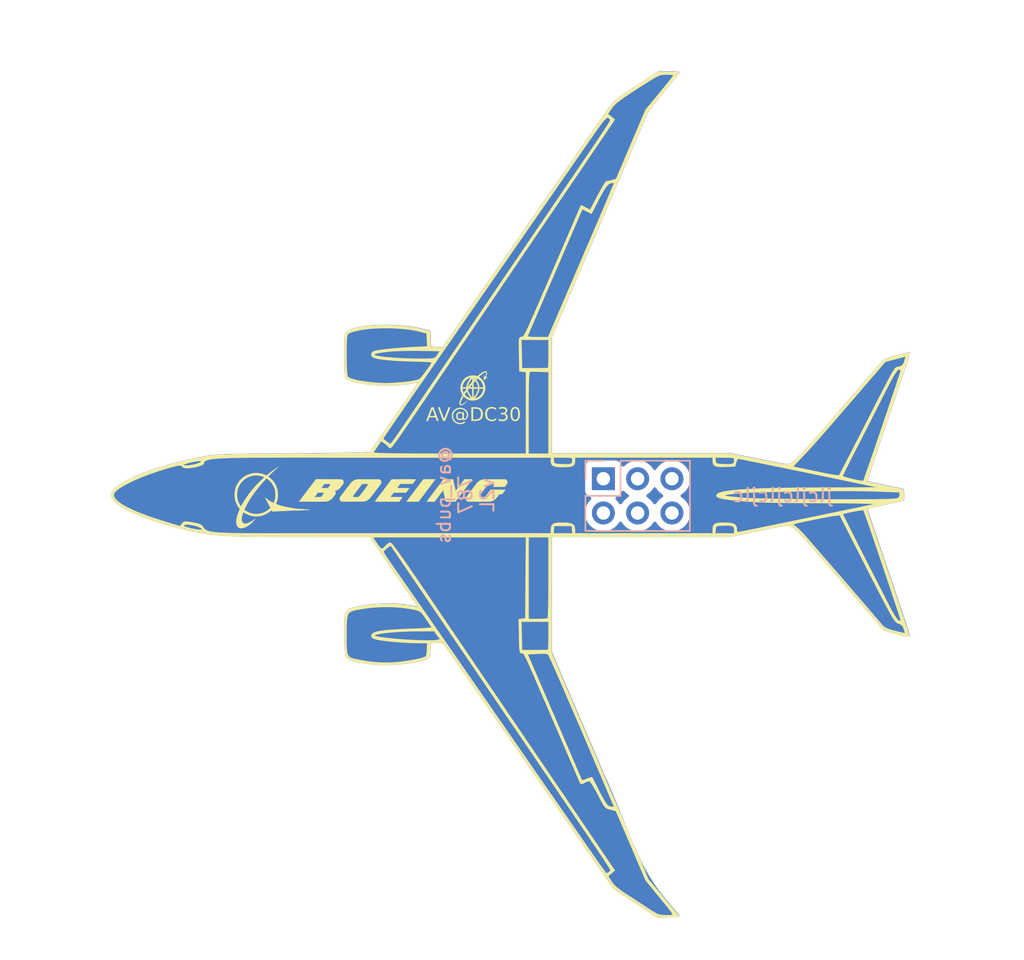
<source format=kicad_pcb>
(kicad_pcb (version 20220621) (generator pcbnew)
  (layers (0 "F.Cu" signal) (31 "B.Cu" signal) (34 "B.Paste" user) (35 "F.Paste" user) (36 "B.SilkS" user "B.Silkscreen") (37 "F.SilkS" user "F.Silkscreen") (38 "B.Mask" user) (39 "F.Mask" user) (44 "Edge.Cuts" user))
  (net 0 "")
  (footprint "Connector_PinHeader_2.54mm:PinHeader_2x03_P2.54mm_Vertical" (layer "B.Cu") (at 140.42 94.9 -90)
    (fp_text reference "REF**" hide)
    (fp_text value "PinHeader_2x03_P2.54mm_Vertical")
    (pad "1" thru_hole rect (at 0 0 270) (size 1.7 1.7) (drill 1) (layers *.Cu *.Mask))
    (pad "2" thru_hole oval (at 2.54 0 270) (size 1.7 1.7) (drill 1) (layers *.Cu *.Mask))
    (pad "3" thru_hole oval (at 0 -2.54 270) (size 1.7 1.7) (drill 1) (layers *.Cu *.Mask))
    (pad "4" thru_hole oval (at 2.54 -2.54 270) (size 1.7 1.7) (drill 1) (layers *.Cu *.Mask))
    (pad "5" thru_hole oval (at 0 -5.08 270) (size 1.7 1.7) (drill 1) (layers *.Cu *.Mask))
    (pad "6" thru_hole oval (at 2.54 -5.08 270) (size 1.7 1.7) (drill 1) (layers *.Cu *.Mask))
  )
  (gr_poly (pts (xy 130.910729 87.598357) (xy 130.910807 87.598466) (xy 130.910964 87.598689) (xy 130.915741 87.605554) (xy 130.916064 87.606024) (xy 130.921213 87.61367) (xy 130.926334 87.621343) (xy 130.931504 87.628981) (xy 130.888684 87.676861) (xy 130.84616 87.72497) (xy 130.833429 87.739557) (xy 130.820796 87.754236) (xy 130.79562 87.783674) (xy 130.79562 87.596967) (xy 130.827281 87.562757) (xy 130.843205 87.545736) (xy 130.859233 87.528808)) (stroke (width 0.01)) (fill solid) (layer "F.SilkS"))
  (gr_poly (pts (xy 133.190939 94.962962) (xy 133.200827 94.968282) (xy 133.210017 94.973507) (xy 133.218561 94.97869) (xy 133.226512 94.983882) (xy 133.23392 94.989134) (xy 133.240839 94.994498) (xy 133.24732 95.000025) (xy 133.253415 95.005766) (xy 133.259176 95.011773) (xy 133.264654 95.018097) (xy 133.269901 95.02479) (xy 133.27497 95.031903) (xy 133.279912 95.039487) (xy 133.284779 95.047595) (xy 133.289623 95.056276) (xy 133.294496 95.065583) (xy 133.300928 95.079619) (xy 133.306225 95.09415) (xy 133.310398 95.109096) (xy 133.313456 95.124375) (xy 133.315408 95.139903) (xy 133.316265 95.155599) (xy 133.316035 95.171381) (xy 133.314729 95.187167) (xy 133.312355 95.202874) (xy 133.308925 95.21842) (xy 133.304446 95.233723) (xy 133.298929 95.248701) (xy 133.292383 95.263272) (xy 133.284818 95.277354) (xy 133.276244 95.290864) (xy 133.26667 95.30372) (xy 133.257988 95.314744) (xy 133.244852 95.331722) (xy 133.212347 95.374276) (xy 133.1949 95.397183) (xy 133.177049 95.420435) (xy 133.160888 95.441316) (xy 133.148512 95.457106) (xy 133.13891 95.469325) (xy 133.130298 95.480479) (xy 133.123619 95.489339) (xy 133.121298 95.492522) (xy 133.119814 95.49467) (xy 133.109688 95.496161) (xy 133.082604 95.497461) (xy 132.984974 95.499402) (xy 132.841756 95.500318) (xy 132.667781 95.500035) (xy 132.220732 95.49775) (xy 132.269273 95.433227) (xy 132.278735 95.420376) (xy 132.287138 95.40836) (xy 132.294494 95.397129) (xy 132.297782 95.391792) (xy 132.300814 95.386632) (xy 132.303589 95.381642) (xy 132.30611 95.376817) (xy 132.308378 95.37215) (xy 132.310395 95.367634) (xy 132.312161 95.363263) (xy 132.313679 95.359031) (xy 132.31495 95.354932) (xy 132.315975 95.350958) (xy 132.316756 95.347104) (xy 132.317295 95.343363) (xy 132.317592 95.339729) (xy 132.317649 95.336196) (xy 132.317469 95.332757) (xy 132.317051 95.329405) (xy 132.316398 95.326135) (xy 132.315511 95.32294) (xy 132.314392 95.319813) (xy 132.313042 95.316749) (xy 132.311463 95.31374) (xy 132.309655 95.310781) (xy 132.307621 95.307865) (xy 132.305363 95.304986) (xy 132.30288 95.302137) (xy 132.300175 95.299312) (xy 132.297121 95.296425) (xy 132.293946 95.293869) (xy 132.290452 95.291625) (xy 132.286441 95.289673) (xy 132.281715 95.287992) (xy 132.276077 95.286563) (xy 132.269329 95.285366) (xy 132.261272 95.284381) (xy 132.240444 95.282966) (xy 132.212009 95.282157) (xy 132.174385 95.281796) (xy 132.12599 95.281723) (xy 132.093864 95.281921) (xy 132.062578 95.282472) (xy 132.032912 95.283335) (xy 132.005645 95.284475) (xy 131.981554 95.285851) (xy 131.96142 95.287427) (xy 131.94602 95.289163) (xy 131.940338 95.29008) (xy 131.936133 95.291023) (xy 131.928093 95.293523) (xy 131.920169 95.296549) (xy 131.912311 95.300146) (xy 131.904464 95.304362) (xy 131.896579 95.309241) (xy 131.888603 95.314832) (xy 131.880484 95.321181) (xy 131.872171 95.328334) (xy 131.863612 95.336338) (xy 131.854754 95.345238) (xy 131.845547 95.355083) (xy 131.835937 95.365918) (xy 131.825875 95.37779) (xy 131.815307 95.390745) (xy 131.804182 95.40483) (xy 131.792448 95.420092) (xy 131.753409 95.4713) (xy 131.739903 95.488894) (xy 131.733005 95.49775) (xy 131.700701 95.540227) (xy 131.63306 95.629969) (xy 131.596489 95.678237) (xy 131.565524 95.718437) (xy 131.553165 95.7342) (xy 131.543432 95.746374) (xy 131.536734 95.754432) (xy 131.534651 95.756754) (xy 131.533479 95.757851) (xy 131.532771 95.758358) (xy 131.532047 95.758952) (xy 131.531313 95.759623) (xy 131.530572 95.760365) (xy 131.529832 95.761172) (xy 131.529097 95.762034) (xy 131.528371 95.762946) (xy 131.527662 95.763899) (xy 131.526973 95.764886) (xy 131.526311 95.765901) (xy 131.52568 95.766935) (xy 131.525085 95.767982) (xy 131.524533 95.769034) (xy 131.524028 95.770083) (xy 131.523576 95.771123) (xy 131.523181 95.772146) (xy 131.522718 95.773278) (xy 131.522065 95.774637) (xy 131.520236 95.777966) (xy 131.51779 95.781987) (xy 131.514823 95.786557) (xy 131.511433 95.79153) (xy 131.507714 95.796762) (xy 131.503765 95.802108) (xy 131.499681 95.807424) (xy 131.448048 95.875505) (xy 131.351956 96.003432) (xy 131.316262 96.051353) (xy 131.301101 96.071964) (xy 131.287613 96.090524) (xy 131.275709 96.107173) (xy 131.265303 96.122048) (xy 131.256305 96.135287) (xy 131.248628 96.147027) (xy 131.242185 96.157408) (xy 131.236885 96.166567) (xy 131.232643 96.174641) (xy 131.22937 96.181769) (xy 131.228069 96.185021) (xy 131.226977 96.188088) (xy 131.226083 96.190987) (xy 131.225376 96.193737) (xy 131.224846 96.196353) (xy 131.224481 96.198853) (xy 131.22427 96.201254) (xy 131.224202 96.203574) (xy 131.224434 96.212854) (xy 131.225279 96.221076) (xy 131.22696 96.228305) (xy 131.229702 96.234602) (xy 131.233729 96.240032) (xy 131.236294 96.24244) (xy 131.239264 96.244655) (xy 131.246531 96.248537) (xy 131.255754 96.251739) (xy 131.267156 96.254324) (xy 131.280963 96.256355) (xy 131.297396 96.257895) (xy 131.316681 96.259008) (xy 131.364699 96.260201) (xy 131.426808 96.260437) (xy 131.474358 96.260253) (xy 131.494621 96.260049) (xy 131.512765 96.259753) (xy 131.528959 96.259349) (xy 131.543371 96.258823) (xy 131.556167 96.258163) (xy 131.567515 96.257354) (xy 131.577584 96.256382) (xy 131.586541 96.255233) (xy 131.594553 96.253893) (xy 131.601789 96.252349) (xy 131.608415 96.250586) (xy 131.6146 96.24859) (xy 131.620512 96.246348) (xy 131.626317 96.243845) (xy 131.63318 96.240533) (xy 131.640096 96.236816) (xy 131.647035 96.232718) (xy 131.653971 96.228262) (xy 131.660877 96.223474) (xy 131.667723 96.218377) (xy 131.674484 96.212996) (xy 131.681131 96.207354) (xy 131.687637 96.201476) (xy 131.693975 96.195385) (xy 131.700116 96.189107) (xy 131.706033 96.182665) (xy 131.711699 96.176083) (xy 131.717085 96.169385) (xy 131.722166 96.162596) (xy 131.726912 96.15574) (xy 131.735384 96.143391) (xy 131.746783 96.127356) (xy 131.774486 96.089452) (xy 131.802273 96.052482) (xy 131.813778 96.037614) (xy 131.822398 96.026899) (xy 131.831938 96.014826) (xy 131.847003 95.995005) (xy 131.865526 95.970184) (xy 131.885439 95.943114) (xy 131.904555 95.917089) (xy 131.920912 95.895115) (xy 131.927513 95.886369) (xy 131.932773 95.879505) (xy 131.936475 95.87481) (xy 131.9384 95.872575) (xy 131.940406 95.870249) (xy 131.944338 95.865296) (xy 131.957047 95.848735) (xy 131.974658 95.825353) (xy 131.995305 95.79761) (xy 132.005989 95.783305) (xy 132.016329 95.769704) (xy 132.026074 95.757122) (xy 132.034969 95.745877) (xy 132.042761 95.736284) (xy 132.049198 95.728658) (xy 132.05183 95.725682) (xy 132.054027 95.723317) (xy 132.055759 95.721601) (xy 132.056995 95.720575) (xy 132.107544 95.718153) (xy 132.234392 95.716223) (xy 132.614607 95.714065) (xy 132.992887 95.714552) (xy 133.117316 95.715928) (xy 133.164481 95.718135) (xy 133.164248 95.719246) (xy 133.163569 95.720863) (xy 133.160986 95.725471) (xy 133.156957 95.731674) (xy 133.151711 95.739188) (xy 133.138469 95.757019) (xy 133.123075 95.776695) (xy 133.107342 95.795947) (xy 133.093084 95.812506) (xy 133.087076 95.819068) (xy 133.082116 95.824106) (xy 133.078431 95.827336) (xy 133.077139 95.828185) (xy 133.07625 95.828476) (xy 133.075852 95.828502) (xy 133.075444 95.828579) (xy 133.075024 95.828706) (xy 133.074596 95.828881) (xy 133.073714 95.829371) (xy 133.072805 95.830039) (xy 133.071876 95.830876) (xy 133.070934 95.831871) (xy 133.069986 95.833014) (xy 133.06904 95.834295) (xy 133.068101 95.835703) (xy 133.067179 95.837229) (xy 133.066279 95.838863) (xy 133.065408 95.840593) (xy 133.064575 95.842411) (xy 133.063786 95.844305) (xy 133.063047 95.846267) (xy 133.062367 95.848284) (xy 133.061135 95.851648) (xy 133.05942 95.855446) (xy 133.054405 95.864538) (xy 133.047049 95.875937) (xy 133.037076 95.890019) (xy 133.024209 95.907161) (xy 133.008174 95.927739) (xy 132.988696 95.952131) (xy 132.965498 95.980712) (xy 132.964206 95.982319) (xy 132.96295 95.983928) (xy 132.961737 95.98553) (xy 132.960573 95.987114) (xy 132.959465 95.98867) (xy 132.958419 95.990187) (xy 132.957442 95.991655) (xy 132.95654 95.993063) (xy 132.95572 95.994401) (xy 132.954988 95.995659) (xy 132.954351 95.996826) (xy 132.953815 95.997893) (xy 132.953386 95.998848) (xy 132.953073 95.999681) (xy 132.95288 96.000382) (xy 132.95283 96.000679) (xy 132.952814 96.00094) (xy 132.952705 96.001536) (xy 132.952384 96.002346) (xy 132.951864 96.003357) (xy 132.951154 96.004553) (xy 132.950265 96.005922) (xy 132.949209 96.007448) (xy 132.946635 96.010919) (xy 132.943519 96.014854) (xy 132.939947 96.01914) (xy 132.936006 96.023665) (xy 132.931781 96.028318) (xy 132.924762 96.035418) (xy 132.921321 96.038356) (xy 132.917732 96.040928) (xy 132.913851 96.043165) (xy 132.909533 96.045099) (xy 132.904634 96.046761) (xy 132.899009 96.048183) (xy 132.892513 96.049396) (xy 132.885002 96.050432) (xy 132.876331 96.051322) (xy 132.866355 96.052097) (xy 132.841911 96.05343) (xy 132.810513 96.054682) (xy 132.793541 96.055406) (xy 132.77767 96.05629) (xy 132.762898 96.057335) (xy 132.749225 96.058541) (xy 132.736651 96.059909) (xy 132.725173 96.061437) (xy 132.714793 96.063127) (xy 132.710013 96.064033) (xy 132.705508 96.064979) (xy 132.701276 96.065966) (xy 132.697318 96.066993) (xy 132.693634 96.06806) (xy 132.690223 96.069168) (xy 132.687086 96.070317) (xy 132.684221 96.071506) (xy 132.681631 96.072735) (xy 132.679313 96.074005) (xy 132.677268 96.075316) (xy 132.675496 96.076668) (xy 132.673997 96.07806) (xy 132.672771 96.079493) (xy 132.671817 96.080966) (xy 132.671136 96.08248) (xy 132.670728 96.084035) (xy 132.670592 96.085631) (xy 132.67036 96.086735) (xy 132.669685 96.088382) (xy 132.667112 96.093155) (xy 132.663096 96.099655) (xy 132.657857 96.107583) (xy 132.6446 96.126543) (xy 132.629116 96.147659) (xy 132.61318 96.168561) (xy 132.598566 96.186874) (xy 132.592309 96.194318) (xy 132.587049 96.200225) (xy 132.583006 96.204299) (xy 132.581511 96.205555) (xy 132.580403 96.206242) (xy 132.580053 96.206408) (xy 132.579708 96.206603) (xy 132.579032 96.207075) (xy 132.578379 96.207649) (xy 132.577753 96.208319) (xy 132.577157 96.209077) (xy 132.576594 96.209915) (xy 132.576068 96.210825) (xy 132.575583 96.211801) (xy 132.575142 96.212834) (xy 132.574748 96.213917) (xy 132.574405 96.215042) (xy 132.574116 96.216202) (xy 132.573886 96.217389) (xy 132.573717 96.218595) (xy 132.573613 96.219813) (xy 132.573578 96.221036) (xy 132.573549 96.221666) (xy 132.573463 96.222334) (xy 132.573128 96.223771) (xy 132.572582 96.225334) (xy 132.571838 96.227007) (xy 132.570906 96.228776) (xy 132.569799 96.230624) (xy 132.568526 96.232538) (xy 132.567101 96.234503) (xy 132.565533 96.236502) (xy 132.563834 96.238522) (xy 132.562016 96.240548) (xy 132.56009 96.242564) (xy 132.558067 96.244556) (xy 132.555958 96.246508) (xy 132.553775 96.248406) (xy 132.551529 96.250234) (xy 132.549283 96.25205) (xy 132.5471 96.253912) (xy 132.544991 96.255807) (xy 132.542968 96.25772) (xy 132.541042 96.259638) (xy 132.539224 96.261547) (xy 132.537525 96.263434) (xy 132.535957 96.265283) (xy 132.534531 96.267083) (xy 132.533259 96.268818) (xy 132.532151 96.270475) (xy 132.53122 96.272041) (xy 132.530476 96.273501) (xy 132.530177 96.274187) (xy 132.52993 96.274842) (xy 132.529735 96.275464) (xy 132.529594 96.27605) (xy 132.529509 96.2766) (xy 132.52948 96.277111) (xy 132.529069 96.278547) (xy 132.527865 96.28072) (xy 132.523265 96.287097) (xy 132.516046 96.295869) (xy 132.506572 96.306668) (xy 132.482326 96.332855) (xy 132.453453 96.362689) (xy 132.422878 96.393199) (xy 132.393528 96.421416) (xy 132.368328 96.44437) (xy 132.358198 96.452945) (xy 132.350203 96.459091) (xy 132.341147 96.46526) (xy 132.330922 96.471821) (xy 132.307591 96.485799) (xy 132.281453 96.500389) (xy 132.253757 96.514953) (xy 132.225747 96.528855) (xy 132.19867 96.541458) (xy 132.173772 96.552125) (xy 132.16253 96.556534) (xy 132.152299 96.56022) (xy 132.133479 96.566514) (xy 132.116753 96.57176) (xy 132.100969 96.576223) (xy 132.084977 96.580165) (xy 132.067625 96.58385) (xy 132.047764 96.587541) (xy 132.02424 96.591501) (xy 131.995905 96.595993) (xy 131.995904 96.595993) (xy 131.995903 96.595993) (xy 131.995903 96.595992) (xy 131.995903 96.595991) (xy 131.724523 96.60147) (xy 131.184927 96.603394) (xy 130.649534 96.601704) (xy 130.390764 96.596341) (xy 130.379215 96.593189) (xy 130.367959 96.589439) (xy 130.357009 96.585115) (xy 130.346378 96.580241) (xy 130.33608 96.574841) (xy 130.326128 96.568937) (xy 130.316535 96.562553) (xy 130.307314 96.555713) (xy 130.298479 96.54844) (xy 130.290042 96.540759) (xy 130.282018 96.532691) (xy 130.27442 96.524261) (xy 130.26726 96.515493) (xy 130.260552 96.506409) (xy 130.25431 96.497034) (xy 130.248547 96.487391) (xy 130.243275 96.477502) (xy 130.238508 96.467393) (xy 130.234261 96.457086) (xy 130.230544 96.446606) (xy 130.227373 96.435974) (xy 130.224761 96.425215) (xy 130.222719 96.414353) (xy 130.221263 96.403411) (xy 130.220405 96.392412) (xy 130.220159 96.38138) (xy 130.220537 96.370339) (xy 130.221553 96.359311) (xy 130.223221 96.348321) (xy 130.225553 96.337392) (xy 130.228563 96.326548) (xy 130.232265 96.315811) (xy 130.23658 96.306859) (xy 130.24425 96.293551) (xy 130.267907 96.256331) (xy 130.299754 96.209069) (xy 130.33631 96.156682) (xy 130.374091 96.10409) (xy 130.409616 96.056208) (xy 130.439402 96.017956) (xy 130.451055 96.003977) (xy 130.459967 95.99425) (xy 130.463355 95.990458) (xy 130.468393 95.984262) (xy 130.474837 95.97599) (xy 130.482441 95.965965) (xy 130.500154 95.941963) (xy 130.519577 95.914862) (xy 130.611253 95.790388) (xy 130.76235 95.589084) (xy 130.917214 95.384736) (xy 131.02019 95.251134) (xy 131.034699 95.233292) (xy 131.049517 95.21591) (xy 131.064623 95.199003) (xy 131.079999 95.18259) (xy 131.095624 95.166686) (xy 131.111479 95.151308) (xy 131.127544 95.136475) (xy 131.1438 95.122201) (xy 131.160226 95.108505) (xy 131.176804 95.095402) (xy 131.193512 95.082911) (xy 131.210332 95.071047) (xy 131.227244 95.059829) (xy 131.244228 95.049271) (xy 131.261265 95.039392) (xy 131.278334 95.030209) (xy 131.293972 95.022232) (xy 131.309209 95.014666) (xy 131.323665 95.007685) (xy 131.336961 95.001463) (xy 131.348716 94.996176) (xy 131.35855 94.991997) (xy 131.366084 94.989101) (xy 131.36887 94.988189) (xy 131.370938 94.987664) (xy 131.374728 94.986828) (xy 131.379213 94.985658) (xy 131.384227 94.984209) (xy 131.389604 94.982533) (xy 131.395178 94.980683) (xy 131.400783 94.978714) (xy 131.406253 94.976679) (xy 131.411421 94.97463) (xy 131.440047 94.96449) (xy 131.476245 94.956704) (xy 131.528954 94.950962) (xy 131.607116 94.946956) (xy 131.719669 94.944378) (xy 131.875556 94.942919) (xy 132.35309 94.942122) (xy 133.151251 94.942122)) (stroke (width 0.01)) (fill solid) (layer "F.SilkS"))
  (gr_poly (pts (xy 120.322919 94.937894) (xy 120.552535 94.93855) (xy 120.728154 94.939853) (xy 120.797946 94.9408) (xy 120.856915 94.941974) (xy 120.905954 94.943395) (xy 120.945954 94.945085) (xy 120.977808 94.947065) (xy 121.002408 94.949357) (xy 121.020646 94.951982) (xy 121.027657 94.953426) (xy 121.033413 94.954961) (xy 121.038025 94.956591) (xy 121.041603 94.958317) (xy 121.04426 94.960142) (xy 121.046107 94.96207) (xy 121.046672 94.962746) (xy 121.047355 94.963429) (xy 121.048148 94.964114) (xy 121.049041 94.964797) (xy 121.050025 94.965472) (xy 121.051091 94.966135) (xy 121.052229 94.966782) (xy 121.05343 94.967408) (xy 121.054686 94.968008) (xy 121.055986 94.968577) (xy 121.057321 94.969112) (xy 121.058682 94.969607) (xy 121.06006 94.970057) (xy 121.061446 94.970459) (xy 121.06283 94.970808) (xy 121.064203 94.971098) (xy 121.065742 94.971553) (xy 121.067614 94.972384) (xy 121.069792 94.973571) (xy 121.072252 94.975093) (xy 121.074967 94.976929) (xy 121.077912 94.979059) (xy 121.081061 94.98146) (xy 121.084389 94.984113) (xy 121.091476 94.990088) (xy 121.098968 94.996818) (xy 121.106659 95.004135) (xy 121.114343 95.011872) (xy 121.123649 95.022057) (xy 121.132187 95.032526) (xy 121.139956 95.043269) (xy 121.146953 95.054276) (xy 121.153175 95.065539) (xy 121.15862 95.077049) (xy 121.163285 95.088796) (xy 121.167167 95.100771) (xy 121.170264 95.112966) (xy 121.172573 95.125371) (xy 121.174092 95.137977) (xy 121.174818 95.150776) (xy 121.174748 95.163757) (xy 121.173879 95.176912) (xy 121.17221 95.190231) (xy 121.169737 95.203707) (xy 121.168571 95.209032) (xy 121.167354 95.214259) (xy 121.166098 95.219359) (xy 121.164811 95.224301) (xy 121.163504 95.229058) (xy 121.162187 95.233599) (xy 121.160868 95.237896) (xy 121.159559 95.241919) (xy 121.158269 95.245639) (xy 121.157008 95.249027) (xy 121.155785 95.252053) (xy 121.15461 95.254688) (xy 121.153494 95.256904) (xy 121.152446 95.25867) (xy 121.151951 95.259375) (xy 121.151476 95.259958) (xy 121.151023 95.260413) (xy 121.150594 95.260738) (xy 121.149726 95.261358) (xy 121.148801 95.262177) (xy 121.147827 95.26318) (xy 121.146811 95.264355) (xy 121.145763 95.265688) (xy 121.14469 95.267166) (xy 121.143601 95.268774) (xy 121.142503 95.270501) (xy 121.141406 95.272331) (xy 121.140318 95.274253) (xy 121.139246 95.276252) (xy 121.1382 95.278315) (xy 121.137187 95.280429) (xy 121.136216 95.28258) (xy 121.135295 95.284754) (xy 121.134433 95.286939) (xy 121.13354 95.289098) (xy 121.132529 95.291196) (xy 121.131413 95.293223) (xy 121.130202 95.295167) (xy 121.128908 95.297018) (xy 121.127542 95.298766) (xy 121.126115 95.300398) (xy 121.124639 95.301905) (xy 121.123125 95.303276) (xy 121.121584 95.304498) (xy 121.120028 95.305563) (xy 121.119247 95.306032) (xy 121.118467 95.306458) (xy 121.117689 95.306839) (xy 121.116913 95.307173) (xy 121.116143 95.30746) (xy 121.115378 95.307698) (xy 121.114621 95.307885) (xy 121.113872 95.30802) (xy 121.113134 95.308102) (xy 121.112408 95.30813) (xy 121.111698 95.30814) (xy 121.11101 95.30817) (xy 121.110344 95.30822) (xy 121.1097 95.308288) (xy 121.10908 95.308375) (xy 121.108483 95.30848) (xy 121.10791 95.308602) (xy 121.107363 95.308742) (xy 121.106841 95.308897) (xy 121.106345 95.309069) (xy 121.105875 95.309256) (xy 121.105433 95.309458) (xy 121.105019 95.309675) (xy 121.104634 95.309905) (xy 121.104277 95.310149) (xy 121.10395 95.310406) (xy 121.103653 95.310676) (xy 121.103387 95.310957) (xy 121.103152 95.31125) (xy 121.10295 95.311554) (xy 121.102779 95.311869) (xy 121.102643 95.312193) (xy 121.102539 95.312527) (xy 121.102471 95.31287) (xy 121.102437 95.313221) (xy 121.102438 95.313581) (xy 121.102476 95.313948) (xy 121.102551 95.314322) (xy 121.102663 95.314702) (xy 121.102812 95.315089) (xy 121.103001 95.315481) (xy 121.103228 95.315878) (xy 121.103425 95.316676) (xy 121.103297 95.317884) (xy 121.102118 95.321453) (xy 121.099793 95.326434) (xy 121.096423 95.332678) (xy 121.086952 95.348358) (xy 121.074515 95.367295) (xy 121.059922 95.388294) (xy 121.043983 95.410157) (xy 121.027506 95.43169) (xy 121.011303 95.451695) (xy 121.003743 95.461098) (xy 120.989838 95.478735) (xy 120.950915 95.528617) (xy 120.939668 95.542714) (xy 120.927378 95.557431) (xy 120.914442 95.572335) (xy 120.901257 95.58699) (xy 120.888221 95.600963) (xy 120.875731 95.61382) (xy 120.864185 95.625127) (xy 120.858891 95.630063) (xy 120.853981 95.634449) (xy 120.840766 95.645564) (xy 120.826528 95.656812) (xy 120.811403 95.668115) (xy 120.795525 95.679393) (xy 120.779032 95.690569) (xy 120.762057 95.701563) (xy 120.744738 95.712297) (xy 120.727209 95.722693) (xy 120.709605 95.732672) (xy 120.692063 95.742155) (xy 120.674718 95.751063) (xy 120.657706 95.759319) (xy 120.641162 95.766843) (xy 120.625221 95.773556) (xy 120.61002 95.779381) (xy 120.595693 95.784239) (xy 120.58249 95.788458) (xy 120.569915 95.792617) (xy 120.558262 95.796607) (xy 120.547826 95.800324) (xy 120.538898 95.803658) (xy 120.531774 95.806504) (xy 120.52898 95.807711) (xy 120.526746 95.808756) (xy 120.52511 95.809624) (xy 120.524109 95.810305) (xy 120.523809 95.810631) (xy 120.52358 95.811026) (xy 120.52342 95.811489) (xy 120.52333 95.812017) (xy 120.523306 95.812608) (xy 120.523349 95.81326) (xy 120.523628 95.814737) (xy 120.524156 95.816431) (xy 120.524924 95.818324) (xy 120.525921 95.8204) (xy 120.527138 95.82264) (xy 120.528564 95.825027) (xy 120.530189 95.827543) (xy 120.532004 95.830172) (xy 120.533999 95.832896) (xy 120.536163 95.835696) (xy 120.538487 95.838556) (xy 120.540961 95.841459) (xy 120.543574 95.844386) (xy 120.551294 95.853474) (xy 120.558276 95.863001) (xy 120.564512 95.872923) (xy 120.569995 95.883197) (xy 120.574716 95.893779) (xy 120.578669 95.904625) (xy 120.581844 95.915692) (xy 120.584236 95.926935) (xy 120.585835 95.938311) (xy 120.586634 95.949776) (xy 120.586626 95.961286) (xy 120.585802 95.972798) (xy 120.584156 95.984268) (xy 120.581678 95.995653) (xy 120.578362 96.006907) (xy 120.5742 96.017988) (xy 120.568551 96.029097) (xy 120.559187 96.044603) (xy 120.531175 96.086364) (xy 120.493873 96.138389) (xy 120.450991 96.195796) (xy 120.406238 96.253705) (xy 120.363325 96.307233) (xy 120.325961 96.351499) (xy 120.31052 96.368633) (xy 120.297856 96.381621) (xy 120.278625 96.399508) (xy 120.258688 96.416807) (xy 120.238085 96.433497) (xy 120.216855 96.449555) (xy 120.19504 96.46496) (xy 120.172677 96.479689) (xy 120.149808 96.493722) (xy 120.126473 96.507035) (xy 120.10271 96.519608) (xy 120.07856 96.531418) (xy 120.054062 96.542443) (xy 120.029257 96.552662) (xy 120.004183 96.562052) (xy 119.978882 96.570592) (xy 119.953393 96.57826) (xy 119.927755 96.585034) (xy 119.927758 96.585031) (xy 119.903771 96.589347) (xy 119.86535 96.592773) (xy 119.711909 96.59749) (xy 119.400848 96.600257) (xy 118.865578 96.602146) (xy 117.861984 96.604856) (xy 117.872476 96.585252) (xy 117.875504 96.580106) (xy 117.879977 96.573213) (xy 117.892453 96.555243) (xy 117.908294 96.533459) (xy 117.925894 96.509979) (xy 117.943644 96.486919) (xy 117.959936 96.466396) (xy 117.973163 96.450527) (xy 117.978124 96.444999) (xy 117.981717 96.441429) (xy 117.982763 96.440462) (xy 117.983833 96.439387) (xy 117.984919 96.438217) (xy 117.986014 96.436961) (xy 117.987109 96.435631) (xy 117.988196 96.43424) (xy 117.989268 96.432797) (xy 117.990318 96.431314) (xy 117.991336 96.429803) (xy 117.992316 96.428275) (xy 117.99325 96.426742) (xy 117.994129 96.425213) (xy 117.994946 96.423702) (xy 117.995694 96.422218) (xy 117.996363 96.420774) (xy 117.996948 96.419381) (xy 117.999439 96.414865) (xy 118.004551 96.40706) (xy 118.011971 96.396395) (xy 118.021389 96.383295) (xy 118.044974 96.351506) (xy 118.072815 96.315114) (xy 118.10152 96.277995) (xy 118.115116 96.260295) (xy 119.019312 96.260295) (xy 119.214935 96.262845) (xy 119.214936 96.262846) (xy 119.291395 96.263995) (xy 119.354964 96.265241) (xy 119.399015 96.266433) (xy 119.411651 96.266962) (xy 119.416922 96.267421) (xy 119.418096 96.267591) (xy 119.419714 96.267508) (xy 119.424159 96.266643) (xy 119.430015 96.264937) (xy 119.437042 96.262504) (xy 119.444997 96.259455) (xy 119.453639 96.255903) (xy 119.472018 96.247737) (xy 119.490245 96.238903) (xy 119.498698 96.234517) (xy 119.506388 96.2303) (xy 119.513074 96.226365) (xy 119.518515 96.222823) (xy 119.522468 96.219789) (xy 119.523811 96.218496) (xy 119.524692 96.217372) (xy 119.525018 96.216869) (xy 119.525361 96.216386) (xy 119.52572 96.215922) (xy 119.526094 96.215478) (xy 119.526483 96.215055) (xy 119.526886 96.214652) (xy 119.5273 96.214271) (xy 119.527727 96.213911) (xy 119.528164 96.213572) (xy 119.528611 96.213256) (xy 119.529067 96.212962) (xy 119.52953 96.21269) (xy 119.530001 96.212442) (xy 119.530478 96.212217) (xy 119.53096 96.212015) (xy 119.531446 96.211837) (xy 119.531935 96.211684) (xy 119.532427 96.211555) (xy 119.532921 96.21145) (xy 119.533415 96.211371) (xy 119.533908 96.211318) (xy 119.5344 96.21129) (xy 119.534891 96.211288) (xy 119.535377 96.211313) (xy 119.53586 96.211364) (xy 119.536338 96.211442) (xy 119.53681 96.211548) (xy 119.537276 96.211681) (xy 119.537733 96.211843) (xy 119.538182 96.212032) (xy 119.538621 96.21225) (xy 119.53905 96.212497) (xy 119.539471 96.212743) (xy 119.539887 96.212956) (xy 119.540296 96.213137) (xy 119.540699 96.213287) (xy 119.541096 96.213406) (xy 119.541485 96.213494) (xy 119.541865 96.213552) (xy 119.542238 96.213581) (xy 119.542601 96.213579) (xy 119.542955 96.213549) (xy 119.543299 96.21349) (xy 119.543632 96.213403) (xy 119.543954 96.213288) (xy 119.544265 96.213146) (xy 119.544563 96.212976) (xy 119.544848 96.21278) (xy 119.545121 96.212558) (xy 119.545379 96.21231) (xy 119.545624 96.212036) (xy 119.545853 96.211737) (xy 119.546067 96.211413) (xy 119.546266 96.211065) (xy 119.546447 96.210694) (xy 119.546612 96.210298) (xy 119.54676 96.20988) (xy 119.54689 96.209439) (xy 119.547001 96.208975) (xy 119.547093 96.20849) (xy 119.547165 96.207983) (xy 119.547218 96.207455) (xy 119.54725 96.206906) (xy 119.54726 96.206337) (xy 119.547355 96.205099) (xy 119.547633 96.203713) (xy 119.548084 96.202194) (xy 119.5487 96.200558) (xy 119.54947 96.198818) (xy 119.550387 96.19699) (xy 119.55144 96.195088) (xy 119.552619 96.193129) (xy 119.553916 96.191126) (xy 119.555322 96.189095) (xy 119.556826 96.187051) (xy 119.55842 96.185008) (xy 119.560094 96.182982) (xy 119.561839 96.180987) (xy 119.563645 96.179039) (xy 119.565504 96.177153) (xy 119.570236 96.172033) (xy 119.576715 96.164328) (xy 119.584651 96.154418) (xy 119.593755 96.142678) (xy 119.603737 96.129489) (xy 119.614308 96.115227) (xy 119.625179 96.100271) (xy 119.63606 96.084999) (xy 119.646327 96.07017) (xy 119.655436 96.056435) (xy 119.663399 96.043739) (xy 119.666955 96.037764) (xy 119.670229 96.032028) (xy 119.673224 96.026525) (xy 119.675939 96.021247) (xy 119.678378 96.016188) (xy 119.680542 96.011341) (xy 119.682432 96.0067) (xy 119.684051 96.002257) (xy 119.685399 95.998005) (xy 119.686478 95.993939) (xy 119.68729 95.99005) (xy 119.687837 95.986333) (xy 119.68812 95.98278) (xy 119.688141 95.979385) (xy 119.687901 95.976141) (xy 119.687402 95.97304) (xy 119.686646 95.970077) (xy 119.685634 95.967244) (xy 119.684368 95.964535) (xy 119.68285 95.961942) (xy 119.68108 95.95946) (xy 119.679062 95.95708) (xy 119.676796 95.954797) (xy 119.674283 95.952603) (xy 119.671527 95.950492) (xy 119.668527 95.948457) (xy 119.659655 95.94313) (xy 119.655134 95.940973) (xy 119.650109 95.939126) (xy 119.644244 95.937569) (xy 119.637203 95.93628) (xy 119.618248 95.934423) (xy 119.590557 95.93339) (xy 119.551443 95.933015) (xy 119.428197 95.933569) (xy 119.251809 95.934784) (xy 119.230593 95.969189) (xy 119.22591 95.976555) (xy 119.220724 95.984307) (xy 119.215209 95.992212) (xy 119.209536 96.000037) (xy 119.203877 96.007551) (xy 119.198404 96.01452) (xy 119.193288 96.020711) (xy 119.188701 96.025893) (xy 119.186595 96.028193) (xy 119.184547 96.030483) (xy 119.18257 96.032749) (xy 119.180672 96.034977) (xy 119.178866 96.037153) (xy 119.177161 96.039262) (xy 119.175568 96.041291) (xy 119.174097 96.043225) (xy 119.17276 96.04505) (xy 119.171567 96.046752) (xy 119.170528 96.048317) (xy 119.169655 96.04973) (xy 119.168957 96.050977) (xy 119.168445 96.052044) (xy 119.168131 96.052918) (xy 119.16805 96.053277) (xy 119.168023 96.053582) (xy 119.167467 96.055207) (xy 119.165838 96.058125) (xy 119.159611 96.067513) (xy 119.149841 96.081093) (xy 119.137022 96.098211) (xy 119.104226 96.140447) (xy 119.065194 96.188993) (xy 119.060084 96.1954) (xy 119.054892 96.202196) (xy 119.049762 96.209174) (xy 119.044838 96.216127) (xy 119.040264 96.222847) (xy 119.036184 96.229127) (xy 119.032742 96.23476) (xy 119.031305 96.237268) (xy 119.030082 96.239537) (xy 119.019312 96.260295) (xy 118.115116 96.260295) (xy 118.12746 96.244225) (xy 118.147786 96.217529) (xy 118.159646 96.20163) (xy 118.189794 96.160467) (xy 118.226838 96.110834) (xy 118.308533 96.003219) (xy 118.37857 95.912913) (xy 118.401039 95.884916) (xy 118.407706 95.877073) (xy 118.410783 95.874044) (xy 118.411172 95.873883) (xy 118.411556 95.873702) (xy 118.412307 95.873285) (xy 118.413033 95.872799) (xy 118.413729 95.87225) (xy 118.414392 95.871643) (xy 118.415018 95.870985) (xy 118.415602 95.870281) (xy 118.416142 95.869537) (xy 118.416633 95.868759) (xy 118.417071 95.867952) (xy 118.417452 95.867122) (xy 118.417772 95.866275) (xy 118.418029 95.865417) (xy 118.418216 95.864553) (xy 118.418332 95.863689) (xy 118.418361 95.863259) (xy 118.418371 95.862831) (xy 118.418878 95.86098) (xy 118.420365 95.857945) (xy 118.426097 95.848583) (xy 118.435191 95.835255) (xy 118.447272 95.818475) (xy 118.461965 95.798752) (xy 118.478894 95.7766) (xy 118.497684 95.75253) (xy 118.51796 95.727053) (xy 118.623957 95.585282) (xy 119.529619 95.585282) (xy 119.530739 95.585799) (xy 119.534026 95.586301) (xy 119.546658 95.587251) (xy 119.593052 95.588864) (xy 119.661715 95.589952) (xy 119.745563 95.590352) (xy 119.961506 95.590352) (xy 120.004851 95.563681) (xy 120.009395 95.560794) (xy 120.014065 95.557653) (xy 120.018826 95.554289) (xy 120.023643 95.550733) (xy 120.028481 95.547015) (xy 120.033304 95.543165) (xy 120.038079 95.539214) (xy 120.042769 95.535193) (xy 120.047341 95.531132) (xy 120.051758 95.527061) (xy 120.055986 95.523012) (xy 120.05999 95.519014) (xy 120.063736 95.515099) (xy 120.067187 95.511296) (xy 120.07031 95.507637) (xy 120.073068 95.504151) (xy 120.092695 95.478352) (xy 120.100268 95.468488) (xy 120.104952 95.462471) (xy 120.11757 95.446368) (xy 120.128815 95.431498) (xy 120.138718 95.417767) (xy 120.14731 95.405084) (xy 120.151124 95.399107) (xy 120.154622 95.393357) (xy 120.157808 95.387822) (xy 120.160686 95.382492) (xy 120.16326 95.377354) (xy 120.165533 95.372398) (xy 120.167509 95.367611) (xy 120.169193 95.362982) (xy 120.170588 95.3585) (xy 120.171699 95.354152) (xy 120.172528 95.349929) (xy 120.173081 95.345817) (xy 120.17336 95.341805) (xy 120.17337 95.337882) (xy 120.173115 95.334037) (xy 120.172598 95.330258) (xy 120.171824 95.326532) (xy 120.170796 95.322849) (xy 120.169518 95.319198) (xy 120.167995 95.315566) (xy 120.16623 95.311942) (xy 120.164226 95.308315) (xy 120.161989 95.304673) (xy 120.159521 95.301004) (xy 120.154485 95.294498) (xy 120.151598 95.291864) (xy 120.148047 95.289606) (xy 120.143517 95.287697) (xy 120.137694 95.28611) (xy 120.130264 95.284819) (xy 120.120912 95.283795) (xy 120.095189 95.282443) (xy 120.05801 95.281836) (xy 119.939232 95.281994) (xy 119.897813 95.28229) (xy 119.859246 95.282803) (xy 119.824367 95.283506) (xy 119.794018 95.28437) (xy 119.769036 95.285367) (xy 119.75026 95.28647) (xy 119.743462 95.287052) (xy 119.738531 95.287649) (xy 119.73557 95.288259) (xy 119.734862 95.288567) (xy 119.734686 95.288877) (xy 119.734881 95.290003) (xy 119.734865 95.29135) (xy 119.734649 95.292903) (xy 119.734245 95.294642) (xy 119.733665 95.29655) (xy 119.732922 95.29861) (xy 119.730992 95.303111) (xy 119.728552 95.308003) (xy 119.725698 95.313144) (xy 119.722526 95.31839) (xy 119.719133 95.323599) (xy 119.715614 95.328628) (xy 119.712067 95.333335) (xy 119.708587 95.337576) (xy 119.705271 95.341211) (xy 119.702215 95.344094) (xy 119.700814 95.34521) (xy 119.699515 95.346085) (xy 119.698329 95.346701) (xy 119.697268 95.34704) (xy 119.696345 95.347085) (xy 119.69557 95.346817) (xy 119.695201 95.346606) (xy 119.694837 95.346432) (xy 119.694478 95.346295) (xy 119.694124 95.346193) (xy 119.693776 95.346126) (xy 119.693435 95.346094) (xy 119.693101 95.346096) (xy 119.692774 95.346132) (xy 119.692456 95.3462) (xy 119.692145 95.346301) (xy 119.691844 95.346434) (xy 119.691552 95.346598) (xy 119.691269 95.346793) (xy 119.690997 95.347017) (xy 119.690735 95.347272) (xy 119.690485 95.347555) (xy 119.690246 95.347867) (xy 119.690019 95.348207) (xy 119.689805 95.348574) (xy 119.689604 95.348968) (xy 119.689416 95.349388) (xy 119.689242 95.349834) (xy 119.688938 95.350801) (xy 119.688695 95.351863) (xy 119.688517 95.353016) (xy 119.688407 95.354257) (xy 119.68837 95.35558) (xy 119.688198 95.357131) (xy 119.687695 95.35904) (xy 119.686876 95.36128) (xy 119.68576 95.363825) (xy 119.684363 95.366647) (xy 119.682702 95.369719) (xy 119.680793 95.373015) (xy 119.678655 95.376506) (xy 119.673755 95.38397) (xy 119.668139 95.391895) (xy 119.661941 95.400065) (xy 119.655297 95.408263) (xy 119.639335 95.42815) (xy 119.620141 95.453331) (xy 119.599366 95.481479) (xy 119.578664 95.510268) (xy 119.559686 95.53737) (xy 119.544084 95.560458) (xy 119.533512 95.577204) (xy 119.530628 95.582472) (xy 119.52962 95.585282) (xy 119.529619 95.585282) (xy 118.623957 95.585282) (xy 118.663531 95.532352) (xy 118.768286 95.392203) (xy 118.805561 95.342667) (xy 118.825675 95.316275) (xy 118.838213 95.300028) (xy 118.854863 95.27811) (xy 118.891816 95.228754) (xy 118.908057 95.206904) (xy 118.921804 95.188564) (xy 118.933414 95.173282) (xy 118.943239 95.160609) (xy 118.951635 95.150093) (xy 118.958956 95.141283) (xy 118.965556 95.133728) (xy 118.971791 95.126976) (xy 118.972914 95.125755) (xy 118.974006 95.124493) (xy 118.97506 95.1232) (xy 118.976072 95.121886) (xy 118.977035 95.12056) (xy 118.977944 95.119233) (xy 118.978793 95.117914) (xy 118.979577 95.116612) (xy 118.98029 95.115338) (xy 118.980926 95.114101) (xy 118.98148 95.112911) (xy 118.981945 95.111778) (xy 118.982317 95.110711) (xy 118.98259 95.10972) (xy 118.982758 95.108815) (xy 118.982801 95.108397) (xy 118.982815 95.108005) (xy 118.982844 95.107606) (xy 118.98293 95.10717) (xy 118.983265 95.106189) (xy 118.983811 95.105076) (xy 118.984555 95.103842) (xy 118.985486 95.1025) (xy 118.986594 95.101062) (xy 118.987866 95.09954) (xy 118.989292 95.097946) (xy 118.990859 95.096293) (xy 118.992558 95.094593) (xy 118.994376 95.092858) (xy 118.996302 95.091101) (xy 118.998325 95.089333) (xy 119.000434 95.087568) (xy 119.002617 95.085816) (xy 119.004863 95.084092) (xy 119.007109 95.08235) (xy 119.009292 95.080549) (xy 119.011401 95.078702) (xy 119.013424 95.076824) (xy 119.01535 95.074929) (xy 119.017168 95.07303) (xy 119.018867 95.071142) (xy 119.020435 95.069277) (xy 119.02186 95.067451) (xy 119.023133 95.065678) (xy 119.02424 95.06397) (xy 119.025172 95.062343) (xy 119.025916 95.060809) (xy 119.026214 95.060082) (xy 119.026462 95.059383) (xy 119.026656 95.058715) (xy 119.026797 95.05808) (xy 119.026883 95.057478) (xy 119.026912 95.056912) (xy 119.027029 95.055697) (xy 119.027374 95.054255) (xy 119.027936 95.052605) (xy 119.028701 95.050766) (xy 119.029659 95.048755) (xy 119.030799 95.046592) (xy 119.032107 95.044295) (xy 119.033574 95.041883) (xy 119.035186 95.039374) (xy 119.036934 95.036787) (xy 119.038804 95.03414) (xy 119.040785 95.031452) (xy 119.042866 95.028743) (xy 119.045035 95.026029) (xy 119.047281 95.02333) (xy 119.049591 95.020665) (xy 119.06017 95.008453) (xy 119.072208 94.994147) (xy 119.084223 94.979527) (xy 119.094735 94.966376) (xy 119.117199 94.937713) (xy 120.032171 94.937713)) (stroke (width 0.01)) (fill solid) (layer "F.SilkS"))
  (gr_poly (pts (xy 126.252338 94.939637) (xy 126.455327 94.943427) (xy 126.532259 94.948732) (xy 126.532076 94.950056) (xy 126.531539 94.951736) (xy 126.530666 94.953745) (xy 126.529475 94.95606) (xy 126.527984 94.958654) (xy 126.526212 94.961502) (xy 126.524177 94.964579) (xy 126.521896 94.967858) (xy 126.516669 94.974925) (xy 126.510678 94.982499) (xy 126.504067 94.990376) (xy 126.49698 94.998354) (xy 126.493387 95.002323) (xy 126.489894 95.006255) (xy 126.483282 95.013913) (xy 126.4802 95.017592) (xy 126.477291 95.021139) (xy 126.474573 95.024532) (xy 126.472065 95.027746) (xy 126.469784 95.030758) (xy 126.467748 95.033545) (xy 126.465976 95.036083) (xy 126.464486 95.038348) (xy 126.463295 95.040318) (xy 126.462422 95.041967) (xy 126.461885 95.043274) (xy 126.461748 95.043791) (xy 126.461702 95.044214) (xy 126.461685 95.044596) (xy 126.461637 95.044991) (xy 126.461556 95.045399) (xy 126.461445 95.045818) (xy 126.461133 95.046687) (xy 126.460708 95.047592) (xy 126.460175 95.048525) (xy 126.459542 95.049478) (xy 126.458815 95.050445) (xy 126.458 95.051418) (xy 126.457104 95.052389) (xy 126.456133 95.053352) (xy 126.455094 95.054298) (xy 126.453993 95.055221) (xy 126.452837 95.056114) (xy 126.451631 95.056968) (xy 126.450384 95.057777) (xy 126.4491 95.058534) (xy 126.447816 95.059289) (xy 126.446567 95.060096) (xy 126.445361 95.060946) (xy 126.444203 95.061833) (xy 126.443101 95.062749) (xy 126.44206 95.063687) (xy 126.441087 95.06464) (xy 126.440189 95.0656) (xy 126.439372 95.066561) (xy 126.438644 95.067515) (xy 126.438009 95.068454) (xy 126.437475 95.069373) (xy 126.437248 95.069821) (xy 126.437048 95.070262) (xy 126.436877 95.070694) (xy 126.436736 95.071116) (xy 126.436624 95.071527) (xy 126.436543 95.071926) (xy 126.436494 95.072312) (xy 126.436478 95.072686) (xy 126.436099 95.074669) (xy 126.43501 95.077428) (xy 126.433264 95.080886) (xy 126.430917 95.084969) (xy 126.428024 95.089602) (xy 126.42464 95.094708) (xy 126.416619 95.106044) (xy 126.407296 95.118374) (xy 126.39711 95.131099) (xy 126.386502 95.143616) (xy 126.375912 95.155324) (xy 126.373914 95.157478) (xy 126.371975 95.15962) (xy 126.370107 95.161736) (xy 126.368318 95.163812) (xy 126.36662 95.165837) (xy 126.36502 95.167797) (xy 126.363531 95.169678) (xy 126.362161 95.171468) (xy 126.36092 95.173154) (xy 126.359818 95.174722) (xy 126.358865 95.176159) (xy 126.35807 95.177452) (xy 126.357444 95.178589) (xy 126.356997 95.179555) (xy 126.356843 95.17997) (xy 126.356738 95.180337) (xy 126.356682 95.180656) (xy 126.356677 95.180924) (xy 126.356624 95.181525) (xy 126.356388 95.182352) (xy 126.355977 95.183389) (xy 126.355401 95.184621) (xy 126.353789 95.187617) (xy 126.351624 95.19122) (xy 126.34898 95.195316) (xy 126.34593 95.199787) (xy 126.342547 95.204516) (xy 126.338902 95.209386) (xy 126.302376 95.257409) (xy 126.284033 95.281663) (xy 125.826062 95.281663) (xy 125.678219 95.281716) (xy 125.617948 95.281818) (xy 125.56592 95.282002) (xy 125.521491 95.282292) (xy 125.484019 95.282713) (xy 125.467691 95.282979) (xy 125.452861 95.283286) (xy 125.439448 95.283638) (xy 125.427373 95.284038) (xy 125.416555 95.284487) (xy 125.406913 95.28499) (xy 125.398368 95.28555) (xy 125.390838 95.286168) (xy 125.384243 95.286849) (xy 125.378504 95.287595) (xy 125.373539 95.28841) (xy 125.369269 95.289295) (xy 125.365612 95.290255) (xy 125.362489 95.291292) (xy 125.359819 95.292409) (xy 125.357522 95.293609) (xy 125.355517 95.294896) (xy 125.353724 95.296271) (xy 125.352063 95.297739) (xy 125.350453 95.299301) (xy 125.348656 95.301142) (xy 125.34691 95.303016) (xy 125.345223 95.30491) (xy 125.343605 95.306812) (xy 125.342064 95.308707) (xy 125.340609 95.310583) (xy 125.33925 95.312425) (xy 125.337996 95.314221) (xy 125.336856 95.315958) (xy 125.335838 95.317621) (xy 125.334952 95.319199) (xy 125.334207 95.320676) (xy 125.333611 95.322041) (xy 125.333175 95.323279) (xy 125.333019 95.323846) (xy 125.332906 95.324377) (xy 125.332838 95.32487) (xy 125.332815 95.325322) (xy 125.332795 95.325763) (xy 125.332735 95.326221) (xy 125.332636 95.326694) (xy 125.3325 95.327182) (xy 125.332118 95.328197) (xy 125.331597 95.329258) (xy 125.330945 95.330355) (xy 125.330169 95.33148) (xy 125.329279 95.332624) (xy 125.328281 95.333778) (xy 125.327183 95.334935) (xy 125.325994 95.336084) (xy 125.324722 95.337217) (xy 125.323373 95.338326) (xy 125.321957 95.339401) (xy 125.320481 95.340434) (xy 125.318953 95.341417) (xy 125.317381 95.34234) (xy 125.315824 95.34325) (xy 125.314344 95.344193) (xy 125.312944 95.345161) (xy 125.311633 95.346148) (xy 125.310415 95.347145) (xy 125.309298 95.348146) (xy 125.308288 95.349143) (xy 125.307392 95.350129) (xy 125.306987 95.350616) (xy 125.306614 95.351097) (xy 125.306272 95.351571) (xy 125.305962 95.352038) (xy 125.305686 95.352497) (xy 125.305443 95.352946) (xy 125.305235 95.353385) (xy 125.305062 95.353814) (xy 125.304925 95.35423) (xy 125.304826 95.354633) (xy 125.304764 95.355022) (xy 125.30474 95.355397) (xy 125.304756 95.355756) (xy 125.304812 95.356098) (xy 125.30491 95.356422) (xy 125.305048 95.356729) (xy 125.305169 95.357072) (xy 125.305211 95.357505) (xy 125.305068 95.358634) (xy 125.304634 95.360094) (xy 125.303921 95.361862) (xy 125.302944 95.363918) (xy 125.301715 95.366239) (xy 125.300249 95.368803) (xy 125.298559 95.371589) (xy 125.294561 95.377739) (xy 125.28983 95.384514) (xy 125.284474 95.391739) (xy 125.278602 95.399241) (xy 125.262233 95.419754) (xy 125.24668 95.439553) (xy 125.231874 95.458729) (xy 125.217748 95.477373) (xy 125.204232 95.495577) (xy 125.191259 95.51343) (xy 125.17876 95.531025) (xy 125.166666 95.548452) (xy 125.137939 95.590344) (xy 125.588155 95.590344) (xy 125.692412 95.590486) (xy 125.783269 95.59091) (xy 125.860573 95.591613) (xy 125.924168 95.592592) (xy 125.973899 95.593844) (xy 126.009613 95.595366) (xy 126.022165 95.596227) (xy 126.031155 95.597154) (xy 126.036563 95.598148) (xy 126.037918 95.598669) (xy 126.03837 95.599207) (xy 126.037734 95.600955) (xy 126.035871 95.604313) (xy 126.028708 95.615506) (xy 126.002401 95.653334) (xy 125.963467 95.707052) (xy 125.915923 95.771022) (xy 125.793477 95.933975) (xy 125.336045 95.933625) (xy 124.878614 95.933274) (xy 124.75671 96.093376) (xy 124.732292 96.125607) (xy 124.709648 96.15581) (xy 124.689263 96.183317) (xy 124.671623 96.207455) (xy 124.657215 96.227554) (xy 124.646525 96.242943) (xy 124.642725 96.248662) (xy 124.640037 96.252952) (xy 124.638522 96.255729) (xy 124.638223 96.256524) (xy 124.638239 96.25691) (xy 124.674468 96.258276) (xy 124.770575 96.259463) (xy 125.083925 96.26079) (xy 125.256003 96.261546) (xy 125.397606 96.263273) (xy 125.452396 96.264421) (xy 125.49407 96.265715) (xy 125.520795 96.267123) (xy 125.527978 96.26786) (xy 125.530737 96.268614) (xy 125.530948 96.269018) (xy 125.531111 96.26947) (xy 125.531227 96.269966) (xy 125.531297 96.270506) (xy 125.531301 96.27171) (xy 125.53113 96.273066) (xy 125.530791 96.274561) (xy 125.53029 96.27618) (xy 125.529634 96.27791) (xy 125.528829 96.279736) (xy 125.527883 96.281644) (xy 125.526801 96.28362) (xy 125.525591 96.28565) (xy 125.524258 96.28772) (xy 125.52281 96.289816) (xy 125.521253 96.291923) (xy 125.519594 96.294028) (xy 125.51784 96.296117) (xy 125.516062 96.298195) (xy 125.514334 96.300269) (xy 125.512664 96.302327) (xy 125.511063 96.304354) (xy 125.509538 96.306339) (xy 125.508098 96.308268) (xy 125.506754 96.310127) (xy 125.505512 96.311905) (xy 125.504384 96.313587) (xy 125.503376 96.315161) (xy 125.5025 96.316614) (xy 125.501762 96.317932) (xy 125.501173 96.319103) (xy 125.500741 96.320113) (xy 125.500475 96.320949) (xy 125.500407 96.321298) (xy 125.500385 96.321599) (xy 125.500282 96.322259) (xy 125.49998 96.323123) (xy 125.499489 96.324178) (xy 125.498819 96.325411) (xy 125.49798 96.326806) (xy 125.496984 96.328351) (xy 125.494556 96.331831) (xy 125.491616 96.335739) (xy 125.488246 96.339964) (xy 125.484527 96.344392) (xy 125.480541 96.348912) (xy 125.47603 96.354096) (xy 125.470807 96.360426) (xy 125.465058 96.367657) (xy 125.458972 96.375543) (xy 125.452734 96.383839) (xy 125.446531 96.3923) (xy 125.440551 96.40068) (xy 125.43498 96.408734) (xy 125.432288 96.412634) (xy 125.429529 96.416507) (xy 125.426724 96.42033) (xy 125.423892 96.42408) (xy 125.421055 96.427734) (xy 125.418233 96.431266) (xy 125.415446 96.434654) (xy 125.412714 96.437875) (xy 125.410057 96.440904) (xy 125.407497 96.443719) (xy 125.405054 96.446294) (xy 125.402747 96.448608) (xy 125.400597 96.450636) (xy 125.398624 96.452354) (xy 125.39685 96.45374) (xy 125.395293 96.454769) (xy 125.394586 96.455188) (xy 125.393904 96.455602) (xy 125.393249 96.456012) (xy 125.392621 96.456415) (xy 125.392019 96.456813) (xy 125.391446 96.457203) (xy 125.390901 96.457587) (xy 125.390384 96.457962) (xy 125.389897 96.458329) (xy 125.38944 96.458687) (xy 125.389012 96.459035) (xy 125.388615 96.459374) (xy 125.38825 96.459702) (xy 125.387916 96.460019) (xy 125.387614 96.460324) (xy 125.387344 96.460617) (xy 125.387108 96.460897) (xy 125.386905 96.461164) (xy 125.386736 96.461417) (xy 125.386602 96.461656) (xy 125.386502 96.46188) (xy 125.386438 96.462089) (xy 125.386419 96.462187) (xy 125.38641 96.462281) (xy 125.386409 96.462372) (xy 125.386418 96.462458) (xy 125.386436 96.462539) (xy 125.386463 96.462617) (xy 125.3865 96.46269) (xy 125.386545 96.462758) (xy 125.386601 96.462822) (xy 125.386666 96.462881) (xy 125.38674 96.462936) (xy 125.386824 96.462986) (xy 125.386918 96.463031) (xy 125.387021 96.463072) (xy 125.387258 96.463137) (xy 125.387534 96.463183) (xy 125.38785 96.463208) (xy 125.388168 96.463242) (xy 125.388449 96.463315) (xy 125.388694 96.463427) (xy 125.388902 96.463577) (xy 125.389075 96.463763) (xy 125.389213 96.463984) (xy 125.389315 96.46424) (xy 125.389383 96.46453) (xy 125.389417 96.464852) (xy 125.389417 96.465205) (xy 125.389318 96.466003) (xy 125.389088 96.466914) (xy 125.388731 96.467931) (xy 125.388251 96.469046) (xy 125.387649 96.47025) (xy 125.38693 96.471536) (xy 125.386097 96.472896) (xy 125.385152 96.474322) (xy 125.3841 96.475804) (xy 125.382942 96.477337) (xy 125.381683 96.47891) (xy 125.373588 96.489253) (xy 125.360932 96.506003) (xy 125.345449 96.526846) (xy 125.32887 96.549466) (xy 125.288752 96.60458) (xy 124.38474 96.60458) (xy 124.033735 96.604059) (xy 123.746299 96.602638) (xy 123.552089 96.600535) (xy 123.499211 96.599295) (xy 123.480762 96.597966) (xy 123.481064 96.596903) (xy 123.481945 96.595107) (xy 123.485326 96.589482) (xy 123.490666 96.581425) (xy 123.497729 96.571273) (xy 123.506278 96.559357) (xy 123.516076 96.546015) (xy 123.526888 96.531579) (xy 123.538475 96.516385) (xy 123.562407 96.485049) (xy 123.584927 96.455143) (xy 123.603506 96.430054) (xy 123.610527 96.420375) (xy 123.615613 96.41317) (xy 123.659504 96.352087) (xy 123.724826 96.26433) (xy 123.886526 96.051966) (xy 124.034236 95.862426) (xy 124.082071 95.803199) (xy 124.095849 95.787193) (xy 124.101481 95.782058) (xy 124.102284 95.782527) (xy 124.102658 95.782724) (xy 124.103012 95.782897) (xy 124.103347 95.783045) (xy 124.103663 95.78317) (xy 124.103959 95.78327) (xy 124.104235 95.783347) (xy 124.104491 95.7834) (xy 124.104727 95.78343) (xy 124.104942 95.783436) (xy 124.105137 95.783421) (xy 124.105311 95.783382) (xy 124.105464 95.783321) (xy 124.105596 95.783238) (xy 124.105706 95.783133) (xy 124.105795 95.783006) (xy 124.105863 95.782858) (xy 124.105908 95.782688) (xy 124.105931 95.782498) (xy 124.105932 95.782286) (xy 124.10591 95.782054) (xy 124.105866 95.781802) (xy 124.105799 95.781529) (xy 124.105709 95.781236) (xy 124.105595 95.780924) (xy 124.105458 95.780592) (xy 124.105298 95.780241) (xy 124.105113 95.779871) (xy 124.104905 95.779481) (xy 124.104416 95.778647) (xy 124.10691 95.77248) (xy 124.115821 95.757998) (xy 124.149438 95.708765) (xy 124.19836 95.640301) (xy 124.25568 95.561956) (xy 124.314491 95.48308) (xy 124.367886 95.413026) (xy 124.408958 95.361144) (xy 124.422714 95.344939) (xy 124.430799 95.336784) (xy 124.43154 95.336219) (xy 124.432256 95.335661) (xy 124.432945 95.335111) (xy 124.433607 95.334569) (xy 124.434242 95.334037) (xy 124.434849 95.333515) (xy 124.435428 95.333003) (xy 124.435977 95.332503) (xy 124.436497 95.332015) (xy 124.436987 95.33154) (xy 124.437447 95.331078) (xy 124.437875 95.330631) (xy 124.438272 95.330198) (xy 124.438636 95.329781) (xy 124.438968 95.329381) (xy 124.439267 95.328997) (xy 124.439532 95.328632) (xy 124.439762 95.328285) (xy 124.439958 95.327957) (xy 124.440118 95.327649) (xy 124.440243 95.327361) (xy 124.440331 95.327095) (xy 124.440382 95.326851) (xy 124.440395 95.326629) (xy 124.440388 95.326527) (xy 124.440371 95.326431) (xy 124.440345 95.326341) (xy 124.440308 95.326257) (xy 124.440262 95.326179) (xy 124.440206 95.326108) (xy 124.440141 95.326043) (xy 124.440065 95.325984) (xy 124.439979 95.325932) (xy 124.439883 95.325887) (xy 124.439661 95.325817) (xy 124.439397 95.325774) (xy 124.439092 95.325759) (xy 124.438957 95.325052) (xy 124.43987 95.32299) (xy 124.444582 95.315147) (xy 124.463731 95.287042) (xy 124.492385 95.247043) (xy 124.526389 95.20075) (xy 124.561591 95.153761) (xy 124.593836 95.111676) (xy 124.61897 95.080094) (xy 124.627572 95.069991) (xy 124.632838 95.064614) (xy 124.634067 95.06358) (xy 124.635261 95.062505) (xy 124.636414 95.061397) (xy 124.637521 95.060264) (xy 124.638575 95.059115) (xy 124.639569 95.057959) (xy 124.640498 95.056804) (xy 124.641356 95.055659) (xy 124.642135 95.054533) (xy 124.642831 95.053433) (xy 124.643437 95.052369) (xy 124.643947 95.051349) (xy 124.644354 95.050382) (xy 124.644652 95.049476) (xy 124.644759 95.049049) (xy 124.644836 95.048641) (xy 124.644882 95.048252) (xy 124.644898 95.047883) (xy 124.645069 95.0469) (xy 124.64557 95.045547) (xy 124.647486 95.041829) (xy 124.650501 95.036914) (xy 124.654467 95.030988) (xy 124.664671 95.016848) (xy 124.676925 95.000896) (xy 124.690057 94.984621) (xy 124.702895 94.96951) (xy 124.708838 94.962855) (xy 124.714269 94.957049) (xy 124.71904 94.952279) (xy 124.723005 94.948729) (xy 124.806413 94.943424) (xy 125.014028 94.939635) (xy 125.635034 94.936605)) (stroke (width 0.01)) (fill solid) (layer "F.SilkS"))
  (gr_poly (pts (xy 127.695399 94.938061) (xy 127.838045 94.939007) (xy 127.934428 94.940408) (xy 127.960671 94.941234) (xy 127.9675 94.94167) (xy 127.969827 94.942119) (xy 127.886627 95.055478) (xy 127.701917 95.302495) (xy 127.513035 95.553431) (xy 127.417319 95.678546) (xy 127.333644 95.788927) (xy 127.148817 96.035734) (xy 127.047906 96.170331) (xy 126.963023 96.282541) (xy 126.903086 96.360645) (xy 126.88526 96.383244) (xy 126.877016 96.392922) (xy 126.875484 96.394315) (xy 126.873978 96.395759) (xy 126.872506 96.397242) (xy 126.871077 96.398754) (xy 126.869698 96.400282) (xy 126.868379 96.401816) (xy 126.867128 96.403344) (xy 126.865954 96.404855) (xy 126.864866 96.406338) (xy 126.86387 96.407781) (xy 126.862978 96.409173) (xy 126.862196 96.410502) (xy 126.861534 96.411758) (xy 126.860999 96.412928) (xy 126.860601 96.414003) (xy 126.860348 96.41497) (xy 126.860022 96.416051) (xy 126.859408 96.417462) (xy 126.858523 96.419178) (xy 126.857383 96.421178) (xy 126.854398 96.425938) (xy 126.850581 96.431562) (xy 126.846057 96.437867) (xy 126.840954 96.444674) (xy 126.835398 96.451801) (xy 126.829515 96.459067) (xy 126.822884 96.467279) (xy 126.815186 96.477114) (xy 126.797692 96.500174) (xy 126.779247 96.52528) (xy 126.762065 96.549466) (xy 126.723729 96.604589) (xy 126.284555 96.604589) (xy 126.180785 96.604447) (xy 126.090962 96.604021) (xy 126.014993 96.603309) (xy 125.952785 96.602309) (xy 125.904244 96.601019) (xy 125.869278 96.599437) (xy 125.856856 96.598535) (xy 125.847793 96.59756) (xy 125.842077 96.596511) (xy 125.84047 96.595959) (xy 125.839696 96.595388) (xy 125.838987 96.59374) (xy 125.838719 96.591754) (xy 125.838915 96.589391) (xy 125.839597 96.586615) (xy 125.84079 96.583389) (xy 125.842515 96.579676) (xy 125.844796 96.575438) (xy 125.847656 96.570639) (xy 125.851118 96.565241) (xy 125.855205 96.559208) (xy 125.865345 96.545084) (xy 125.878262 96.527972) (xy 125.894138 96.507575) (xy 125.933239 96.455485) (xy 126.012636 96.348825) (xy 126.055879 96.291077) (xy 126.093718 96.241416) (xy 126.109336 96.221272) (xy 126.122074 96.205135) (xy 126.131423 96.193666) (xy 126.134667 96.189888) (xy 126.136873 96.187526) (xy 126.138518 96.185875) (xy 126.140117 96.184184) (xy 126.141661 96.182465) (xy 126.143143 96.180731) (xy 126.144554 96.178994) (xy 126.145886 96.177267) (xy 126.14713 96.175563) (xy 126.148278 96.173893) (xy 126.149322 96.17227) (xy 126.150254 96.170706) (xy 126.151065 96.169215) (xy 126.151747 96.167808) (xy 126.152292 96.166498) (xy 126.152692 96.165297) (xy 126.152834 96.164741) (xy 126.152937 96.164217) (xy 126.153 96.163727) (xy 126.153021 96.163272) (xy 126.153039 96.162838) (xy 126.15309 96.162409) (xy 126.153174 96.161986) (xy 126.153291 96.16157) (xy 126.15344 96.161161) (xy 126.153619 96.16076) (xy 126.153827 96.160366) (xy 126.154065 96.159982) (xy 126.154331 96.159607) (xy 126.154624 96.159241) (xy 126.155288 96.158543) (xy 126.156052 96.15789) (xy 126.156907 96.157287) (xy 126.157848 96.156739) (xy 126.158867 96.15625) (xy 126.159958 96.155824) (xy 126.161114 96.155466) (xy 126.162328 96.15518) (xy 126.163593 96.15497) (xy 126.164903 96.154841) (xy 126.166251 96.154797) (xy 126.166929 96.154779) (xy 126.167598 96.154725) (xy 126.168258 96.154637) (xy 126.168908 96.154515) (xy 126.169546 96.15436) (xy 126.170173 96.154173) (xy 126.170787 96.153955) (xy 126.171387 96.153706) (xy 126.171973 96.153429) (xy 126.172543 96.153123) (xy 126.173097 96.152789) (xy 126.173634 96.152429) (xy 126.174153 96.152042) (xy 126.174653 96.151631) (xy 126.175133 96.151196) (xy 126.175594 96.150738) (xy 126.176032 96.150257) (xy 126.176449 96.149755) (xy 126.176843 96.149233) (xy 126.177212 96.14869) (xy 126.177557 96.14813) (xy 126.177877 96.147551) (xy 126.17817 96.146955) (xy 126.178436 96.146344) (xy 126.178674 96.145717) (xy 126.178883 96.145076) (xy 126.179062 96.144421) (xy 126.17921 96.143754) (xy 126.179327 96.143076) (xy 126.179411 96.142386) (xy 126.179463 96.141687) (xy 126.17948 96.140979) (xy 126.179834 96.138316) (xy 126.180861 96.134899) (xy 126.182509 96.130806) (xy 126.184726 96.126119) (xy 126.18746 96.120917) (xy 126.190659 96.11528) (xy 126.194272 96.109288) (xy 126.198246 96.103022) (xy 126.20707 96.089987) (xy 126.216715 96.076815) (xy 126.221715 96.070378) (xy 126.226765 96.064147) (xy 126.231813 96.058203) (xy 126.236806 96.052624) (xy 126.238937 96.050211) (xy 126.241622 96.04701) (xy 126.244751 96.04316) (xy 126.248216 96.038798) (xy 126.25572 96.029091) (xy 126.263264 96.018993) (xy 126.317932 95.945061) (xy 126.365556 95.881394) (xy 126.39087 95.847687) (xy 126.428206 95.797609) (xy 126.446757 95.772809) (xy 126.463336 95.75092) (xy 126.476132 95.734313) (xy 126.480547 95.728731) (xy 126.483339 95.725359) (xy 126.486094 95.721982) (xy 126.490403 95.716385) (xy 126.502813 95.699725) (xy 126.518818 95.677756) (xy 126.536668 95.652859) (xy 126.541217 95.646543) (xy 126.545751 95.640402) (xy 126.550241 95.634468) (xy 126.55466 95.628772) (xy 126.558978 95.623346) (xy 126.563168 95.618222) (xy 126.567201 95.613432) (xy 126.571049 95.609008) (xy 126.574685 95.604982) (xy 126.578079 95.601385) (xy 126.581203 95.59825) (xy 126.584029 95.595608) (xy 126.586529 95.593492) (xy 126.588674 95.591933) (xy 126.589606 95.591372) (xy 126.590437 95.590962) (xy 126.591166 95.590708) (xy 126.591789 95.590613) (xy 126.592355 95.59058) (xy 126.592914 95.590506) (xy 126.593465 95.590395) (xy 126.594009 95.590246) (xy 126.594544 95.59006) (xy 126.595069 95.589839) (xy 126.595584 95.589583) (xy 126.596088 95.589294) (xy 126.596581 95.588972) (xy 126.597062 95.588619) (xy 126.597529 95.588236) (xy 126.597982 95.587822) (xy 126.598845 95.586912) (xy 126.599644 95.585895) (xy 126.600374 95.584781) (xy 126.601028 95.583577) (xy 126.601601 95.582291) (xy 126.602087 95.580932) (xy 126.602481 95.579507) (xy 126.602776 95.578024) (xy 126.602967 95.576492) (xy 126.603049 95.574919) (xy 126.603766 95.57168) (xy 126.605789 95.566958) (xy 126.609039 95.560863) (xy 126.613433 95.553503) (xy 126.625336 95.535433) (xy 126.640856 95.513626) (xy 126.65935 95.48896) (xy 126.680174 95.462315) (xy 126.702685 95.434569) (xy 126.726241 95.4066) (xy 126.728042 95.40448) (xy 126.729793 95.402376) (xy 126.731484 95.400302) (xy 126.733107 95.398268) (xy 126.734652 95.39629) (xy 126.73611 95.394378) (xy 126.737473 95.392546) (xy 126.73873 95.390807) (xy 126.739874 95.389173) (xy 126.740894 95.387657) (xy 126.741783 95.386272) (xy 126.74253 95.38503) (xy 126.743127 95.383944) (xy 126.743564 95.383028) (xy 126.743834 95.382293) (xy 126.743902 95.381998) (xy 126.743925 95.381753) (xy 126.744061 95.381151) (xy 126.744461 95.380236) (xy 126.745109 95.379025) (xy 126.745994 95.377539) (xy 126.748419 95.373813) (xy 126.751627 95.369208) (xy 126.755511 95.363876) (xy 126.759964 95.357967) (xy 126.764878 95.351631) (xy 126.770145 95.34502) (xy 126.788723 95.3211) (xy 126.819926 95.279982) (xy 126.902795 95.169224) (xy 126.924348 95.140435) (xy 126.944788 95.113577) (xy 126.963645 95.089239) (xy 126.980448 95.068007) (xy 126.994724 95.050471) (xy 127.006004 95.037217) (xy 127.010372 95.032379) (xy 127.013815 95.028833) (xy 127.016273 95.026652) (xy 127.017114 95.026096) (xy 127.017686 95.025908) (xy 127.01812 95.025896) (xy 127.018548 95.025861) (xy 127.018971 95.025804) (xy 127.019386 95.025724) (xy 127.019795 95.025623) (xy 127.020195 95.025501) (xy 127.020588 95.025359) (xy 127.020972 95.025197) (xy 127.021346 95.025016) (xy 127.021711 95.024817) (xy 127.022065 95.024599) (xy 127.022409 95.024364) (xy 127.022741 95.024113) (xy 127.023061 95.023845) (xy 127.023368 95.023561) (xy 127.023662 95.023262) (xy 127.023943 95.022949) (xy 127.024209 95.022621) (xy 127.024461 95.022281) (xy 127.024697 95.021927) (xy 127.024918 95.021562) (xy 127.025122 95.021185) (xy 127.02531 95.020796) (xy 127.02548 95.020398) (xy 127.025632 95.019989) (xy 127.025765 95.019571) (xy 127.02588 95.019144) (xy 127.025975 95.018709) (xy 127.02605 95.018267) (xy 127.026104 95.017817) (xy 127.026136 95.017361) (xy 127.026147 95.016899) (xy 127.026268 95.0158) (xy 127.026621 95.014374) (xy 127.027196 95.012644) (xy 127.02798 95.010633) (xy 127.030127 95.005859) (xy 127.032969 95.00023) (xy 127.036409 94.99393) (xy 127.040352 94.987138) (xy 127.044704 94.980035) (xy 127.049368 94.972802) (xy 127.072589 94.937714) (xy 127.521208 94.937714)) (stroke (width 0.01)) (fill solid) (layer "F.SilkS"))
  (gr_poly (pts (xy 116.325512 94.025111) (xy 116.326324 94.025292) (xy 116.326988 94.025613) (xy 116.327264 94.025826) (xy 116.327504 94.026074) (xy 116.327872 94.026676) (xy 116.328092 94.027418) (xy 116.328166 94.028299) (xy 116.328148 94.028803) (xy 116.328097 94.029301) (xy 116.328013 94.029792) (xy 116.327896 94.030275) (xy 116.327747 94.030749) (xy 116.327568 94.031215) (xy 116.32736 94.031671) (xy 116.327122 94.032117) (xy 116.326856 94.032553) (xy 116.326563 94.032977) (xy 116.326243 94.033388) (xy 116.325898 94.033787) (xy 116.325528 94.034173) (xy 116.325135 94.034545) (xy 116.324279 94.035244) (xy 116.323339 94.03588) (xy 116.322319 94.036447) (xy 116.321229 94.036941) (xy 116.320073 94.037357) (xy 116.318859 94.037689) (xy 116.317594 94.037932) (xy 116.316284 94.038082) (xy 116.314936 94.038133) (xy 116.314257 94.038147) (xy 116.313585 94.03819) (xy 116.31292 94.03826) (xy 116.312264 94.038358) (xy 116.311618 94.038481) (xy 116.310981 94.038631) (xy 116.310356 94.038805) (xy 116.309743 94.039003) (xy 116.309143 94.039224) (xy 116.308557 94.039468) (xy 116.307986 94.039735) (xy 116.307431 94.040022) (xy 116.306892 94.04033) (xy 116.306371 94.040658) (xy 116.305868 94.041005) (xy 116.305385 94.041371) (xy 116.304922 94.041755) (xy 116.30448 94.042155) (xy 116.304061 94.042572) (xy 116.303664 94.043004) (xy 116.303291 94.043452) (xy 116.302943 94.043913) (xy 116.302621 94.044389) (xy 116.302326 94.044877) (xy 116.302058 94.045377) (xy 116.301818 94.045888) (xy 116.301608 94.04641) (xy 116.301428 94.046943) (xy 116.301279 94.047484) (xy 116.301162 94.048034) (xy 116.301078 94.048592) (xy 116.301028 94.049157) (xy 116.300448 94.050728) (xy 116.29888 94.053133) (xy 116.296377 94.056322) (xy 116.292989 94.060245) (xy 116.28376 94.070097) (xy 116.271602 94.082287) (xy 116.256921 94.096418) (xy 116.240124 94.112089) (xy 116.221617 94.128903) (xy 116.201809 94.14646) (xy 116.118937 94.220539) (xy 116.022822 94.308836) (xy 115.920952 94.404176) (xy 115.820815 94.499383) (xy 115.729897 94.587281) (xy 115.655686 94.660695) (xy 115.605668 94.712448) (xy 115.592072 94.72796) (xy 115.587332 94.735366) (xy 115.587618 94.736276) (xy 115.588457 94.737581) (xy 115.589821 94.739256) (xy 115.591681 94.741278) (xy 115.596779 94.746258) (xy 115.603524 94.752326) (xy 115.61169 94.759283) (xy 115.621051 94.766932) (xy 115.63138 94.775075) (xy 115.642453 94.783515) (xy 115.660755 94.797459) (xy 115.679448 94.812117) (xy 115.698314 94.827294) (xy 115.717137 94.842792) (xy 115.735701 94.858414) (xy 115.753787 94.873963) (xy 115.77118 94.889241) (xy 115.787663 94.904051) (xy 115.803019 94.918197) (xy 115.81703 94.93148) (xy 115.829481 94.943704) (xy 115.840154 94.954672) (xy 115.848833 94.964187) (xy 115.8553 94.97205) (xy 115.857637 94.975301) (xy 115.85934 94.978066) (xy 115.860381 94.980319) (xy 115.860734 94.982036) (xy 115.860746 94.982523) (xy 115.86078 94.982989) (xy 115.860836 94.983435) (xy 115.860914 94.983861) (xy 115.861013 94.984265) (xy 115.861133 94.984647) (xy 115.861272 94.985008) (xy 115.86143 94.985348) (xy 115.861608 94.985665) (xy 115.861803 94.985959) (xy 115.862016 94.986231) (xy 115.862246 94.98648) (xy 115.862493 94.986706) (xy 115.862755 94.986908) (xy 115.863033 94.987086) (xy 115.863326 94.987241) (xy 115.863632 94.987371) (xy 115.863953 94.987476) (xy 115.864286 94.987557) (xy 115.864632 94.987612) (xy 115.86499 94.987643) (xy 115.86536 94.987647) (xy 115.86574 94.987625) (xy 115.86613 94.987578) (xy 115.86653 94.987504) (xy 115.866939 94.987403) (xy 115.867357 94.987275) (xy 115.867783 94.98712) (xy 115.868216 94.986937) (xy 115.868656 94.986726) (xy 115.869102 94.986488) (xy 115.869554 94.986221) (xy 115.870006 94.985957) (xy 115.870452 94.985727) (xy 115.870892 94.98553) (xy 115.871325 94.985367) (xy 115.871751 94.985236) (xy 115.872169 94.985138) (xy 115.872578 94.985071) (xy 115.872978 94.985036) (xy 115.873368 94.985032) (xy 115.873748 94.985058) (xy 115.874118 94.985115) (xy 115.874476 94.985202) (xy 115.874822 94.985318) (xy 115.875155 94.985463) (xy 115.875475 94.985637) (xy 115.875782 94.985838) (xy 115.876075 94.986068) (xy 115.876353 94.986325) (xy 115.876615 94.986609) (xy 115.876862 94.98692) (xy 115.877092 94.987257) (xy 115.877305 94.987619) (xy 115.8775 94.988007) (xy 115.877677 94.98842) (xy 115.877836 94.988858) (xy 115.877975 94.989319) (xy 115.878095 94.989805) (xy 115.878193 94.990313) (xy 115.878271 94.990845) (xy 115.878328 94.991399) (xy 115.878362 94.991975) (xy 115.878374 94.992573) (xy 115.878397 94.993195) (xy 115.878468 94.993843) (xy 115.878584 94.994515) (xy 115.878744 94.995209) (xy 115.879193 94.996659) (xy 115.879806 94.99818) (xy 115.880573 94.999759) (xy 115.881485 95.001384) (xy 115.882533 95.003041) (xy 115.883706 95.004719) (xy 115.884997 95.006405) (xy 115.886396 95.008085) (xy 115.887893 95.009748) (xy 115.889479 95.011379) (xy 115.891145 95.012968) (xy 115.892881 95.014501) (xy 115.894679 95.015965) (xy 115.896528 95.017347) (xy 115.901459 95.021433) (xy 115.907737 95.027548) (xy 115.923716 95.045075) (xy 115.943233 95.068345) (xy 115.965054 95.095774) (xy 115.987947 95.125777) (xy 116.010679 95.156773) (xy 116.032017 95.187176) (xy 116.050728 95.215403) (xy 116.069276 95.245558) (xy 116.088212 95.278279) (xy 116.106654 95.311832) (xy 116.123721 95.344484) (xy 116.138531 95.3745) (xy 116.150201 95.400147) (xy 116.154583 95.41079) (xy 116.15785 95.419691) (xy 116.159891 95.426632) (xy 116.160595 95.431398) (xy 116.160632 95.433081) (xy 116.160738 95.434747) (xy 116.160911 95.436386) (xy 116.161148 95.437988) (xy 116.161444 95.439542) (xy 116.161795 95.44104) (xy 116.162199 95.442471) (xy 116.162652 95.443826) (xy 116.16315 95.445094) (xy 116.163689 95.446265) (xy 116.163973 95.446812) (xy 116.164266 95.44733) (xy 116.164568 95.44782) (xy 116.164878 95.448279) (xy 116.165196 95.448706) (xy 116.16552 95.449101) (xy 116.165852 95.449462) (xy 116.16619 95.449787) (xy 116.166534 95.450076) (xy 116.166883 95.450327) (xy 116.167237 95.450539) (xy 116.167596 95.450711) (xy 116.169942 95.452465) (xy 116.172715 95.45589) (xy 116.175884 95.460907) (xy 116.179418 95.467435) (xy 116.187457 95.484704) (xy 116.196583 95.507056) (xy 116.206546 95.533848) (xy 116.217097 95.564439) (xy 116.227987 95.598187) (xy 116.238966 95.63445) (xy 116.251973 95.681779) (xy 116.263481 95.729891) (xy 116.273486 95.77869) (xy 116.281987 95.828083) (xy 116.288979 95.877974) (xy 116.294459 95.92827) (xy 116.298425 95.978874) (xy 116.300872 96.029693) (xy 116.301799 96.080632) (xy 116.301202 96.131597) (xy 116.299077 96.182491) (xy 116.295422 96.233222) (xy 116.290234 96.283694) (xy 116.283509 96.333812) (xy 116.275243 96.383482) (xy 116.265435 96.43261) (xy 116.258086 96.463545) (xy 116.248604 96.49897) (xy 116.237608 96.536935) (xy 116.225718 96.575492) (xy 116.213552 96.61269) (xy 116.201729 96.64658) (xy 116.19087 96.675213) (xy 116.185994 96.686948) (xy 116.181591 96.696639) (xy 116.169934 96.721261) (xy 116.165792 96.731366) (xy 116.163049 96.740273) (xy 116.162268 96.744341) (xy 116.161915 96.748187) (xy 116.162016 96.751837) (xy 116.162597 96.755315) (xy 116.163683 96.758647) (xy 116.165302 96.761859) (xy 116.167478 96.764977) (xy 116.170237 96.768027) (xy 116.173607 96.771033) (xy 116.177611 96.774022) (xy 116.187631 96.78005) (xy 116.200504 96.786316) (xy 116.216438 96.793025) (xy 116.235641 96.800382) (xy 116.258319 96.808592) (xy 116.314935 96.828392) (xy 116.401193 96.857344) (xy 116.490341 96.885152) (xy 116.582466 96.91184) (xy 116.677652 96.937428) (xy 116.775984 96.961938) (xy 116.877548 96.985394) (xy 116.982429 97.007817) (xy 117.090712 97.029229) (xy 117.186033 97.046332) (xy 117.292753 97.063723) (xy 117.406678 97.080842) (xy 117.523619 97.097127) (xy 117.639383 97.112016) (xy 117.749782 97.124948) (xy 117.850622 97.135362) (xy 117.937713 97.142695) (xy 118.122587 97.155997) (xy 118.272435 97.167173) (xy 118.391274 97.176601) (xy 118.48312 97.18466) (xy 118.55199 97.191727) (xy 118.579064 97.195007) (xy 118.6019 97.198181) (xy 118.621001 97.201296) (xy 118.636867 97.2044) (xy 118.650002 97.207539) (xy 118.660907 97.210761) (xy 118.66595 97.212739) (xy 118.668821 97.214627) (xy 118.669451 97.215536) (xy 118.669548 97.216421) (xy 118.669117 97.217282) (xy 118.668161 97.218118) (xy 118.664688 97.219716) (xy 118.659158 97.22121) (xy 118.651601 97.222597) (xy 118.642045 97.223874) (xy 118.617052 97.226085) (xy 118.58441 97.227814) (xy 118.544351 97.229037) (xy 118.497107 97.229726) (xy 118.429509 97.230799) (xy 118.340463 97.232949) (xy 118.144329 97.239238) (xy 117.629033 97.256976) (xy 117.129643 97.274767) (xy 116.631766 97.29561) (xy 116.21204 97.316055) (xy 115.947102 97.332656) (xy 115.887948 97.337596) (xy 115.860686 97.283589) (xy 115.85787 97.278102) (xy 115.855059 97.272798) (xy 115.85227 97.267702) (xy 115.849521 97.26284) (xy 115.84683 97.25824) (xy 115.844214 97.253927) (xy 115.84169 97.249928) (xy 115.839278 97.246269) (xy 115.836994 97.242976) (xy 115.834856 97.240075) (xy 115.832882 97.237593) (xy 115.83109 97.235556) (xy 115.830268 97.234712) (xy 115.829498 97.23399) (xy 115.828782 97.233391) (xy 115.828122 97.232921) (xy 115.827521 97.232581) (xy 115.826982 97.232376) (xy 115.826505 97.232308) (xy 115.826094 97.232381) (xy 115.825024 97.232955) (xy 115.823352 97.234079) (xy 115.818339 97.237858) (xy 115.81134 97.243479) (xy 115.802641 97.250703) (xy 115.781283 97.268998) (xy 115.756546 97.290824) (xy 115.728981 97.315128) (xy 115.702987 97.337368) (xy 115.679031 97.357182) (xy 115.667964 97.366065) (xy 115.657582 97.374206) (xy 115.647945 97.381559) (xy 115.63911 97.388078) (xy 115.631136 97.393719) (xy 115.624082 97.398436) (xy 115.618006 97.402184) (xy 115.612967 97.404917) (xy 115.609023 97.40659) (xy 115.60748 97.407015) (xy 115.606233 97.407158) (xy 115.605788 97.407167) (xy 115.60534 97.407194) (xy 115.604892 97.407238) (xy 115.604442 97.407299) (xy 115.603994 97.407376) (xy 115.603546 97.40747) (xy 115.6031 97.407579) (xy 115.602656 97.407703) (xy 115.602216 97.407842) (xy 115.601779 97.407995) (xy 115.601347 97.408162) (xy 115.600921 97.408342) (xy 115.600501 97.408535) (xy 115.600087 97.40874) (xy 115.599682 97.408958) (xy 115.599285 97.409187) (xy 115.598897 97.409427) (xy 115.598519 97.409678) (xy 115.598151 97.409939) (xy 115.597795 97.41021) (xy 115.597451 97.41049) (xy 115.59712 97.410779) (xy 115.596802 97.411076) (xy 115.596499 97.411382) (xy 115.596211 97.411695) (xy 115.595939 97.412015) (xy 115.595683 97.412342) (xy 115.595445 97.412675) (xy 115.595224 97.413014) (xy 115.595023 97.413359) (xy 115.594841 97.413708) (xy 115.594679 97.414062) (xy 115.590032 97.420109) (xy 115.58067 97.428085) (xy 115.567079 97.437743) (xy 115.549741 97.448834) (xy 115.505765 97.47432) (xy 115.452615 97.502558) (xy 115.394163 97.531561) (xy 115.334284 97.559342) (xy 115.276849 97.583916) (xy 115.225732 97.603295) (xy 115.148997 97.627758) (xy 115.071715 97.648355) (xy 114.994 97.66509) (xy 114.915964 97.677971) (xy 114.837719 97.687005) (xy 114.759377 97.692196) (xy 114.681052 97.693552) (xy 114.602856 97.691079) (xy 114.524901 97.684783) (xy 114.4473 97.67467) (xy 114.370165 97.660747) (xy 114.293608 97.643021) (xy 114.217743 97.621497) (xy 114.142681 97.596181) (xy 114.068536 97.567081) (xy 113.995419 97.534203) (xy 113.972427 97.523098) (xy 113.95266 97.513281) (xy 113.934679 97.503941) (xy 113.917046 97.494265) (xy 113.898324 97.483444) (xy 113.877073 97.470666) (xy 113.821236 97.435998) (xy 113.815171 97.432156) (xy 113.809276 97.428337) (xy 113.803583 97.424566) (xy 113.79812 97.420865) (xy 113.792919 97.417259) (xy 113.78801 97.41377) (xy 113.783424 97.410422) (xy 113.779191 97.407239) (xy 113.775341 97.404242) (xy 113.771906 97.401457) (xy 113.768916 97.398905) (xy 113.766401 97.396611) (xy 113.764391 97.394598) (xy 113.762918 97.392889) (xy 113.762393 97.392156) (xy 113.762012 97.391508) (xy 113.761781 97.390947) (xy 113.761703 97.390477) (xy 113.761683 97.390059) (xy 113.761624 97.389651) (xy 113.761527 97.389256) (xy 113.761393 97.388872) (xy 113.761222 97.3885) (xy 113.761016 97.388141) (xy 113.760776 97.387795) (xy 113.760503 97.387462) (xy 113.760197 97.387143) (xy 113.75986 97.386839) (xy 113.759095 97.386273) (xy 113.758217 97.385769) (xy 113.757233 97.385329) (xy 113.756151 97.384956) (xy 113.754979 97.384654) (xy 113.753724 97.384426) (xy 113.752394 97.384273) (xy 113.750998 97.384201) (xy 113.749543 97.384211) (xy 113.748036 97.384308) (xy 113.746486 97.384493) (xy 113.744574 97.385281) (xy 113.742426 97.38709) (xy 113.737479 97.393606) (xy 113.73176 97.403703) (xy 113.725381 97.417043) (xy 113.711096 97.452098) (xy 113.695529 97.496069) (xy 113.679585 97.54625) (xy 113.664169 97.599938) (xy 113.650187 97.654429) (xy 113.638542 97.707018) (xy 113.634418 97.729182) (xy 113.630779 97.752004) (xy 113.62763 97.775312) (xy 113.624973 97.798932) (xy 113.622812 97.822691) (xy 113.621149 97.846415) (xy 113.619987 97.869932) (xy 113.61933 97.893068) (xy 113.61918 97.915651) (xy 113.619541 97.937506) (xy 113.620415 97.95846) (xy 113.621806 97.978342) (xy 113.623717 97.996976) (xy 113.626151 98.01419) (xy 113.62911 98.029811) (xy 113.632599 98.043666) (xy 113.639044 98.063551) (xy 113.646476 98.082288) (xy 113.65488 98.099875) (xy 113.664242 98.11631) (xy 113.674547 98.131592) (xy 113.685783 98.145719) (xy 113.697934 98.158691) (xy 113.710987 98.170506) (xy 113.724928 98.181163) (xy 113.739742 98.190659) (xy 113.755416 98.198995) (xy 113.771935 98.206168) (xy 113.789285 98.212178) (xy 113.807453 98.217022) (xy 113.826424 98.2207) (xy 113.846184 98.223211) (xy 113.866719 98.224552) (xy 113.888015 98.224722) (xy 113.932834 98.221547) (xy 113.980528 98.213673) (xy 114.030984 98.20109) (xy 114.08409 98.183788) (xy 114.139733 98.161756) (xy 114.1978 98.134983) (xy 114.25818 98.103457) (xy 114.295489 98.08308) (xy 114.326702 98.066393) (xy 114.339001 98.059971) (xy 114.348551 98.055118) (xy 114.354943 98.052048) (xy 114.356827 98.051249) (xy 114.357768 98.050977) (xy 114.358308 98.050891) (xy 114.359012 98.050641) (xy 114.35987 98.050233) (xy 114.360869 98.049677) (xy 114.362 98.048981) (xy 114.363251 98.048154) (xy 114.366065 98.046139) (xy 114.369222 98.043699) (xy 114.372631 98.040902) (xy 114.376201 98.037815) (xy 114.379842 98.034507) (xy 114.381812 98.032743) (xy 114.384059 98.03086) (xy 114.389283 98.026802) (xy 114.395306 98.022469) (xy 114.401922 98.017998) (xy 114.408924 98.013523) (xy 114.416107 98.00918) (xy 114.423262 98.005105) (xy 114.430185 98.001434) (xy 114.436927 97.997901) (xy 114.443564 97.994224) (xy 114.449927 97.99051) (xy 114.455846 97.986867) (xy 114.461149 97.983402) (xy 114.463517 97.98177) (xy 114.465668 97.980224) (xy 114.467579 97.978776) (xy 114.469231 97.97744) (xy 114.470601 97.976229) (xy 114.471669 97.975158) (xy 114.477029 97.969857) (xy 114.484826 97.962948) (xy 114.506194 97.945431) (xy 114.532701 97.924864) (xy 114.561276 97.903505) (xy 114.588848 97.883609) (xy 114.612345 97.867434) (xy 114.621605 97.861447) (xy 114.628695 97.857237) (xy 114.633231 97.855085) (xy 114.634421 97.854869) (xy 114.634828 97.855273) (xy 114.634811 97.855721) (xy 114.634759 97.856177) (xy 114.634675 97.856639) (xy 114.634558 97.857106) (xy 114.63441 97.857579) (xy 114.634231 97.858055) (xy 114.633784 97.859017) (xy 114.633225 97.859983) (xy 114.63256 97.860948) (xy 114.631797 97.861904) (xy 114.630942 97.862845) (xy 114.630001 97.863762) (xy 114.628982 97.86465) (xy 114.627891 97.865501) (xy 114.626735 97.866308) (xy 114.625521 97.867065) (xy 114.624256 97.867763) (xy 114.622946 97.868396) (xy 114.621599 97.868958) (xy 114.620251 97.869529) (xy 114.618941 97.87019) (xy 114.617676 97.870934) (xy 114.616462 97.871752) (xy 114.615306 97.872636) (xy 114.614215 97.873578) (xy 114.613196 97.874571) (xy 114.612255 97.875606) (xy 114.6114 97.876676) (xy 114.610636 97.877772) (xy 114.609972 97.878887) (xy 114.609413 97.880013) (xy 114.609175 97.880577) (xy 114.608967 97.881141) (xy 114.608788 97.881704) (xy 114.608639 97.882264) (xy 114.608522 97.882821) (xy 114.608438 97.883374) (xy 114.608387 97.883921) (xy 114.608369 97.884462) (xy 114.607992 97.886674) (xy 114.606878 97.889626) (xy 114.602562 97.897614) (xy 114.595657 97.908152) (xy 114.586398 97.920967) (xy 114.561761 97.95233) (xy 114.530536 97.989516) (xy 114.494608 98.030334) (xy 114.455863 98.072595) (xy 114.416184 98.114109) (xy 114.377457 98.152688) (xy 114.334902 98.192743) (xy 114.2917 98.231269) (xy 114.247997 98.268178) (xy 114.203937 98.303384) (xy 114.159664 98.336799) (xy 114.115323 98.368336) (xy 114.071058 98.397908) (xy 114.027014 98.425427) (xy 113.983336 98.450807) (xy 113.940167 98.473961) (xy 113.897654 98.4948) (xy 113.85594 98.513239) (xy 113.815169 98.529189) (xy 113.775487 98.542564) (xy 113.737038 98.553276) (xy 113.699966 98.561239) (xy 113.699972 98.56124) (xy 113.681313 98.564408) (xy 113.662813 98.56716) (xy 113.644585 98.569497) (xy 113.626744 98.571417) (xy 113.609403 98.572921) (xy 113.592677 98.574008) (xy 113.576681 98.574678) (xy 113.561527 98.57493) (xy 113.54733 98.574765) (xy 113.534205 98.574181) (xy 113.522265 98.573178) (xy 113.511624 98.571757) (xy 113.502397 98.569917) (xy 113.494697 98.567657) (xy 113.491456 98.566369) (xy 113.488639 98.564977) (xy 113.486261 98.56348) (xy 113.484337 98.561877) (xy 113.483377 98.561043) (xy 113.482236 98.560232) (xy 113.480929 98.559448) (xy 113.479469 98.558697) (xy 113.477873 98.557981) (xy 113.476154 98.557306) (xy 113.474328 98.556675) (xy 113.472409 98.556093) (xy 113.470413 98.555563) (xy 113.468353 98.55509) (xy 113.466245 98.554679) (xy 113.464103 98.554333) (xy 113.461943 98.554056) (xy 113.459779 98.553854) (xy 113.457625 98.553729) (xy 113.455498 98.553686) (xy 113.45322 98.553568) (xy 113.450626 98.553221) (xy 113.447746 98.552656) (xy 113.44461 98.551887) (xy 113.441246 98.550923) (xy 113.437685 98.549777) (xy 113.433956 98.548461) (xy 113.430089 98.546986) (xy 113.426113 98.545364) (xy 113.422058 98.543606) (xy 113.413831 98.539733) (xy 113.409717 98.53764) (xy 113.405643 98.535458) (xy 113.401637 98.533199) (xy 113.397731 98.530876) (xy 113.382859 98.521051) (xy 113.368248 98.509958) (xy 113.353957 98.497685) (xy 113.340045 98.484322) (xy 113.326572 98.469959) (xy 113.313599 98.454684) (xy 113.301184 98.438586) (xy 113.289388 98.421756) (xy 113.27827 98.404283) (xy 113.267889 98.386256) (xy 113.258307 98.367764) (xy 113.249581 98.348897) (xy 113.241772 98.329744) (xy 113.23494 98.310395) (xy 113.229144 98.290939) (xy 113.224445 98.271464) (xy 113.218677 98.240721) (xy 113.214176 98.208769) (xy 113.210941 98.175621) (xy 113.208971 98.141288) (xy 113.208265 98.105781) (xy 113.208821 98.069111) (xy 113.210639 98.031288) (xy 113.213717 97.992325) (xy 113.218055 97.952231) (xy 113.223652 97.911019) (xy 113.230505 97.8687) (xy 113.238616 97.825283) (xy 113.247981 97.780782) (xy 113.258601 97.735205) (xy 113.270474 97.688566) (xy 113.2836 97.640874) (xy 113.296996 97.595489) (xy 113.311424 97.550096) (xy 113.327679 97.502576) (xy 113.346552 97.450812) (xy 113.368838 97.392685) (xy 113.395329 97.326079) (xy 113.449231 97.195088) (xy 113.814638 97.195088) (xy 113.814696 97.195826) (xy 113.814868 97.196632) (xy 113.815541 97.198439) (xy 113.816633 97.200487) (xy 113.818122 97.202751) (xy 113.819986 97.205212) (xy 113.822201 97.207845) (xy 113.824746 97.210629) (xy 113.827598 97.213541) (xy 113.830733 97.216558) (xy 113.83413 97.21966) (xy 113.837765 97.222822) (xy 113.841617 97.226022) (xy 113.845662 97.229239) (xy 113.849879 97.23245) (xy 113.854244 97.235632) (xy 113.858734 97.238763) (xy 113.863225 97.241851) (xy 113.86759 97.244905) (xy 113.871808 97.247908) (xy 113.875855 97.250842) (xy 113.879709 97.253687) (xy 113.883347 97.256428) (xy 113.886747 97.259044) (xy 113.889886 97.261519) (xy 113.892741 97.263833) (xy 113.89529 97.26597) (xy 113.89751 97.267911) (xy 113.899379 97.269637) (xy 113.900872 97.271132) (xy 113.90197 97.272376) (xy 113.902362 97.272898) (xy 113.902647 97.273352) (xy 113.902821 97.273733) (xy 113.902882 97.274041) (xy 113.902912 97.274322) (xy 113.902992 97.274625) (xy 113.9033 97.275291) (xy 113.903796 97.276033) (xy 113.904469 97.276843) (xy 113.905311 97.277712) (xy 113.90631 97.278633) (xy 113.907456 97.279599) (xy 113.90874 97.280601) (xy 113.910151 97.281633) (xy 113.911678 97.282686) (xy 113.913312 97.283753) (xy 113.915043 97.284825) (xy 113.916859 97.285897) (xy 113.918752 97.286958) (xy 113.920712 97.288003) (xy 113.922726 97.289024) (xy 113.961304 97.308788) (xy 114.026286 97.342617) (xy 114.087663 97.373453) (xy 114.117335 97.387325) (xy 114.146551 97.400236) (xy 114.175479 97.41224) (xy 114.204286 97.42339) (xy 114.233139 97.433738) (xy 114.262205 97.443337) (xy 114.291651 97.452239) (xy 114.321644 97.460499) (xy 114.352351 97.468168) (xy 114.38394 97.475299) (xy 114.450428 97.48816) (xy 114.522447 97.499504) (xy 114.522445 97.499508) (xy 114.561748 97.503902) (xy 114.606537 97.50682) (xy 114.655266 97.508282) (xy 114.706385 97.508309) (xy 114.758348 97.506922) (xy 114.809607 97.504139) (xy 114.858613 97.499983) (xy 114.903819 97.494473) (xy 114.953896 97.487292) (xy 114.987604 97.482548) (xy 115.004735 97.479185) (xy 115.028816 97.472933) (xy 115.058965 97.464079) (xy 115.094299 97.452911) (xy 115.133934 97.439715) (xy 115.176989 97.424778) (xy 115.222581 97.408387) (xy 115.269826 97.390828) (xy 115.27909 97.387057) (xy 115.290229 97.382068) (xy 115.302821 97.376077) (xy 115.316443 97.369298) (xy 115.330673 97.361944) (xy 115.345089 97.354231) (xy 115.359268 97.346373) (xy 115.372789 97.338583) (xy 115.385693 97.331099) (xy 115.398105 97.324117) (xy 115.409728 97.317791) (xy 115.420263 97.312272) (xy 115.42941 97.307713) (xy 115.433371 97.305841) (xy 115.436873 97.304268) (xy 115.439879 97.30301) (xy 115.442352 97.302088) (xy 115.444254 97.301521) (xy 115.445549 97.301328) (xy 115.446035 97.301316) (xy 115.446515 97.301282) (xy 115.446988 97.301226) (xy 115.447454 97.301148) (xy 115.447912 97.301049) (xy 115.448361 97.30093) (xy 115.448801 97.30079) (xy 115.449231 97.300632) (xy 115.449651 97.300455) (xy 115.45006 97.300259) (xy 115.450457 97.300046) (xy 115.450842 97.299816) (xy 115.451214 97.29957) (xy 115.451573 97.299307) (xy 115.451917 97.299029) (xy 115.452247 97.298737) (xy 115.452562 97.29843) (xy 115.45286 97.29811) (xy 115.453143 97.297776) (xy 115.453408 97.29743) (xy 115.453655 97.297072) (xy 115.453884 97.296703) (xy 115.454094 97.296323) (xy 115.454285 97.295932) (xy 115.454456 97.295532) (xy 115.454605 97.295123) (xy 115.454734 97.294705) (xy 115.45484 97.29428) (xy 115.454924 97.293847) (xy 115.454984 97.293407) (xy 115.455021 97.29296) (xy 115.455034 97.292508) (xy 115.455046 97.292056) (xy 115.455084 97.29161) (xy 115.455147 97.29117) (xy 115.455233 97.290737) (xy 115.455342 97.290311) (xy 115.455474 97.289893) (xy 115.455628 97.289484) (xy 115.455803 97.289084) (xy 115.455999 97.288694) (xy 115.456215 97.288314) (xy 115.45645 97.287944) (xy 115.456705 97.287587) (xy 115.456977 97.287241) (xy 115.457267 97.286907) (xy 115.457574 97.286587) (xy 115.457898 97.28628) (xy 115.458237 97.285987) (xy 115.458591 97.28571) (xy 115.458959 97.285447) (xy 115.459342 97.285201) (xy 115.459738 97.28497) (xy 115.460146 97.284757) (xy 115.460566 97.284562) (xy 115.460998 97.284385) (xy 115.46144 97.284226) (xy 115.461893 97.284087) (xy 115.462354 97.283968) (xy 115.462825 97.283869) (xy 115.463304 97.283791) (xy 115.463791 97.283734) (xy 115.464284 97.2837) (xy 115.464784 97.283689) (xy 115.465907 97.283586) (xy 115.467253 97.283284) (xy 115.468803 97.282793) (xy 115.470541 97.282123) (xy 115.472448 97.281284) (xy 115.474507 97.280288) (xy 115.476699 97.279143) (xy 115.479008 97.27786) (xy 115.481414 97.276449) (xy 115.483901 97.27492) (xy 115.489044 97.27155) (xy 115.494295 97.267831) (xy 115.496917 97.265866) (xy 115.499512 97.263845) (xy 115.512559 97.253717) (xy 115.529619 97.240808) (xy 115.548481 97.22678) (xy 115.566931 97.213289) (xy 115.579564 97.203829) (xy 115.592927 97.193243) (xy 115.606806 97.181741) (xy 115.620988 97.169534) (xy 115.635261 97.156833) (xy 115.64941 97.143849) (xy 115.663224 97.130792) (xy 115.676488 97.117874) (xy 115.68899 97.105305) (xy 115.700516 97.093296) (xy 115.710854 97.082058) (xy 115.71979 97.071801) (xy 115.727112 97.062737) (xy 115.732605 97.055076) (xy 115.7346 97.051838) (xy 115.736058 97.04903) (xy 115.736952 97.046677) (xy 115.737256 97.044808) (xy 115.737217 97.043222) (xy 115.737103 97.041652) (xy 115.736917 97.040105) (xy 115.736664 97.038591) (xy 115.736347 97.03712) (xy 115.735971 97.035701) (xy 115.735538 97.034344) (xy 115.735054 97.033058) (xy 115.734521 97.031852) (xy 115.734238 97.031282) (xy 115.733944 97.030736) (xy 115.733639 97.030215) (xy 115.733326 97.02972) (xy 115.733003 97.029251) (xy 115.732671 97.028811) (xy 115.732331 97.028401) (xy 115.731983 97.028022) (xy 115.731629 97.027674) (xy 115.731267 97.027359) (xy 115.730899 97.027079) (xy 115.730525 97.026834) (xy 115.730146 97.026625) (xy 115.729762 97.026454) (xy 115.72854 97.025599) (xy 115.726897 97.023857) (xy 115.722469 97.01794) (xy 115.71672 97.009158) (xy 115.70989 96.997965) (xy 115.693952 96.970165) (xy 115.676586 96.938178) (xy 115.659721 96.905639) (xy 115.645286 96.876187) (xy 115.63521 96.853456) (xy 115.632409 96.845748) (xy 115.631422 96.841085) (xy 115.631331 96.839649) (xy 115.631062 96.838092) (xy 115.630626 96.836427) (xy 115.63003 96.834671) (xy 115.629285 96.832836) (xy 115.628399 96.83094) (xy 115.627381 96.828996) (xy 115.626241 96.82702) (xy 115.624986 96.825027) (xy 115.623628 96.823031) (xy 115.622173 96.821048) (xy 115.620632 96.819093) (xy 115.619013 96.81718) (xy 115.617326 96.815325) (xy 115.61558 96.813542) (xy 115.613783 96.811847) (xy 115.611986 96.810139) (xy 115.61024 96.808319) (xy 115.608553 96.806403) (xy 115.606934 96.804406) (xy 115.605393 96.802346) (xy 115.603939 96.800238) (xy 115.60258 96.7981) (xy 115.601325 96.795946) (xy 115.600185 96.793794) (xy 115.599167 96.791659) (xy 115.598281 96.789559) (xy 115.597536 96.787508) (xy 115.59694 96.785524) (xy 115.596504 96.783623) (xy 115.596235 96.78182) (xy 115.596144 96.780133) (xy 115.596099 96.778501) (xy 115.595969 96.77686) (xy 115.595756 96.775223) (xy 115.595466 96.773598) (xy 115.595104 96.771998) (xy 115.594673 96.770433) (xy 115.594177 96.768914) (xy 115.593622 96.767451) (xy 115.593012 96.766055) (xy 115.592351 96.764737) (xy 115.591643 96.763509) (xy 115.590893 96.76238) (xy 115.590105 96.761361) (xy 115.589699 96.760897) (xy 115.589285 96.760464) (xy 115.588863 96.760064) (xy 115.588435 96.759699) (xy 115.588001 96.759369) (xy 115.587561 96.759076) (xy 115.586606 96.758366) (xy 115.585521 96.757343) (xy 115.584317 96.756027) (xy 115.583007 96.754436) (xy 115.581603 96.752592) (xy 115.580118 96.750512) (xy 115.576953 96.745725) (xy 115.573609 96.740232) (xy 115.570187 96.734188) (xy 115.566784 96.72775) (xy 115.563499 96.721073) (xy 115.559801 96.713526) (xy 115.555213 96.704591) (xy 115.544092 96.683884) (xy 115.531592 96.6616) (xy 115.525279 96.650694) (xy 115.519166 96.640387) (xy 115.516227 96.635422) (xy 115.51337 96.630444) (xy 115.510611 96.625486) (xy 115.507963 96.620581) (xy 115.503063 96.611056) (xy 115.50084 96.606501) (xy 115.498788 96.602127) (xy 115.496922 96.597967) (xy 115.495257 96.594052) (xy 115.493808 96.590415) (xy 115.492589 96.587088) (xy 115.491615 96.584103) (xy 115.490901 96.581494) (xy 115.490462 96.57929) (xy 115.490312 96.577526) (xy 115.490238 96.57595) (xy 115.490019 96.574296) (xy 115.489664 96.572579) (xy 115.48918 96.570812) (xy 115.488574 96.56901) (xy 115.487853 96.567185) (xy 115.487025 96.565352) (xy 115.486098 96.563525) (xy 115.485078 96.561716) (xy 115.483972 96.559941) (xy 115.482789 96.558212) (xy 115.481536 96.556543) (xy 115.48022 96.554949) (xy 115.478848 96.553442) (xy 115.477427 96.552037) (xy 115.475966 96.550746) (xy 115.474333 96.549189) (xy 115.472409 96.547) (xy 115.467789 96.540888) (xy 115.462299 96.532731) (xy 115.456133 96.522849) (xy 115.449485 96.511563) (xy 115.44255 96.499195) (xy 115.435523 96.486066) (xy 115.428596 96.472496) (xy 115.413552 96.442664) (xy 115.397 96.41048) (xy 115.38095 96.379816) (xy 115.367409 96.354541) (xy 115.364563 96.349259) (xy 115.361844 96.34408) (xy 115.359263 96.339031) (xy 115.356832 96.334141) (xy 115.354563 96.32944) (xy 115.35247 96.324955) (xy 115.350563 96.320716) (xy 115.348854 96.316751) (xy 115.347357 96.31309) (xy 115.346082 96.309761) (xy 115.345043 96.306793) (xy 115.344251 96.304215) (xy 115.343718 96.302055) (xy 115.343457 96.300342) (xy 115.343432 96.299662) (xy 115.343479 96.299105) (xy 115.3436 96.298675) (xy 115.343797 96.298374) (xy 115.344092 96.298191) (xy 115.344504 96.298112) (xy 115.345666 96.298253) (xy 115.347258 96.298781) (xy 115.349253 96.299677) (xy 115.351625 96.300923) (xy 115.354348 96.302503) (xy 115.36074 96.30659) (xy 115.368219 96.311798) (xy 115.376576 96.317986) (xy 115.385599 96.325013) (xy 115.395079 96.332738) (xy 115.417397 96.350921) (xy 115.443623 96.371661) (xy 115.470488 96.392402) (xy 115.494722 96.41059) (xy 115.515964 96.426291) (xy 115.534685 96.440259) (xy 115.548858 96.450975) (xy 115.553606 96.454638) (xy 115.556457 96.456917) (xy 115.560095 96.459765) (xy 115.565205 96.463477) (xy 115.578936 96.472916) (xy 115.595829 96.484077) (xy 115.614063 96.495802) (xy 115.631817 96.506935) (xy 115.64727 96.51632) (xy 115.6586 96.522799) (xy 115.66215 96.524587) (xy 115.663986 96.525215) (xy 115.664655 96.525353) (xy 115.665703 96.525755) (xy 115.668852 96.527303) (xy 115.673253 96.52975) (xy 115.678727 96.532988) (xy 115.685093 96.536907) (xy 115.692173 96.541401) (xy 115.699787 96.546359) (xy 115.707756 96.551674) (xy 115.715793 96.556989) (xy 115.723605 96.561948) (xy 115.730997 96.566441) (xy 115.737776 96.57036) (xy 115.740876 96.572071) (xy 115.74375 96.573598) (xy 115.746374 96.574927) (xy 115.748724 96.576045) (xy 115.750775 96.576938) (xy 115.752505 96.577592) (xy 115.753887 96.577995) (xy 115.754441 96.578098) (xy 115.754899 96.578132) (xy 115.755318 96.578152) (xy 115.755755 96.578212) (xy 115.756208 96.578311) (xy 115.756677 96.578447) (xy 115.757659 96.578829) (xy 115.758691 96.57935) (xy 115.759764 96.580002) (xy 115.76087 96.580778) (xy 115.762 96.581668) (xy 115.763146 96.582666) (xy 115.764299 96.583764) (xy 115.765449 96.584953) (xy 115.766589 96.586225) (xy 115.76771 96.587574) (xy 115.768803 96.58899) (xy 115.769859 96.590466) (xy 115.77087 96.591994) (xy 115.771828 96.593566) (xy 115.772288 96.594348) (xy 115.772744 96.595101) (xy 115.773194 96.595827) (xy 115.773638 96.596525) (xy 115.774075 96.597194) (xy 115.774504 96.597833) (xy 115.774925 96.598442) (xy 115.775338 96.59902) (xy 115.775741 96.599568) (xy 115.776135 96.600083) (xy 115.776517 96.600566) (xy 115.776889 96.601016) (xy 115.777249 96.601433) (xy 115.777597 96.601816) (xy 115.777932 96.602164) (xy 115.778254 96.602477) (xy 115.778561 96.602754) (xy 115.778854 96.602995) (xy 115.779132 96.603199) (xy 115.779393 96.603366) (xy 115.779639 96.603494) (xy 115.779867 96.603585) (xy 115.780078 96.603636) (xy 115.780176 96.603646) (xy 115.78027 96.603647) (xy 115.78036 96.603637) (xy 115.780444 96.603618) (xy 115.780524 96.603588) (xy 115.780599 96.603548) (xy 115.780668 96.603498) (xy 115.780733 96.603437) (xy 115.780793 96.603366) (xy 115.780847 96.603284) (xy 115.780896 96.603192) (xy 115.78094 96.603088) (xy 115.781011 96.60285) (xy 115.781059 96.602568) (xy 115.781085 96.602241) (xy 115.781226 96.60196) (xy 115.781619 96.601811) (xy 115.78313 96.601901) (xy 115.78557 96.602489) (xy 115.788888 96.603551) (xy 115.797956 96.607015) (xy 115.809935 96.612115) (xy 115.824421 96.618675) (xy 115.841015 96.626517) (xy 115.859315 96.635466) (xy 115.87892 96.645345) (xy 115.889392 96.650639) (xy 115.899531 96.655652) (xy 115.909298 96.660368) (xy 115.918652 96.66477) (xy 115.927554 96.668843) (xy 115.935964 96.672571) (xy 115.943843 96.675938) (xy 115.95115 96.678928) (xy 115.957846 96.681525) (xy 115.963892 96.683715) (xy 115.969247 96.685479) (xy 115.973871 96.686804) (xy 115.977725 96.687672) (xy 115.980769 96.688068) (xy 115.981975 96.688085) (xy 115.982964 96.687977) (xy 115.98373 96.687744) (xy 115.98427 96.687382) (xy 115.987404 96.683077) (xy 115.991451 96.67569) (xy 116.001803 96.652976) (xy 116.014374 96.621862) (xy 116.028209 96.584966) (xy 116.042357 96.54491) (xy 116.055864 96.504313) (xy 116.067778 96.465796) (xy 116.077145 96.431979) (xy 116.088032 96.385411) (xy 116.097017 96.338609) (xy 116.104149 96.291031) (xy 116.109476 96.242135) (xy 116.113047 96.191377) (xy 116.114911 96.138215) (xy 116.115115 96.082106) (xy 116.113708 96.022508) (xy 116.110961 95.964632) (xy 116.106911 95.911368) (xy 116.104336 95.886115) (xy 116.101361 95.861593) (xy 116.097963 95.837663) (xy 116.094115 95.814184) (xy 116.089795 95.791016) (xy 116.084976 95.768017) (xy 116.079635 95.745048) (xy 116.073747 95.721968) (xy 116.060231 95.674914) (xy 116.044232 95.62573) (xy 116.034135 95.597383) (xy 116.023119 95.568681) (xy 116.011242 95.539731) (xy 115.998562 95.510638) (xy 115.985138 95.481508) (xy 115.971027 95.452449) (xy 115.956288 95.423565) (xy 115.94098 95.394964) (xy 115.92516 95.366752) (xy 115.908886 95.339035) (xy 115.892217 95.311918) (xy 115.875212 95.285509) (xy 115.857927 95.259913) (xy 115.840422 95.235237) (xy 115.822754 95.211587) (xy 115.804982 95.18907) (xy 115.785048 95.165626) (xy 115.758424 95.13581) (xy 115.727876 95.10254) (xy 115.696171 95.068737) (xy 115.666075 95.03732) (xy 115.640355 95.011208) (xy 115.621778 94.993322) (xy 115.616032 94.988375) (xy 115.614196 94.987061) (xy 115.613109 94.986579) (xy 115.611647 94.986075) (xy 115.609102 94.984722) (xy 115.601054 94.979681) (xy 115.589552 94.971878) (xy 115.575183 94.961733) (xy 115.540194 94.936099) (xy 115.500786 94.906144) (xy 115.485108 94.8944) (xy 115.478304 94.89018) (xy 115.475042 94.888555) (xy 115.47183 94.887281) (xy 115.468632 94.886379) (xy 115.465415 94.885868) (xy 115.462146 94.88577) (xy 115.458791 94.886105) (xy 115.455315 94.886894) (xy 115.451686 94.888158) (xy 115.44787 94.889916) (xy 115.443832 94.89219) (xy 115.434959 94.898367) (xy 115.424795 94.906852) (xy 115.413073 94.917812) (xy 115.399521 94.931411) (xy 115.38387 94.947813) (xy 115.365851 94.967183) (xy 115.321625 95.015486) (xy 115.226742 95.119642) (xy 115.175943 95.17584) (xy 115.135958 95.221777) (xy 115.083655 95.282405) (xy 115.036919 95.336929) (xy 115.013637 95.364554) (xy 115.008351 95.371113) (xy 114.999508 95.381784) (xy 114.98834 95.39509) (xy 114.97608 95.409555) (xy 114.931267 95.463123) (xy 114.881221 95.524576) (xy 114.829671 95.589282) (xy 114.780346 95.65261) (xy 114.754282 95.686344) (xy 114.728949 95.718828) (xy 114.707244 95.746367) (xy 114.692065 95.765264) (xy 114.68611 95.772662) (xy 114.67935 95.781303) (xy 114.664353 95.801062) (xy 114.648945 95.822033) (xy 114.641673 95.832189) (xy 114.635 95.841708) (xy 114.622604 95.859526) (xy 114.611413 95.875443) (xy 114.602654 95.887721) (xy 114.599571 95.891953) (xy 114.597557 95.894625) (xy 114.578216 95.919582) (xy 114.558648 95.945409) (xy 114.539717 95.970904) (xy 114.522288 95.994862) (xy 114.507227 96.016082) (xy 114.495398 96.03336) (xy 114.487666 96.045495) (xy 114.485607 96.049257) (xy 114.484897 96.051283) (xy 114.484885 96.051662) (xy 114.484851 96.052022) (xy 114.484795 96.052364) (xy 114.484717 96.052686) (xy 114.484618 96.052989) (xy 114.484498 96.053272) (xy 114.484359 96.053536) (xy 114.484201 96.05378) (xy 114.484023 96.054004) (xy 114.483828 96.054208) (xy 114.483615 96.054393) (xy 114.483385 96.054557) (xy 114.483138 96.0547) (xy 114.482876 96.054823) (xy 114.482598 96.054925) (xy 114.482305 96.055007) (xy 114.481999 96.055068) (xy 114.481678 96.055107) (xy 114.481345 96.055126) (xy 114.480999 96.055123) (xy 114.480641 96.055098) (xy 114.480271 96.055052) (xy 114.479891 96.054984) (xy 114.479501 96.054894) (xy 114.479101 96.054783) (xy 114.478692 96.054649) (xy 114.478274 96.054493) (xy 114.477848 96.054314) (xy 114.476975 96.053889) (xy 114.476077 96.053373) (xy 114.475625 96.053112) (xy 114.475179 96.052893) (xy 114.474739 96.052715) (xy 114.474306 96.052577) (xy 114.47388 96.052479) (xy 114.473463 96.052419) (xy 114.473053 96.052398) (xy 114.472653 96.052415) (xy 114.472263 96.052468) (xy 114.471883 96.052559) (xy 114.471514 96.052685) (xy 114.471156 96.052847) (xy 114.47081 96.053043) (xy 114.470476 96.053274) (xy 114.470156 96.053538) (xy 114.469849 96.053836) (xy 114.469556 96.054166) (xy 114.469279 96.054527) (xy 114.469016 96.05492) (xy 114.46877 96.055344) (xy 114.468539 96.055797) (xy 114.468326 96.05628) (xy 114.468131 96.056793) (xy 114.467954 96.057333) (xy 114.467795 96.057901) (xy 114.467656 96.058496) (xy 114.467537 96.059118) (xy 114.467438 96.059765) (xy 114.467303 96.061136) (xy 114.467258 96.062603) (xy 114.467143 96.064451) (xy 114.466807 96.066454) (xy 114.466262 96.068595) (xy 114.465523 96.07086) (xy 114.464601 96.073233) (xy 114.46351 96.075698) (xy 114.462263 96.078241) (xy 114.460873 96.080844) (xy 114.457714 96.086173) (xy 114.454139 96.091559) (xy 114.45025 96.09688) (xy 114.446153 96.102009) (xy 114.44195 96.106824) (xy 114.437746 96.111198) (xy 114.433645 96.115008) (xy 114.431666 96.116663) (xy 114.429751 96.118129) (xy 114.427913 96.119393) (xy 114.426167 96.120437) (xy 114.424524 96.121247) (xy 114.422997 96.121807) (xy 114.421601 96.122101) (xy 114.420346 96.122114) (xy 114.419248 96.12183) (xy 114.418318 96.121234) (xy 114.417658 96.120667) (xy 114.417079 96.120225) (xy 114.416583 96.119907) (xy 114.416365 96.119794) (xy 114.416169 96.119711) (xy 114.415993 96.119658) (xy 114.415838 96.119634) (xy 114.415703 96.11964) (xy 114.41559 96.119674) (xy 114.415497 96.119737) (xy 114.415425 96.119828) (xy 114.415374 96.119947) (xy 114.415344 96.120094) (xy 114.415335 96.120268) (xy 114.415347 96.120469) (xy 114.415434 96.120951) (xy 114.415607 96.121538) (xy 114.415864 96.122227) (xy 114.416206 96.123015) (xy 114.416634 96.123901) (xy 114.417147 96.124882) (xy 114.417747 96.125955) (xy 114.418073 96.127644) (xy 114.417688 96.130291) (xy 114.416616 96.133854) (xy 114.414879 96.138291) (xy 114.409504 96.149631) (xy 114.401746 96.163984) (xy 114.39179 96.181024) (xy 114.379819 96.200427) (xy 114.366016 96.221867) (xy 114.350566 96.245018) (xy 114.301293 96.318168) (xy 114.254778 96.388159) (xy 114.215908 96.447582) (xy 114.189574 96.489028) (xy 114.157536 96.541617) (xy 114.128942 96.589534) (xy 114.104571 96.631459) (xy 114.0852 96.666072) (xy 114.079764 96.675956) (xy 114.074488 96.685352) (xy 114.069504 96.69404) (xy 114.06494 96.701803) (xy 114.060927 96.708423) (xy 114.057596 96.713681) (xy 114.056227 96.715731) (xy 114.055076 96.717359) (xy 114.054161 96.718538) (xy 114.053497 96.71924) (xy 114.052834 96.719952) (xy 114.05192 96.72116) (xy 114.049405 96.724951) (xy 114.046081 96.730387) (xy 114.042079 96.737242) (xy 114.032557 96.754305) (xy 114.021876 96.774331) (xy 114.019147 96.779494) (xy 114.016427 96.784513) (xy 114.013732 96.789361) (xy 114.011081 96.794012) (xy 114.008491 96.798441) (xy 114.005977 96.802622) (xy 114.003557 96.806528) (xy 114.001248 96.810134) (xy 113.999067 96.813413) (xy 113.997031 96.81634) (xy 113.995156 96.818888) (xy 113.99346 96.821032) (xy 113.99196 96.822745) (xy 113.990673 96.824002) (xy 113.990114 96.824452) (xy 113.989615 96.824777) (xy 113.989177 96.824975) (xy 113.988803 96.825043) (xy 113.988466 96.825053) (xy 113.988138 96.82508) (xy 113.987819 96.825124) (xy 113.987509 96.825184) (xy 113.987209 96.82526) (xy 113.986919 96.825351) (xy 113.986638 96.825456) (xy 113.986369 96.825577) (xy 113.98611 96.825711) (xy 113.985862 96.825859) (xy 113.985626 96.82602) (xy 113.985402 96.826193) (xy 113.985189 96.826379) (xy 113.984989 96.826577) (xy 113.984802 96.826787) (xy 113.984628 96.827007) (xy 113.984467 96.827238) (xy 113.98432 96.827479) (xy 113.984187 96.82773) (xy 113.984069 96.82799) (xy 113.983965 96.82826) (xy 113.983876 96.828537) (xy 113.983802 96.828823) (xy 113.983744 96.829117) (xy 113.983701 96.829417) (xy 113.983675 96.829725) (xy 113.983666 96.830039) (xy 113.983673 96.830358) (xy 113.983698 96.830684) (xy 113.98374 96.831014) (xy 113.9838 96.831349) (xy 113.983877 96.831688) (xy 113.983606 96.833252) (xy 113.982472 96.836519) (xy 113.977788 96.847795) (xy 113.959962 96.88676) (xy 113.933147 96.942738) (xy 113.900093 97.00988) (xy 113.882924 97.044624) (xy 113.866907 97.077575) (xy 113.852394 97.107974) (xy 113.839733 97.13506) (xy 113.829277 97.158074) (xy 113.821376 97.176256) (xy 113.816379 97.188848) (xy 113.815079 97.192809) (xy 113.814638 97.195088) (xy 113.449231 97.195088) (xy 113.464101 97.158953) (xy 113.46554 97.155358) (xy 113.466734 97.152017) (xy 113.467675 97.148889) (xy 113.468352 97.145932) (xy 113.468589 97.144505) (xy 113.468756 97.143105) (xy 113.468853 97.141727) (xy 113.468878 97.140365) (xy 113.468829 97.139016) (xy 113.468706 97.137672) (xy 113.468508 97.13633) (xy 113.468232 97.134984) (xy 113.467879 97.133629) (xy 113.467447 97.132259) (xy 113.466934 97.13087) (xy 113.46634 97.129456) (xy 113.464901 97.126533) (xy 113.463121 97.123449) (xy 113.460991 97.120161) (xy 113.458501 97.116629) (xy 113.45564 97.112811) (xy 113.4524 97.108665) (xy 113.433369 97.084546) (xy 113.417011 97.063485) (xy 113.403272 97.045405) (xy 113.392096 97.030231) (xy 113.387452 97.02371) (xy 113.383428 97.017886) (xy 113.380018 97.01275) (xy 113.377214 97.008292) (xy 113.375009 97.004503) (xy 113.373397 97.001374) (xy 113.372371 96.998894) (xy 113.372076 96.997895) (xy 113.371924 96.997055) (xy 113.371859 96.99659) (xy 113.371762 96.996108) (xy 113.371475 96.995092) (xy 113.371069 96.994016) (xy 113.370551 96.992891) (xy 113.369928 96.991725) (xy 113.369207 96.990527) (xy 113.368396 96.989307) (xy 113.367501 96.988074) (xy 113.36653 96.986837) (xy 113.365489 96.985607) (xy 113.364386 96.984391) (xy 113.363227 96.9832) (xy 113.36202 96.982042) (xy 113.360771 96.980928) (xy 113.359489 96.979866) (xy 113.358179 96.978866) (xy 113.352359 96.973211) (xy 113.344886 96.963717) (xy 113.33598 96.950797) (xy 113.325858 96.934863) (xy 113.302838 96.895606) (xy 113.277573 96.849246) (xy 113.251806 96.799084) (xy 113.227283 96.748421) (xy 113.20575 96.700556) (xy 113.188951 96.658791) (xy 113.157233 96.564598) (xy 113.131214 96.469932) (xy 113.110874 96.374963) (xy 113.096194 96.279866) (xy 113.087154 96.184811) (xy 113.083735 96.089971) (xy 113.08399 96.078915) (xy 113.270956 96.078915) (xy 113.271718 96.123464) (xy 113.273488 96.167947) (xy 113.276246 96.211959) (xy 113.27997 96.255096) (xy 113.284641 96.296953) (xy 113.290237 96.337126) (xy 113.296739 96.37521) (xy 113.304124 96.4108) (xy 113.312373 96.443493) (xy 113.321464 96.472883) (xy 113.324862 96.483003) (xy 113.328034 96.492943) (xy 113.33091 96.50245) (xy 113.333421 96.51127) (xy 113.335498 96.51915) (xy 113.337071 96.525837) (xy 113.337646 96.528654) (xy 113.33807 96.531078) (xy 113.338333 96.533077) (xy 113.338426 96.534619) (xy 113.3385 96.536038) (xy 113.338705 96.537673) (xy 113.339035 96.539505) (xy 113.339483 96.541514) (xy 113.340042 96.543682) (xy 113.340706 96.545989) (xy 113.34232 96.550942) (xy 113.344272 96.556218) (xy 113.346506 96.561662) (xy 113.34897 96.567119) (xy 113.351608 96.572433) (xy 113.35292 96.575038) (xy 113.354145 96.577651) (xy 113.35528 96.580253) (xy 113.35632 96.58283) (xy 113.35726 96.585363) (xy 113.358097 96.587835) (xy 113.358827 96.590231) (xy 113.359445 96.592531) (xy 113.359946 96.594721) (xy 113.360328 96.596782) (xy 113.360584 96.598698) (xy 113.360712 96.600452) (xy 113.360708 96.602026) (xy 113.360654 96.602741) (xy 113.360565 96.603405) (xy 113.360442 96.604015) (xy 113.360282 96.60457) (xy 113.360086 96.605068) (xy 113.359853 96.605506) (xy 113.359614 96.605911) (xy 113.359403 96.606311) (xy 113.359219 96.606705) (xy 113.359062 96.607093) (xy 113.358931 96.607475) (xy 113.358826 96.607849) (xy 113.358746 96.608216) (xy 113.358693 96.608574) (xy 113.358664 96.608924) (xy 113.35866 96.609264) (xy 113.358681 96.609595) (xy 113.358727 96.609916) (xy 113.358796 96.610226) (xy 113.358889 96.610525) (xy 113.359006 96.610812) (xy 113.359146 96.611087) (xy 113.359309 96.611349) (xy 113.359494 96.611597) (xy 113.359702 96.611832) (xy 113.359932 96.612053) (xy 113.360184 96.612259) (xy 113.360457 96.61245) (xy 113.360751 96.612625) (xy 113.361067 96.612784) (xy 113.361403 96.612926) (xy 113.361759 96.613051) (xy 113.362135 96.613158) (xy 113.362531 96.613246) (xy 113.362947 96.613316) (xy 113.363382 96.613366) (xy 113.363836 96.613397) (xy 113.364308 96.613407) (xy 113.364787 96.61342) (xy 113.365259 96.613456) (xy 113.365725 96.613516) (xy 113.366184 96.613599) (xy 113.366634 96.613704) (xy 113.367077 96.613831) (xy 113.36751 96.613979) (xy 113.367934 96.614147) (xy 113.368347 96.614336) (xy 113.36875 96.614543) (xy 113.369141 96.61477) (xy 113.36952 96.615014) (xy 113.369886 96.615276) (xy 113.370239 96.615555) (xy 113.370579 96.61585) (xy 113.370904 96.616161) (xy 113.371213 96.616487) (xy 113.371508 96.616828) (xy 113.371786 96.617182) (xy 113.372047 96.61755) (xy 113.37229 96.61793) (xy 113.372516 96.618323) (xy 113.372723 96.618727) (xy 113.372911 96.619142) (xy 113.373079 96.619567) (xy 113.373226 96.620002) (xy 113.373353 96.620446) (xy 113.373457 96.620899) (xy 113.37354 96.62136) (xy 113.3736 96.621827) (xy 113.373636 96.622302) (xy 113.373648 96.622782) (xy 113.374209 96.626075) (xy 113.375825 96.631292) (xy 113.381837 96.646685) (xy 113.390904 96.667334) (xy 113.402247 96.691609) (xy 113.415086 96.717881) (xy 113.428643 96.744521) (xy 113.442137 96.7699) (xy 113.45479 96.792389) (xy 113.457305 96.796763) (xy 113.45975 96.801145) (xy 113.464377 96.809819) (xy 113.46857 96.818187) (xy 113.470472 96.822185) (xy 113.472228 96.826022) (xy 113.473825 96.829669) (xy 113.47525 96.833098) (xy 113.47649 96.83628) (xy 113.477533 96.839188) (xy 113.478367 96.841794) (xy 113.478977 96.844068) (xy 113.479353 96.845983) (xy 113.479481 96.847511) (xy 113.479492 96.848169) (xy 113.479523 96.848819) (xy 113.479574 96.84946) (xy 113.479645 96.85009) (xy 113.479734 96.85071) (xy 113.479842 96.851318) (xy 113.479969 96.851914) (xy 113.480112 96.852497) (xy 113.480273 96.853065) (xy 113.48045 96.853619) (xy 113.480643 96.854156) (xy 113.480852 96.854677) (xy 113.481075 96.855181) (xy 113.481313 96.855667) (xy 113.481565 96.856133) (xy 113.48183 96.85658) (xy 113.482108 96.857006) (xy 113.482398 96.85741) (xy 113.4827 96.857792) (xy 113.483014 96.858151) (xy 113.483338 96.858486) (xy 113.483673 96.858796) (xy 113.484017 96.859081) (xy 113.484371 96.859339) (xy 113.484734 96.859569) (xy 113.485105 96.859772) (xy 113.485483 96.859946) (xy 113.485869 96.86009) (xy 113.486261 96.860203) (xy 113.48666 96.860285) (xy 113.487064 96.860335) (xy 113.487474 96.860352) (xy 113.487925 96.86041) (xy 113.488453 96.860581) (xy 113.489726 96.861252) (xy 113.491275 96.862343) (xy 113.493077 96.863831) (xy 113.495114 96.865694) (xy 113.497364 96.867909) (xy 113.502425 96.873305) (xy 113.508096 96.879838) (xy 113.514215 96.887327) (xy 113.52062 96.895591) (xy 113.527147 96.904449) (xy 113.527148 96.90445) (xy 113.533585 96.913308) (xy 113.53973 96.921572) (xy 113.54544 96.92906) (xy 113.55057 96.935593) (xy 113.552872 96.938445) (xy 113.554975 96.940989) (xy 113.556861 96.943204) (xy 113.558511 96.945067) (xy 113.559908 96.946556) (xy 113.561033 96.947647) (xy 113.561869 96.948318) (xy 113.562173 96.948489) (xy 113.562398 96.948547) (xy 113.563161 96.947826) (xy 113.564688 96.945712) (xy 113.569868 96.937586) (xy 113.58757 96.907743) (xy 113.612857 96.863575) (xy 113.64308 96.80964) (xy 113.676929 96.749587) (xy 113.712977 96.687205) (xy 113.749327 96.625611) (xy 113.784081 96.567919) (xy 113.815341 96.517246) (xy 113.84121 96.476706) (xy 113.859789 96.449415) (xy 113.865753 96.441712) (xy 113.869182 96.438488) (xy 113.869549 96.438321) (xy 113.869913 96.438123) (xy 113.870623 96.437637) (xy 113.871309 96.43704) (xy 113.871968 96.436339) (xy 113.872595 96.435542) (xy 113.873186 96.434658) (xy 113.873739 96.433695) (xy 113.87425 96.43266) (xy 113.874714 96.431562) (xy 113.875128 96.430408) (xy 113.875488 96.429208) (xy 113.875792 96.427968) (xy 113.876034 96.426697) (xy 113.876211 96.425402) (xy 113.876321 96.424093) (xy 113.876358 96.422777) (xy 113.876375 96.422116) (xy 113.876427 96.42145) (xy 113.876511 96.42078) (xy 113.876628 96.420108) (xy 113.876776 96.419435) (xy 113.876955 96.418761) (xy 113.877164 96.418088) (xy 113.877402 96.417418) (xy 113.877668 96.41675) (xy 113.877961 96.416087) (xy 113.878625 96.414779) (xy 113.879389 96.413502) (xy 113.880244 96.412266) (xy 113.881185 96.411079) (xy 113.882204 96.409951) (xy 113.883295 96.408891) (xy 113.884451 96.407908) (xy 113.885665 96.407011) (xy 113.886291 96.406598) (xy 113.88693 96.40621) (xy 113.88758 96.405847) (xy 113.88824 96.405513) (xy 113.888909 96.405206) (xy 113.889587 96.40493) (xy 113.890265 96.404648) (xy 113.890935 96.404328) (xy 113.892245 96.403579) (xy 113.89351 96.402693) (xy 113.894724 96.401681) (xy 113.895879 96.400553) (xy 113.89697 96.399321) (xy 113.89799 96.397995) (xy 113.89893 96.396587) (xy 113.899786 96.395107) (xy 113.900549 96.393567) (xy 113.901214 96.391976) (xy 113.901773 96.390347) (xy 113.902219 96.38869) (xy 113.902547 96.387015) (xy 113.902748 96.385334) (xy 113.902817 96.383658) (xy 113.902838 96.382813) (xy 113.9029 96.381949) (xy 113.903144 96.38017) (xy 113.90354 96.378336) (xy 113.90408 96.376461) (xy 113.904757 96.374559) (xy 113.905561 96.372644) (xy 113.906485 96.370732) (xy 113.907521 96.368835) (xy 113.90866 96.366968) (xy 113.909893 96.365146) (xy 113.911214 96.363382) (xy 113.912613 96.361691) (xy 113.914082 96.360087) (xy 113.915614 96.358584) (xy 113.9172 96.357196) (xy 113.918831 96.355938) (xy 113.920494 96.354681) (xy 113.922171 96.353294) (xy 113.923852 96.351793) (xy 113.925525 96.350191) (xy 113.927179 96.348503) (xy 113.928802 96.346743) (xy 113.930383 96.344925) (xy 113.931911 96.343063) (xy 113.933375 96.341171) (xy 113.934763 96.339264) (xy 113.936064 96.337355) (xy 113.937267 96.33546) (xy 113.93836 96.333591) (xy 113.939332 96.331764) (xy 113.940171 96.329992) (xy 113.940868 96.32829) (xy 113.944345 96.320781) (xy 113.950071 96.310574) (xy 113.957716 96.298116) (xy 113.966952 96.283854) (xy 113.98889 96.251708) (xy 114.013261 96.217716) (xy 114.037442 96.185456) (xy 114.058811 96.158507) (xy 114.067622 96.148143) (xy 114.074745 96.140448) (xy 114.079855 96.135871) (xy 114.081551 96.134891) (xy 114.082622 96.134858) (xy 114.083421 96.135324) (xy 114.083792 96.135518) (xy 114.084142 96.135687) (xy 114.084473 96.13583) (xy 114.084784 96.135948) (xy 114.085075 96.136041) (xy 114.085345 96.13611) (xy 114.085595 96.136155) (xy 114.085824 96.136175) (xy 114.086032 96.136172) (xy 114.08622 96.136145) (xy 114.086385 96.136094) (xy 114.08653 96.136021) (xy 114.086653 96.135924) (xy 114.086754 96.135805) (xy 114.086833 96.135664) (xy 114.086891 96.135501) (xy 114.086926 96.135316) (xy 114.086938 96.135109) (xy 114.086928 96.13488) (xy 114.086895 96.134631) (xy 114.086839 96.134361) (xy 114.08676 96.13407) (xy 114.086658 96.133758) (xy 114.086533 96.133427) (xy 114.086383 96.133075) (xy 114.08621 96.132704) (xy 114.085792 96.131904) (xy 114.085277 96.131028) (xy 114.084869 96.129931) (xy 114.084772 96.128492) (xy 114.084967 96.126736) (xy 114.085438 96.124688) (xy 114.086167 96.122373) (xy 114.087139 96.119815) (xy 114.089739 96.114071) (xy 114.093103 96.107652) (xy 114.097095 96.100755) (xy 114.10158 96.093579) (xy 114.106421 96.08632) (xy 114.111483 96.079176) (xy 114.11663 96.072344) (xy 114.121726 96.066022) (xy 114.126637 96.060407) (xy 114.131226 96.055696) (xy 114.135357 96.052086) (xy 114.137208 96.050756) (xy 114.138895 96.049776) (xy 114.140399 96.04917) (xy 114.141704 96.048962) (xy 114.142114 96.048953) (xy 114.142513 96.048928) (xy 114.142902 96.048885) (xy 114.143279 96.048827) (xy 114.143643 96.048753) (xy 114.143996 96.048663) (xy 114.144336 96.048559) (xy 114.144663 96.04844) (xy 114.144977 96.048307) (xy 114.145277 96.048161) (xy 114.145563 96.048001) (xy 114.145834 96.047829) (xy 114.14609 96.047644) (xy 114.146331 96.047447) (xy 114.146557 96.047239) (xy 114.146766 96.04702) (xy 114.146959 96.04679) (xy 114.147135 96.046549) (xy 114.147294 96.046299) (xy 114.147436 96.04604) (xy 114.147559 96.045771) (xy 114.147664 96.045494) (xy 114.14775 96.045209) (xy 114.147818 96.044916) (xy 114.147866 96.044616) (xy 114.147894 96.044309) (xy 114.147902 96.043996) (xy 114.147889 96.043677) (xy 114.147855 96.043352) (xy 114.1478 96.043021) (xy 114.147723 96.042686) (xy 114.147624 96.042347) (xy 114.1474 96.041294) (xy 114.147352 96.040102) (xy 114.147471 96.038782) (xy 114.147747 96.037349) (xy 114.148171 96.035813) (xy 114.148732 96.034189) (xy 114.14942 96.032488) (xy 114.150226 96.030723) (xy 114.152151 96.027052) (xy 114.154429 96.023278) (xy 114.15698 96.019499) (xy 114.159725 96.015819) (xy 114.162586 96.012336) (xy 114.165483 96.009153) (xy 114.168338 96.006369) (xy 114.169725 96.005159) (xy 114.171071 96.004087) (xy 114.172368 96.003165) (xy 114.173605 96.002406) (xy 114.174772 96.001822) (xy 114.175859 96.001427) (xy 114.176857 96.001233) (xy 114.177755 96.001252) (xy 114.178544 96.001497) (xy 114.179214 96.001981) (xy 114.179513 96.002263) (xy 114.179808 96.002508) (xy 114.180098 96.002717) (xy 114.180384 96.002891) (xy 114.180665 96.003029) (xy 114.180941 96.003133) (xy 114.181211 96.003202) (xy 114.181475 96.003238) (xy 114.181733 96.00324) (xy 114.181984 96.003209) (xy 114.182228 96.003145) (xy 114.182464 96.00305) (xy 114.182693 96.002922) (xy 114.182913 96.002764) (xy 114.183124 96.002575) (xy 114.183327 96.002355) (xy 114.18352 96.002106) (xy 114.183703 96.001827) (xy 114.183877 96.001519) (xy 114.184039 96.001182) (xy 114.184191 96.000818) (xy 114.184332 96.000425) (xy 114.184578 95.999559) (xy 114.184774 95.998588) (xy 114.184918 95.997515) (xy 114.185007 95.996343) (xy 114.185037 95.995077) (xy 114.185289 95.993465) (xy 114.186027 95.991278) (xy 114.187228 95.988554) (xy 114.188865 95.985332) (xy 114.193351 95.977541) (xy 114.199287 95.968207) (xy 114.206473 95.957632) (xy 114.214711 95.946117) (xy 114.223801 95.933965) (xy 114.233545 95.921478) (xy 114.243289 95.909144) (xy 114.25238 95.897432) (xy 114.260618 95.886614) (xy 114.267804 95.87696) (xy 114.273739 95.868742) (xy 114.278225 95.86223) (xy 114.279862 95.859699) (xy 114.281062 95.857696) (xy 114.281801 95.856256) (xy 114.281989 95.855757) (xy 114.282053 95.855411) (xy 114.282258 95.854667) (xy 114.282863 95.853522) (xy 114.283845 95.852) (xy 114.285184 95.850125) (xy 114.288855 95.845413) (xy 114.293711 95.839575) (xy 114.299591 95.832804) (xy 114.306331 95.825289) (xy 114.313768 95.817224) (xy 114.321741 95.808798) (xy 114.329713 95.800366) (xy 114.337151 95.792285) (xy 114.343891 95.784745) (xy 114.349771 95.77794) (xy 114.352337 95.774873) (xy 114.354627 95.772061) (xy 114.35662 95.76953) (xy 114.358297 95.767303) (xy 114.359637 95.765403) (xy 114.360619 95.763855) (xy 114.361223 95.762684) (xy 114.361377 95.762246) (xy 114.361429 95.761912) (xy 114.361736 95.760641) (xy 114.362632 95.758742) (xy 114.366045 95.753227) (xy 114.371373 95.745711) (xy 114.378323 95.736537) (xy 114.395909 95.714592) (xy 114.41645 95.690139) (xy 114.437592 95.665926) (xy 114.456981 95.644702) (xy 114.465283 95.636069) (xy 114.472264 95.629214) (xy 114.477629 95.62448) (xy 114.479614 95.623015) (xy 114.481085 95.62221) (xy 114.481733 95.621945) (xy 114.482372 95.62165) (xy 114.483623 95.620976) (xy 114.484831 95.620196) (xy 114.485991 95.61932) (xy 114.487095 95.618357) (xy 114.488136 95.617316) (xy 114.48911 95.616205) (xy 114.490008 95.615035) (xy 114.490825 95.613813) (xy 114.491554 95.612549) (xy 114.492189 95.611253) (xy 114.492722 95.609932) (xy 114.493149 95.608597) (xy 114.493462 95.607255) (xy 114.493573 95.606585) (xy 114.493654 95.605917) (xy 114.493703 95.605252) (xy 114.493719 95.604591) (xy 114.493754 95.603275) (xy 114.493854 95.601965) (xy 114.494018 95.600671) (xy 114.494241 95.5994) (xy 114.49452 95.59816) (xy 114.494852 95.596959) (xy 114.495234 95.595805) (xy 114.495661 95.594707) (xy 114.496132 95.593672) (xy 114.496641 95.592708) (xy 114.49691 95.592256) (xy 114.497187 95.591825) (xy 114.497472 95.591415) (xy 114.497765 95.591028) (xy 114.498065 95.590665) (xy 114.498372 95.590327) (xy 114.498685 95.590015) (xy 114.499005 95.58973) (xy 114.49933 95.589473) (xy 114.49966 95.589245) (xy 114.499995 95.589047) (xy 114.500334 95.58888) (xy 114.501139 95.58842) (xy 114.50218 95.587659) (xy 114.503439 95.586614) (xy 114.504901 95.585302) (xy 114.508367 95.581948) (xy 114.512447 95.577736) (xy 114.517009 95.572803) (xy 114.521923 95.567289) (xy 114.527058 95.561332) (xy 114.532281 95.555072) (xy 114.550973 95.532852) (xy 114.574327 95.505972) (xy 114.630213 95.443517) (xy 114.690331 95.378283) (xy 114.718975 95.347929) (xy 114.745073 95.320847) (xy 114.804377 95.25966) (xy 114.860266 95.201306) (xy 114.890049 95.170662) (xy 114.929074 95.131619) (xy 115.024679 95.038167) (xy 115.126736 94.940607) (xy 115.214902 94.858599) (xy 115.225104 94.84927) (xy 115.234306 94.840739) (xy 115.242538 94.832965) (xy 115.249835 94.825907) (xy 115.256228 94.819524) (xy 115.261752 94.813775) (xy 115.264198 94.811126) (xy 115.266439 94.808619) (xy 115.268479 94.806251) (xy 115.270322 94.804016) (xy 115.271972 94.801908) (xy 115.273434 94.799923) (xy 115.274711 94.798056) (xy 115.275807 94.796301) (xy 115.276727 94.794653) (xy 115.277475 94.793108) (xy 115.278055 94.791659) (xy 115.278472 94.790303) (xy 115.278728 94.789033) (xy 115.278828 94.787845) (xy 115.278777 94.786734) (xy 115.278579 94.785694) (xy 115.278237 94.784721) (xy 115.277756 94.783808) (xy 115.27714 94.782952) (xy 115.276393 94.782147) (xy 115.270504 94.778) (xy 115.260693 94.772942) (xy 115.231041 94.76063) (xy 115.190907 94.74629) (xy 115.14376 94.731) (xy 115.093067 94.715842) (xy 115.042299 94.701894) (xy 114.994925 94.690237) (xy 114.954413 94.681948) (xy 114.917409 94.6759) (xy 114.880994 94.670731) (xy 114.84508 94.666443) (xy 114.809578 94.663037) (xy 114.774399 94.660515) (xy 114.739455 94.658878) (xy 114.704658 94.658128) (xy 114.669918 94.658266) (xy 114.635148 94.659295) (xy 114.60026 94.661214) (xy 114.565164 94.664026) (xy 114.529772 94.667733) (xy 114.493996 94.672335) (xy 114.457746 94.677834) (xy 114.420936 94.684233) (xy 114.383476 94.691531) (xy 114.359216 94.696925) (xy 114.333573 94.703419) (xy 114.306792 94.710914) (xy 114.27912 94.719315) (xy 114.22209 94.738442) (xy 114.164454 94.760024) (xy 114.108183 94.783285) (xy 114.055251 94.807448) (xy 114.030653 94.819626) (xy 114.007629 94.831738) (xy 113.986425 94.843688) (xy 113.967288 94.855378) (xy 113.957877 94.861287) (xy 113.948761 94.8668) (xy 113.940165 94.871796) (xy 113.932311 94.876154) (xy 113.925424 94.879753) (xy 113.922413 94.881231) (xy 113.919727 94.882474) (xy 113.917394 94.883467) (xy 113.915442 94.884195) (xy 113.9139 94.884642) (xy 113.913291 94.884756) (xy 113.912794 94.884795) (xy 113.912354 94.884804) (xy 113.911912 94.88483) (xy 113.911469 94.884873) (xy 113.911025 94.884932) (xy 113.910581 94.885007) (xy 113.910138 94.885098) (xy 113.909697 94.885203) (xy 113.909258 94.885324) (xy 113.908822 94.885459) (xy 113.908391 94.885607) (xy 113.907963 94.885769) (xy 113.907541 94.885944) (xy 113.907125 94.886131) (xy 113.906716 94.886331) (xy 113.906314 94.886542) (xy 113.90592 94.886764) (xy 113.905536 94.886997) (xy 113.905161 94.887241) (xy 113.904797 94.887494) (xy 113.904444 94.887758) (xy 113.904102 94.88803) (xy 113.903774 94.888311) (xy 113.903459 94.8886) (xy 113.903158 94.888896) (xy 113.902871 94.889201) (xy 113.902601 94.889512) (xy 113.902346 94.88983) (xy 113.902109 94.890153) (xy 113.90189 94.890483) (xy 113.901689 94.890818) (xy 113.901507 94.891157) (xy 113.901346 94.891501) (xy 113.900635 94.892504) (xy 113.899137 94.894105) (xy 113.893946 94.898965) (xy 113.886111 94.905801) (xy 113.87597 94.914332) (xy 113.850116 94.935359) (xy 113.819086 94.959805) (xy 113.800631 94.974445) (xy 113.781939 94.989874) (xy 113.763095 95.006004) (xy 113.744185 95.022749) (xy 113.706514 95.057729) (xy 113.669615 95.094113) (xy 113.634179 95.1312) (xy 113.600896 95.168289) (xy 113.585278 95.186615) (xy 113.570457 95.204678) (xy 113.556519 95.222391) (xy 113.543552 95.239667) (xy 113.53335 95.25342) (xy 113.523557 95.26625) (xy 113.514406 95.277876) (xy 113.510145 95.28315) (xy 113.506132 95.288018) (xy 113.502397 95.292445) (xy 113.498968 95.296395) (xy 113.495876 95.299834) (xy 113.493149 95.302727) (xy 113.490817 95.305037) (xy 113.488909 95.306731) (xy 113.488123 95.307336) (xy 113.487453 95.307773) (xy 113.486905 95.308039) (xy 113.486481 95.308129) (xy 113.486122 95.308149) (xy 113.485768 95.308211) (xy 113.485419 95.308312) (xy 113.485075 95.308453) (xy 113.484737 95.308631) (xy 113.484406 95.308846) (xy 113.483764 95.309381) (xy 113.483152 95.310052) (xy 113.482575 95.31085) (xy 113.482036 95.311766) (xy 113.481539 95.312792) (xy 113.481086 95.313921) (xy 113.480682 95.315144) (xy 113.480331 95.316453) (xy 113.480035 95.31784) (xy 113.479799 95.319297) (xy 113.479626 95.320815) (xy 113.479519 95.322387) (xy 113.479483 95.324004) (xy 113.479442 95.325665) (xy 113.47932 95.327364) (xy 113.479123 95.32909) (xy 113.478855 95.330829) (xy 113.478518 95.33257) (xy 113.478118 95.3343) (xy 113.477658 95.336006) (xy 113.477143 95.337677) (xy 113.476577 95.339299) (xy 113.475964 95.34086) (xy 113.475307 95.342349) (xy 113.474611 95.343751) (xy 113.473881 95.345056) (xy 113.473119 95.34625) (xy 113.472331 95.347322) (xy 113.471519 95.348258) (xy 113.468348 95.352382) (xy 113.463934 95.359273) (xy 113.452106 95.379914) (xy 113.437481 95.4073) (xy 113.421505 95.438547) (xy 113.405626 95.470774) (xy 113.391291 95.501096) (xy 113.379945 95.526631) (xy 113.375846 95.536703) (xy 113.373036 95.544497) (xy 113.370797 95.551231) (xy 113.368458 95.557861) (xy 113.366088 95.564217) (xy 113.363758 95.57013) (xy 113.361535 95.575428) (xy 113.359489 95.579943) (xy 113.358553 95.581854) (xy 113.357688 95.583504) (xy 113.356902 95.584874) (xy 113.356203 95.585942) (xy 113.353478 95.590754) (xy 113.35021 95.598239) (xy 113.342342 95.620154) (xy 113.333187 95.649529) (xy 113.323334 95.68421) (xy 113.313372 95.722042) (xy 113.303889 95.760868) (xy 113.295476 95.798535) (xy 113.288721 95.832886) (xy 113.282998 95.869337) (xy 113.278407 95.908148) (xy 113.274928 95.948917) (xy 113.272541 95.991237) (xy 113.271224 96.034705) (xy 113.270956 96.078915) (xy 113.08399 96.078915) (xy 113.085918 95.995518) (xy 113.093682 95.901624) (xy 113.10701 95.808462) (xy 113.125881 95.716203) (xy 113.150276 95.625021) (xy 113.180175 95.535087) (xy 113.215559 95.446572) (xy 113.256409 95.359651) (xy 113.302705 95.274494) (xy 113.354428 95.191274) (xy 113.365993 95.174) (xy 113.377026 95.157886) (xy 113.387268 95.143283) (xy 113.39646 95.130544) (xy 113.404344 95.120022) (xy 113.407714 95.115703) (xy 113.41066 95.11207) (xy 113.413149 95.109167) (xy 113.41515 95.10704) (xy 113.416629 95.105731) (xy 113.417162 95.105397) (xy 113.417554 95.105284) (xy 113.417883 95.105257) (xy 113.418233 95.105177) (xy 113.418989 95.10486) (xy 113.419815 95.104345) (xy 113.420702 95.103644) (xy 113.421643 95.102765) (xy 113.422629 95.10172) (xy 113.423652 95.10052) (xy 113.424704 95.099176) (xy 113.425778 95.097697) (xy 113.426865 95.096095) (xy 113.427956 95.09438) (xy 113.429046 95.092563) (xy 113.430124 95.090655) (xy 113.431183 95.088666) (xy 113.432215 95.086607) (xy 113.433212 95.084488) (xy 113.437211 95.077551) (xy 113.443869 95.068239) (xy 113.452915 95.056834) (xy 113.464076 95.043617) (xy 113.491654 95.012877) (xy 113.524424 94.978268) (xy 113.560206 94.942043) (xy 113.596822 94.906454) (xy 113.632092 94.873753) (xy 113.663837 94.846191) (xy 113.691868 94.823681) (xy 113.723227 94.799696) (xy 113.756159 94.775459) (xy 113.788909 94.752195) (xy 113.819722 94.731126) (xy 113.846845 94.713477) (xy 113.858474 94.706317) (xy 113.868523 94.700471) (xy 113.876772 94.696092) (xy 113.883002 94.693332) (xy 113.884594 94.692725) (xy 113.886186 94.692078) (xy 113.887769 94.691398) (xy 113.889332 94.69069) (xy 113.890864 94.68996) (xy 113.892356 94.689214) (xy 113.893797 94.688458) (xy 113.895178 94.687697) (xy 113.896488 94.686937) (xy 113.897717 94.686183) (xy 113.898854 94.685442) (xy 113.89989 94.68472) (xy 113.900815 94.684021) (xy 113.901618 94.683352) (xy 113.902289 94.682718) (xy 113.902818 94.682125) (xy 113.905393 94.680096) (xy 113.910726 94.676846) (xy 113.928422 94.667279) (xy 113.953427 94.654619) (xy 113.983259 94.640059) (xy 114.047485 94.610009) (xy 114.076918 94.596907) (xy 114.101256 94.586676) (xy 114.129682 94.575719) (xy 114.159214 94.565158) (xy 114.221052 94.545346) (xy 114.285683 94.527476) (xy 114.352024 94.511784) (xy 114.418989 94.498505) (xy 114.485494 94.487875) (xy 114.550454 94.48013) (xy 114.582015 94.477413) (xy 114.612784 94.475506) (xy 114.65716 94.474403) (xy 114.707259 94.474998) (xy 114.760887 94.477128) (xy 114.815852 94.480626) (xy 114.869963 94.485328) (xy 114.921028 94.49107) (xy 114.966854 94.497686) (xy 115.005249 94.505012) (xy 115.056072 94.516558) (xy 115.078105 94.521677) (xy 115.097994 94.52639) (xy 115.115822 94.530721) (xy 115.13167 94.534692) (xy 115.14562 94.538328) (xy 115.157755 94.54165) (xy 115.168155 94.544682) (xy 115.176903 94.547446) (xy 115.18408 94.549967) (xy 115.189769 94.552268) (xy 115.192081 94.553342) (xy 115.194051 94.55437) (xy 115.195691 94.555354) (xy 115.197009 94.556297) (xy 115.198016 94.557203) (xy 115.198723 94.558073) (xy 115.19914 94.558912) (xy 115.199277 94.559721) (xy 115.199287 94.560156) (xy 115.199319 94.560573) (xy 115.199372 94.56097) (xy 115.199444 94.561349) (xy 115.199536 94.561708) (xy 115.199648 94.562047) (xy 115.199777 94.562367) (xy 115.199925 94.562667) (xy 115.20009 94.562946) (xy 115.200272 94.563205) (xy 115.20047 94.563444) (xy 115.200685 94.563661) (xy 115.200914 94.563857) (xy 115.201159 94.564032) (xy 115.201418 94.564185) (xy 115.20169 94.564316) (xy 115.201976 94.564426) (xy 115.202274 94.564513) (xy 115.202585 94.564577) (xy 115.202907 94.564619) (xy 115.203241 94.564638) (xy 115.203585 94.564633) (xy 115.203939 94.564605) (xy 115.204303 94.564553) (xy 115.204676 94.564478) (xy 115.205057 94.564378) (xy 115.205446 94.564254) (xy 115.205843 94.564106) (xy 115.206246 94.563932) (xy 115.206656 94.563734) (xy 115.207072 94.56351) (xy 115.207493 94.563261) (xy 115.209035 94.562828) (xy 115.211485 94.562832) (xy 115.218868 94.564055) (xy 115.229166 94.566738) (xy 115.241901 94.570684) (xy 115.272769 94.581594) (xy 115.307655 94.595231) (xy 115.342735 94.610042) (xy 115.374191 94.624473) (xy 115.387365 94.631061) (xy 115.3982 94.636971) (xy 115.406219 94.64201) (xy 115.410943 94.645983) (xy 115.412443 94.64758) (xy 115.414034 94.649012) (xy 115.415716 94.65028) (xy 115.417487 94.651383) (xy 115.419346 94.652322) (xy 115.42129 94.653099) (xy 115.423319 94.653712) (xy 115.42543 94.654164) (xy 115.427622 94.654453) (xy 115.429894 94.654582) (xy 115.432243 94.65455) (xy 115.434669 94.654358) (xy 115.43717 94.654007) (xy 115.439743 94.653497) (xy 115.445103 94.652001) (xy 115.450737 94.649876) (xy 115.456631 94.647125) (xy 115.462772 94.643752) (xy 115.469149 94.639763) (xy 115.475748 94.635161) (xy 115.482556 94.62995) (xy 115.489562 94.624135) (xy 115.496751 94.617719) (xy 115.518261 94.598793) (xy 115.546362 94.575361) (xy 115.578269 94.549588) (xy 115.611201 94.523642) (xy 115.642372 94.49969) (xy 115.668999 94.479898) (xy 115.688298 94.466435) (xy 115.694329 94.462753) (xy 115.697485 94.461465) (xy 115.697784 94.461438) (xy 115.69813 94.461359) (xy 115.698954 94.461049) (xy 115.699946 94.460544) (xy 115.701092 94.459856) (xy 115.702379 94.458995) (xy 115.703795 94.457971) (xy 115.705327 94.456794) (xy 115.706963 94.455476) (xy 115.710494 94.452455) (xy 115.714287 94.448993) (xy 115.718239 94.445172) (xy 115.72225 94.441076) (xy 115.727973 94.435528) (xy 115.736082 94.428324) (xy 115.757932 94.410106) (xy 115.784762 94.388734) (xy 115.81353 94.366522) (xy 115.841198 94.345784) (xy 115.864724 94.328833) (xy 115.873984 94.322501) (xy 115.881069 94.317984) (xy 115.885599 94.315569) (xy 115.886787 94.315242) (xy 115.887193 94.315548) (xy 115.887217 94.315771) (xy 115.887286 94.315945) (xy 115.887401 94.31607) (xy 115.88756 94.316147) (xy 115.887761 94.316178) (xy 115.888004 94.316162) (xy 115.88861 94.315997) (xy 115.889369 94.315658) (xy 115.890271 94.315152) (xy 115.891308 94.314486) (xy 115.892469 94.313666) (xy 115.893746 94.3127) (xy 115.89513 94.311594) (xy 115.896611 94.310354) (xy 115.89818 94.308988) (xy 115.899828 94.307502) (xy 115.901546 94.305903) (xy 115.905154 94.302394) (xy 115.907039 94.300596) (xy 115.908981 94.29891) (xy 115.910963 94.297345) (xy 115.912973 94.295904) (xy 115.914994 94.294594) (xy 115.917013 94.293422) (xy 115.919014 94.292393) (xy 115.920983 94.291513) (xy 115.922905 94.290789) (xy 115.924766 94.290226) (xy 115.926551 94.289831) (xy 115.92741 94.289698) (xy 115.928245 94.289609) (xy 115.929053 94.289565) (xy 115.929833 94.289567) (xy 115.930583 94.289615) (xy 115.931301 94.28971) (xy 115.931986 94.289853) (xy 115.932634 94.290045) (xy 115.933246 94.290287) (xy 115.933818 94.290578) (xy 115.934874 94.291166) (xy 115.935833 94.291664) (xy 115.936275 94.291879) (xy 115.936693 94.292072) (xy 115.937086 94.292242) (xy 115.937453 94.29239) (xy 115.937794 94.292516) (xy 115.938109 94.292619) (xy 115.938398 94.292701) (xy 115.93866 94.29276) (xy 115.938896 94.292798) (xy 115.939104 94.292814) (xy 115.939285 94.292808) (xy 115.939438 94.292781) (xy 115.939564 94.292731) (xy 115.939661 94.292661) (xy 115.93973 94.292568) (xy 115.939771 94.292455) (xy 115.939782 94.29232) (xy 115.939764 94.292163) (xy 115.939717 94.291986) (xy 115.93964 94.291787) (xy 115.939533 94.291568) (xy 115.939396 94.291327) (xy 115.939228 94.291066) (xy 115.93903 94.290784) (xy 115.9388 94.290481) (xy 115.938539 94.290157) (xy 115.938247 94.289813) (xy 115.937922 94.289448) (xy 115.937612 94.289057) (xy 115.93736 94.288634) (xy 115.937166 94.288182) (xy 115.937029 94.287701) (xy 115.936948 94.287193) (xy 115.936922 94.286659) (xy 115.93695 94.286101) (xy 115.937031 94.285519) (xy 115.937164 94.284916) (xy 115.937348 94.284293) (xy 115.937583 94.283651) (xy 115.937867 94.282991) (xy 115.93858 94.281623) (xy 115.939479 94.280202) (xy 115.940557 94.278737) (xy 115.941807 94.27724) (xy 115.94322 94.275722) (xy 115.94479 94.274193) (xy 115.946509 94.272665) (xy 115.94837 94.271147) (xy 115.950364 94.269652) (xy 115.952485 94.26819) (xy 116.093329 94.17263) (xy 116.117477 94.156242) (xy 116.140213 94.140954) (xy 116.161024 94.1271) (xy 116.179396 94.115014) (xy 116.194819 94.105032) (xy 116.206779 94.097487) (xy 116.214763 94.092715) (xy 116.217104 94.091474) (xy 116.21826 94.09105) (xy 116.21894 94.090942) (xy 116.219888 94.090624) (xy 116.221085 94.090107) (xy 116.222514 94.089403) (xy 116.226002 94.087471) (xy 116.230215 94.084916) (xy 116.235016 94.081823) (xy 116.24027 94.078276) (xy 116.245838 94.074363) (xy 116.251585 94.070169) (xy 116.260933 94.063273) (xy 116.269664 94.056953) (xy 116.277779 94.051207) (xy 116.28528 94.046035) (xy 116.29217 94.041436) (xy 116.298451 94.037407) (xy 116.304124 94.033949) (xy 116.309191 94.03106) (xy 116.311498 94.029828) (xy 116.313654 94.028739) (xy 116.31566 94.027791) (xy 116.317516 94.026984) (xy 116.319222 94.026319) (xy 116.320779 94.025795) (xy 116.322186 94.025413) (xy 116.323443 94.025171) (xy 116.324552 94.025071)) (stroke (width 0.01)) (fill solid) (layer "F.SilkS"))
  (gr_poly (pts (xy 130.429058 88.242709) (xy 130.411468 88.266391) (xy 130.393983 88.290146) (xy 130.376616 88.313959) (xy 130.376275 88.312573) (xy 130.367944 88.266442) (xy 130.367895 88.266125) (xy 130.367853 88.265826) (xy 130.362629 88.2191) (xy 130.446753 88.2191)) (stroke (width 0.01)) (fill solid) (layer "F.SilkS"))
  (gr_poly (pts (xy 103.920045 96.052394) (xy 103.946709 95.968192) (xy 103.990601 95.881905) (xy 104.051275 95.793718) (xy 104.128282 95.703816) (xy 104.221175 95.612384) (xy 104.329506 95.519608) (xy 104.452829 95.425673) (xy 104.590694 95.330765) (xy 104.742655 95.235067) (xy 105.087075 95.042048) (xy 105.482506 94.848098) (xy 105.925369 94.654699) (xy 106.412082 94.463333) (xy 106.939066 94.275482) (xy 107.502739 94.092628) (xy 108.099521 93.916254) (xy 108.725831 93.74784) (xy 109.37809 93.588871) (xy 110.052715 93.440826) (xy 110.746128 93.305189) (xy 111.102937 93.243659) (xy 111.2788 93.218272) (xy 111.464122 93.196092) (xy 111.66727 93.176833) (xy 111.896609 93.160212) (xy 112.160504 93.145943) (xy 112.467322 93.133742) (xy 112.825428 93.123324) (xy 113.243188 93.114405) (xy 114.291131 93.099924) (xy 115.678078 93.088023) (xy 117.470954 93.076426) (xy 119.673929 93.057074) (xy 121.475387 93.029737) (xy 122.691252 92.998017) (xy 123.022063 92.981641) (xy 123.137446 92.965521) (xy 123.15155 92.932025) (xy 123.193017 92.860266) (xy 123.352958 92.60938) (xy 123.607115 92.227703) (xy 123.945331 91.730073) (xy 124.83332 90.446311) (xy 125.935681 88.87681) (xy 126.219834 88.467702) (xy 126.341948 88.2866) (xy 126.446913 88.127059) (xy 126.531851 87.993521) (xy 126.593882 87.890432) (xy 126.630127 87.822234) (xy 126.637679 87.802608) (xy 126.637705 87.793371) (xy 126.635283 87.791572) (xy 126.63189 87.790028) (xy 126.627554 87.788738) (xy 126.622304 87.787698) (xy 126.609164 87.786353) (xy 126.592688 87.785966) (xy 126.573093 87.78651) (xy 126.550596 87.787958) (xy 126.525415 87.790283) (xy 126.497767 87.793457) (xy 126.467869 87.797454) (xy 126.435939 87.802247) (xy 126.402193 87.807807) (xy 126.36685 87.814109) (xy 126.330126 87.821125) (xy 126.292238 87.828828) (xy 126.253405 87.837191) (xy 126.213843 87.846186) (xy 125.920018 87.903823) (xy 125.595789 87.947961) (xy 125.247335 87.979117) (xy 124.880834 87.997806) (xy 124.502467 88.004546) (xy 124.300922 88.002083) (xy 124.300922 87.826186) (xy 124.716757 87.816131) (xy 125.154085 87.790378) (xy 125.588385 87.751502) (xy 125.995138 87.702076) (xy 126.349822 87.644676) (xy 126.499977 87.61379) (xy 126.627919 87.581875) (xy 126.730584 87.549254) (xy 126.804907 87.516249) (xy 126.834103 87.49271) (xy 126.876882 87.448313) (xy 126.931132 87.385963) (xy 126.994736 87.308564) (xy 127.141549 87.120229) (xy 127.300404 86.906538) (xy 127.454381 86.69072) (xy 127.586562 86.496004) (xy 127.639191 86.413818) (xy 127.680028 86.345619) (xy 127.706955 86.294309) (xy 127.714543 86.275895) (xy 127.71786 86.262793) (xy 127.716342 86.260499) (xy 127.711361 86.258169) (xy 127.691358 86.253416) (xy 127.658538 86.248569) (xy 127.613587 86.243665) (xy 127.49004 86.233823) (xy 127.326214 86.224177) (xy 127.127605 86.215011) (xy 126.899707 86.206611) (xy 126.841306 86.204906) (xy 126.841306 86.016551) (xy 127.45888 86.00944) (xy 127.608053 86.003743) (xy 127.670895 85.999614) (xy 127.726879 85.994198) (xy 127.776734 85.98717) (xy 127.82119 85.978204) (xy 127.860975 85.966975) (xy 127.896819 85.953159) (xy 127.913491 85.945178) (xy 127.929451 85.936428) (xy 127.959599 85.91646) (xy 127.987993 85.892927) (xy 128.015362 85.865506) (xy 128.042435 85.83387) (xy 128.069941 85.797695) (xy 128.098609 85.756655) (xy 128.129168 85.710425) (xy 128.314383 85.424948) (xy 126.80625 85.398234) (xy 126.486797 85.394759) (xy 126.156875 85.395181) (xy 125.503635 85.406628) (xy 125.199321 85.417111) (xy 124.922546 85.430406) (xy 124.682812 85.446241) (xy 124.489621 85.464346) (xy 124.19171 85.50022) (xy 123.949319 85.53342) (xy 123.758591 85.564934) (xy 123.681395 85.580368) (xy 123.615669 85.59575) (xy 123.560929 85.611204) (xy 123.516694 85.626854) (xy 123.482482 85.642823) (xy 123.45781 85.659234) (xy 123.442197 85.676211) (xy 123.43516 85.693878) (xy 123.436217 85.712357) (xy 123.444886 85.731772) (xy 123.460588 85.746651) (xy 123.488938 85.761515) (xy 123.581354 85.791044) (xy 123.71768 85.820052) (xy 123.893461 85.848229) (xy 124.104243 85.875267) (xy 124.345571 85.90086) (xy 124.902047 85.946473) (xy 125.527253 85.982602) (xy 126.185551 86.006783) (xy 126.841306 86.016551) (xy 126.841306 86.204906) (xy 126.648017 86.199263) (xy 126.378029 86.193251) (xy 126.378035 86.193255) (xy 125.842688 86.178574) (xy 125.333902 86.155805) (xy 124.861488 86.125903) (xy 124.435256 86.08982) (xy 124.065016 86.04851) (xy 123.760578 86.002925) (xy 123.531752 85.95402) (xy 123.448759 85.928619) (xy 123.388348 85.902746) (xy 123.369174 85.891893) (xy 123.351257 85.88055) (xy 123.334596 85.868749) (xy 123.31919 85.856523) (xy 123.305039 85.843905) (xy 123.292143 85.830925) (xy 123.280501 85.817618) (xy 123.270112 85.804014) (xy 123.260976 85.790146) (xy 123.253093 85.776046) (xy 123.246461 85.761748) (xy 123.24108 85.747282) (xy 123.236951 85.732681) (xy 123.234071 85.717977) (xy 123.232441 85.703203) (xy 123.232061 85.688391) (xy 123.232929 85.673573) (xy 123.235045 85.658782) (xy 123.238409 85.644049) (xy 123.243019 85.629407) (xy 123.248876 85.614888) (xy 123.25598 85.600524) (xy 123.264328 85.586348) (xy 123.273922 85.572392) (xy 123.28476 85.558688) (xy 123.296841 85.545268) (xy 123.310166 85.532165) (xy 123.324734 85.519411) (xy 123.340544 85.507038) (xy 123.357596 85.495079) (xy 123.375889 85.483565) (xy 123.395423 85.472529) (xy 123.444721 85.452359) (xy 123.517714 85.431588) (xy 123.613171 85.410347) (xy 123.729862 85.388772) (xy 124.022024 85.345152) (xy 124.384358 85.301798) (xy 124.807018 85.259782) (xy 125.280163 85.220173) (xy 125.793948 85.184042) (xy 126.33853 85.15246) (xy 127.378951 85.098349) (xy 127.352767 84.601965) (xy 127.326584 84.105581) (xy 126.665127 83.943838) (xy 126.465707 83.899883) (xy 126.247359 83.860558) (xy 126.012575 83.825928) (xy 125.763845 83.796063) (xy 125.234515 83.750894) (xy 124.6793 83.725589) (xy 124.118129 83.720688) (xy 123.570935 83.73673) (xy 123.308806 83.752773) (xy 123.057646 83.774254) (xy 122.819944 83.80124) (xy 122.598193 83.8338) (xy 122.409675 83.867377) (xy 122.228407 83.90399) (xy 122.058581 83.942501) (xy 121.904389 83.981777) (xy 121.770023 84.02068) (xy 121.659674 84.058076) (xy 121.614817 84.075853) (xy 121.577536 84.092828) (xy 121.548356 84.108857) (xy 121.5278 84.1238) (xy 121.515454 84.135387) (xy 121.503771 84.147613) (xy 121.492734 84.160663) (xy 121.482325 84.174723) (xy 121.472525 84.189977) (xy 121.463318 84.206611) (xy 121.454685 84.224811) (xy 121.446608 84.244761) (xy 121.43907 84.266647) (xy 121.432053 84.290654) (xy 121.42554 84.316967) (xy 121.419511 84.345772) (xy 121.41395 84.377254) (xy 121.408839 84.411598) (xy 121.40416 84.448989) (xy 121.399895 84.489614) (xy 121.396027 84.533656) (xy 121.392537 84.581301) (xy 121.386621 84.688143) (xy 121.382006 84.811622) (xy 121.37855 84.953219) (xy 121.376109 85.114417) (xy 121.374542 85.296697) (xy 121.373706 85.501543) (xy 121.373459 85.730436) (xy 121.375006 86.093219) (xy 121.379745 86.405712) (xy 121.387829 86.670135) (xy 121.399408 86.888705) (xy 121.414634 87.06364) (xy 121.433658 87.197159) (xy 121.444641 87.24908) (xy 121.45663 87.291479) (xy 121.469644 87.324632) (xy 121.483702 87.348818) (xy 121.499869 87.36704) (xy 121.521471 87.385329) (xy 121.548356 87.403655) (xy 121.580368 87.421988) (xy 121.659157 87.458556) (xy 121.756601 87.494798) (xy 121.871464 87.530477) (xy 122.002511 87.565354) (xy 122.148505 87.599195) (xy 122.308209 87.63176) (xy 122.480389 87.662814) (xy 122.663807 87.69212) (xy 122.857227 87.719441) (xy 123.059414 87.744539) (xy 123.26913 87.767178) (xy 123.485141 87.78712) (xy 123.706209 87.804129) (xy 123.9311 87.817969) (xy 124.108727 87.824522) (xy 124.300922 87.826186) (xy 124.300922 88.002083) (xy 124.118414 87.999853) (xy 123.734852 87.984242) (xy 123.357962 87.958231) (xy 122.993924 87.922335) (xy 122.648916 87.877071) (xy 122.329117 87.822956) (xy 122.040708 87.760504) (xy 121.789868 87.690234) (xy 121.582776 87.61266) (xy 121.425611 87.5283) (xy 121.367683 87.483737) (xy 121.324553 87.43767) (xy 121.316081 87.425411) (xy 121.307966 87.41141) (xy 121.300203 87.395584) (xy 121.292786 87.377848) (xy 121.278962 87.336313) (xy 121.266445 87.286134) (xy 121.255185 87.226639) (xy 121.245132 87.157158) (xy 121.236235 87.077019) (xy 121.228446 86.985551) (xy 121.221713 86.882083) (xy 121.215986 86.765944) (xy 121.211217 86.636463) (xy 121.207355 86.492969) (xy 121.20215 86.161256) (xy 121.199973 85.765436) (xy 121.200261 85.320787) (xy 121.203737 84.966879) (xy 121.211504 84.691425) (xy 121.224666 84.48214) (xy 121.233616 84.398472) (xy 121.244328 84.326739) (xy 121.256941 84.265405) (xy 121.271593 84.212935) (xy 121.288422 84.167792) (xy 121.307565 84.128442) (xy 121.329162 84.093349) (xy 121.353348 84.060976) (xy 121.405767 84.008033) (xy 121.474562 83.957781) (xy 121.558904 83.910253) (xy 121.657962 83.865477) (xy 121.896909 83.784307) (xy 122.18476 83.714514) (xy 122.514875 83.656341) (xy 122.880613 83.610032) (xy 123.275333 83.57583) (xy 123.692394 83.553977) (xy 124.125156 83.544717) (xy 124.566977 83.548292) (xy 125.011217 83.564947) (xy 125.451234 83.594925) (xy 125.880388 83.638467) (xy 126.292038 83.695818) (xy 126.679543 83.767221) (xy 127.036261 83.852919) (xy 127.539591 83.990847) (xy 127.565428 84.575598) (xy 127.591265 85.160353) (xy 128.032237 85.185644) (xy 128.473208 85.21094) (xy 130.237097 82.644896) (xy 131.562637 80.724037) (xy 132.272624 79.709185) (xy 133.341166 78.178659) (xy 135.528769 75.017988) (xy 139.321402 69.549933) (xy 140.045427 68.516654) (xy 140.651366 67.642409) (xy 140.826065 67.390686) (xy 140.90358 67.28425) (xy 140.978633 67.187286) (xy 141.054294 67.097186) (xy 141.133633 67.011343) (xy 141.219721 66.927149) (xy 141.315628 66.841995) (xy 141.424424 66.753274) (xy 141.54918 66.658378) (xy 141.692966 66.554699) (xy 141.858852 66.439628) (xy 142.049909 66.310558) (xy 142.269208 66.16488) (xy 142.804808 65.813273) (xy 144.436404 64.745134) (xy 145.257411 64.744135) (xy 145.449356 64.745387) (xy 145.613654 64.749522) (xy 145.75035 64.756551) (xy 145.859491 64.766483) (xy 145.903744 64.77254) (xy 145.941125 64.779326) (xy 145.97164 64.786842) (xy 145.995297 64.79509) (xy 146.012099 64.80407) (xy 146.022053 64.813784) (xy 146.024464 64.818916) (xy 146.025165 64.824232) (xy 146.021441 64.835417) (xy 145.987462 64.881193) (xy 145.9122 64.97659) (xy 145.656878 65.292826) (xy 145.293571 65.73728) (xy 144.860377 66.263106) (xy 144.636109 66.536892) (xy 144.422095 66.802966) (xy 144.223364 67.054742) (xy 144.04494 67.285635) (xy 143.891851 67.489059) (xy 143.769123 67.658429) (xy 143.681782 67.78716) (xy 143.652953 67.834228) (xy 143.634856 67.868666) (xy 143.318122 68.60344) (xy 142.72713 69.990805) (xy 139.241915 78.135874) (xy 136.542899 84.428969) (xy 136.542899 93.053759) (xy 149.773757 93.053759) (xy 151.73524 93.455282) (xy 152.516055 93.611882) (xy 153.192044 93.741444) (xy 153.69086 93.830505) (xy 153.851219 93.855641) (xy 153.940154 93.865603) (xy 153.98394 93.866721) (xy 154.026335 93.866282) (xy 154.068152 93.863442) (xy 154.110206 93.85736) (xy 154.153307 93.847193) (xy 154.19827 93.832098) (xy 154.245907 93.811234) (xy 154.297031 93.783759) (xy 154.352455 93.748829) (xy 154.412993 93.705603) (xy 154.479457 93.653239) (xy 154.55266 93.590893) (xy 154.633415 93.517725) (xy 154.722535 93.432892) (xy 154.820834 93.335551) (xy 154.929123 93.22486) (xy 155.048216 93.099978) (xy 155.178927 92.960061) (xy 155.322067 92.804267) (xy 155.47845 92.631755) (xy 155.64889 92.441681) (xy 155.834198 92.233204) (xy 156.252672 91.757672) (xy 156.740378 91.198419) (xy 157.303819 90.548707) (xy 158.68392 88.950957) (xy 160.153839 87.244354) (xy 160.907248 86.363753) (xy 160.945783 86.319062) (xy 160.984598 86.27779) (xy 161.004406 86.258296) (xy 161.024639 86.239491) (xy 161.045414 86.221318) (xy 161.06685 86.203723) (xy 161.089065 86.18665) (xy 161.112178 86.170043) (xy 161.136305 86.153847) (xy 161.161566 86.138006) (xy 161.188079 86.122466) (xy 161.215961 86.10717) (xy 161.245331 86.092064) (xy 161.276308 86.077092) (xy 161.343551 86.047328) (xy 161.418636 86.017435) (xy 161.502509 85.986969) (xy 161.596113 85.955487) (xy 161.700396 85.922546) (xy 161.816301 85.887702) (xy 161.944774 85.850513) (xy 162.08676 85.810534) (xy 162.275742 85.759028) (xy 162.453765 85.712696) (xy 162.616809 85.67243) (xy 162.760854 85.63912) (xy 162.881883 85.613657) (xy 162.975875 85.596934) (xy 163.038811 85.58984) (xy 163.057377 85.590183) (xy 163.066672 85.593268) (xy 163.066342 85.623836) (xy 163.049306 85.701142) (xy 162.96266 86.003417) (xy 162.801822 86.514987) (xy 162.561884 87.250748) (xy 161.825061 89.454423) (xy 160.712912 92.733603) (xy 160.401798 93.655867) (xy 160.151067 94.415169) (xy 159.986309 94.932866) (xy 159.944166 95.076537) (xy 159.933112 95.130316) (xy 160.051407 95.161883) (xy 160.34866 95.229706) (xy 161.245601 95.424235) (xy 162.15507 95.614122) (xy 162.467981 95.676145) (xy 162.608199 95.699591) (xy 162.610261 95.70015) (xy 162.612297 95.701809) (xy 162.614304 95.70454) (xy 162.616281 95.708317) (xy 162.620129 95.718896) (xy 162.623822 95.733327) (xy 162.627339 95.751391) (xy 162.630658 95.772867) (xy 162.633759 95.797538) (xy 162.636622 95.825184) (xy 162.639226 95.855585) (xy 162.641549 95.888523) (xy 162.643572 95.923779) (xy 162.645273 95.961132) (xy 162.646633 96.000364) (xy 162.647629 96.041256) (xy 162.648242 96.083588) (xy 162.648451 96.127142) (xy 162.648451 96.554693) (xy 161.308196 96.835333) (xy 160.785564 96.946539) (xy 160.353314 97.041865) (xy 160.056353 97.111174) (xy 159.97264 97.132904) (xy 159.939589 97.144327) (xy 159.938553 97.14698) (xy 159.938359 97.151974) (xy 159.94042 97.168741) (xy 159.945623 97.194145) (xy 159.953819 97.227701) (xy 159.978588 97.31733) (xy 160.013531 97.43375) (xy 160.057454 97.573083) (xy 160.109158 97.731451) (xy 160.16745 97.904976) (xy 160.231131 98.089781) (xy 161.952625 103.151525) (xy 162.752007 105.548507) (xy 163.088942 106.600817) (xy 163.087898 106.606085) (xy 163.084737 106.610611) (xy 163.079483 106.614399) (xy 163.072163 106.617453) (xy 163.062802 106.619778) (xy 163.051427 106.62138) (xy 163.038062 106.622262) (xy 163.022733 106.62243) (xy 162.986287 106.620641) (xy 162.942294 106.616051) (xy 162.890959 106.608698) (xy 162.832489 106.59862) (xy 162.768775 106.586183) (xy 162.768775 106.37113) (xy 162.771028 106.370705) (xy 162.772961 106.369443) (xy 162.774579 106.367365) (xy 162.775884 106.364493) (xy 162.776883 106.360846) (xy 162.777578 106.356446) (xy 162.777974 106.351314) (xy 162.778076 106.34547) (xy 162.777411 106.33173) (xy 162.775618 106.315395) (xy 162.77273 106.29663) (xy 162.76878 106.275602) (xy 162.763803 106.252478) (xy 162.757832 106.227425) (xy 162.750901 106.200609) (xy 162.743043 106.172197) (xy 162.734291 106.142357) (xy 162.724681 106.111254) (xy 162.714245 106.079055) (xy 162.703017 106.045927) (xy 162.686688 106.000932) (xy 162.669929 105.959267) (xy 162.65256 105.920745) (xy 162.634399 105.885181) (xy 162.615264 105.852389) (xy 162.594975 105.822183) (xy 162.57335 105.794378) (xy 162.550209 105.768789) (xy 162.525369 105.745229) (xy 162.498649 105.723513) (xy 162.469869 105.703455) (xy 162.438846 105.684869) (xy 162.4054 105.66757) (xy 162.386812 105.659219) (xy 162.386812 105.441792) (xy 162.40022 105.441739) (xy 162.412747 105.440926) (xy 162.424309 105.439367) (xy 162.434824 105.437078) (xy 162.444206 105.434073) (xy 162.452374 105.430366) (xy 162.459244 105.425971) (xy 162.462166 105.423521) (xy 162.464733 105.420904) (xy 162.466933 105.418123) (xy 162.468756 105.415179) (xy 162.470193 105.412074) (xy 162.471231 105.40881) (xy 162.471862 105.405388) (xy 162.472075 105.401812) (xy 162.444396 105.305411) (xy 162.365068 105.05664) (xy 162.07371 104.169201) (xy 161.115935 101.305201) (xy 160.142851 98.446708) (xy 159.834922 97.565231) (xy 159.707678 97.227339) (xy 159.698499 97.223303) (xy 159.681364 97.221171) (xy 159.625391 97.2222) (xy 159.544087 97.229595) (xy 159.441778 97.242523) (xy 159.191451 97.281655) (xy 158.909023 97.332944) (xy 158.629106 97.389737) (xy 158.386312 97.445382) (xy 158.289652 97.470695) (xy 158.215253 97.493226) (xy 158.167441 97.512144) (xy 158.154857 97.519988) (xy 158.150542 97.526617) (xy 158.568619 98.373059) (xy 159.553962 100.324275) (xy 161.613112 104.358027) (xy 161.733156 104.58478) (xy 161.846308 104.788942) (xy 161.9513 104.96856) (xy 162.046864 105.121682) (xy 162.131731 105.246355) (xy 162.169757 105.297412) (xy 162.204634 105.340626) (xy 162.236201 105.37575) (xy 162.264303 105.402542) (xy 162.288778 105.420757) (xy 162.30947 105.430151) (xy 162.326034 105.434115) (xy 162.342133 105.437247) (xy 162.357685 105.439561) (xy 162.372606 105.441071) (xy 162.386812 105.441792) (xy 162.386812 105.659219) (xy 162.36935 105.651373) (xy 162.330514 105.636091) (xy 162.28871 105.621538) (xy 162.288718 105.621536) (xy 162.262174 105.612299) (xy 162.236353 105.601931) (xy 162.210888 105.589795) (xy 162.185415 105.575254) (xy 162.159567 105.557669) (xy 162.132979 105.536404) (xy 162.105285 105.51082) (xy 162.07612 105.480281) (xy 162.045119 105.444149) (xy 162.011915 105.401786) (xy 161.976143 105.352555) (xy 161.937437 105.295819) (xy 161.895432 105.230939) (xy 161.849762 105.157279) (xy 161.800062 105.0742) (xy 161.745967 104.981066) (xy 161.687109 104.877239) (xy 161.623124 104.762082) (xy 161.553647 104.634956) (xy 161.478311 104.495225) (xy 161.308603 104.175396) (xy 161.111074 103.797494) (xy 160.882799 103.356421) (xy 160.620856 102.847075) (xy 159.984259 101.603167) (xy 157.952315 97.60742) (xy 157.948748 97.603922) (xy 157.941124 97.601312) (xy 157.914122 97.598694) (xy 157.872136 97.599438) (xy 157.815992 97.603415) (xy 157.746518 97.610498) (xy 157.664541 97.620558) (xy 157.466386 97.649102) (xy 157.228146 97.688024) (xy 156.956437 97.736299) (xy 156.657875 97.792906) (xy 156.339079 97.856821) (xy 155.147181 98.102868) (xy 154.807197 98.179581) (xy 154.690405 98.210264) (xy 154.60497 98.237319) (xy 154.547806 98.261862) (xy 154.515833 98.285009) (xy 154.508328 98.296407) (xy 154.505965 98.307874) (xy 154.515121 98.331574) (xy 154.540216 98.357225) (xy 154.578167 98.385941) (xy 154.680308 98.457033) (xy 154.708354 98.478402) (xy 154.740448 98.504633) (xy 154.815292 98.570206) (xy 154.90186 98.650805) (xy 154.997176 98.743479) (xy 155.098261 98.845282) (xy 155.202137 98.953263) (xy 155.305827 99.064474) (xy 155.406352 99.175966) (xy 158.010944 102.176076) (xy 161.098593 105.770781) (xy 161.127736 105.802992) (xy 161.159217 105.833765) (xy 161.193333 105.863235) (xy 161.23038 105.891539) (xy 161.270654 105.918813) (xy 161.314451 105.945193) (xy 161.362067 105.970814) (xy 161.413799 105.995812) (xy 161.469943 106.020324) (xy 161.530794 106.044486) (xy 161.59665 106.068432) (xy 161.667806 106.0923) (xy 161.744559 106.116225) (xy 161.827205 106.140343) (xy 161.916039 106.164791) (xy 162.011359 106.189703) (xy 162.290961 106.260148) (xy 162.526964 106.317836) (xy 162.694519 106.356814) (xy 162.744862 106.367427) (xy 162.768775 106.37113) (xy 162.768775 106.586183) (xy 162.767087 106.585854) (xy 162.694961 106.570439) (xy 162.616314 106.552412) (xy 162.531353 106.531811) (xy 162.440282 106.508675) (xy 162.343307 106.48304) (xy 162.240634 106.454946) (xy 162.132468 106.424429) (xy 162.132475 106.424441) (xy 161.175521 106.150644) (xy 158.897872 103.504809) (xy 156.567177 100.804789) (xy 155.804058 99.931782) (xy 155.251405 99.31348) (xy 154.865955 98.902409) (xy 154.604443 98.651096) (xy 154.423606 98.512069) (xy 154.280181 98.437853) (xy 154.261149 98.430662) (xy 154.240656 98.42433) (xy 154.218496 98.418885) (xy 154.194461 98.414358) (xy 154.168345 98.41078) (xy 154.13994 98.40818) (xy 154.075436 98.40604) (xy 153.999294 98.408178) (xy 153.909856 98.414839) (xy 153.805468 98.426264) (xy 153.684472 98.442696) (xy 153.545213 98.464377) (xy 153.386034 98.49155) (xy 153.20528 98.524458) (xy 153.001294 98.563343) (xy 152.517002 98.660014) (xy 151.919909 98.783503) (xy 149.796778 99.227381) (xy 148.702563 99.227381) (xy 148.702563 98.962797) (xy 150.12485 98.962797) (xy 150.12485 98.699892) (xy 150.124274 98.663689) (xy 150.122488 98.630324) (xy 150.119405 98.599664) (xy 150.114937 98.571574) (xy 150.108999 98.545919) (xy 150.105451 98.533963) (xy 150.101503 98.522565) (xy 150.097143 98.511709) (xy 150.092361 98.501378) (xy 150.087146 98.491555) (xy 150.081487 98.482223) (xy 150.075374 98.473365) (xy 150.068794 98.464965) (xy 150.061739 98.457006) (xy 150.054195 98.449471) (xy 150.046154 98.442343) (xy 150.037603 98.435605) (xy 150.028532 98.429241) (xy 150.018931 98.423234) (xy 149.998091 98.412223) (xy 149.974997 98.402437) (xy 149.949562 98.393742) (xy 149.921698 98.386004) (xy 149.898512 98.380951) (xy 149.871085 98.376317) (xy 149.83977 98.372115) (xy 149.804916 98.368356) (xy 149.725992 98.362217) (xy 149.637118 98.357999) (xy 149.541098 98.355798) (xy 149.440735 98.355712) (xy 149.338832 98.357837) (xy 149.238192 98.362272) (xy 149.08226 98.371907) (xy 149.018751 98.377083) (xy 148.963945 98.383074) (xy 148.917142 98.390315) (xy 148.877642 98.399237) (xy 148.860412 98.404464) (xy 148.844745 98.410274) (xy 148.830553 98.41672) (xy 148.817749 98.423858) (xy 148.806246 98.43174) (xy 148.795955 98.440422) (xy 148.78679 98.449956) (xy 148.778662 98.460399) (xy 148.771484 98.471802) (xy 148.765169 98.484221) (xy 148.75963 98.497709) (xy 148.754777 98.512322) (xy 148.746784 98.545134) (xy 148.740491 98.58309) (xy 148.7302 98.676165) (xy 148.702563 98.962797) (xy 148.702563 99.227381) (xy 148.537341 99.227381) (xy 148.537341 98.962805) (xy 148.537341 98.671763) (xy 148.538968 98.595879) (xy 148.541128 98.560885) (xy 148.544299 98.527791) (xy 148.548565 98.496546) (xy 148.554011 98.4671) (xy 148.560721 98.439403) (xy 148.56878 98.413404) (xy 148.578272 98.389055) (xy 148.589282 98.366305) (xy 148.601894 98.345103) (xy 148.616192 98.3254) (xy 148.632262 98.307147) (xy 148.650188 98.290291) (xy 148.670054 98.274785) (xy 148.691945 98.260577) (xy 148.715945 98.247618) (xy 148.742138 98.235858) (xy 148.770611 98.225246) (xy 148.801446 98.215733) (xy 148.834728 98.207268) (xy 148.870542 98.199802) (xy 148.908972 98.193285) (xy 148.950104 98.187666) (xy 148.99402 98.182895) (xy 149.040807 98.178923) (xy 149.143328 98.173173) (xy 149.258342 98.170017) (xy 149.386527 98.169054) (xy 149.512434 98.170431) (xy 149.627291 98.174707) (xy 149.731503 98.182099) (xy 149.825473 98.192823) (xy 149.909605 98.207098) (xy 149.984303 98.225138) (xy 150.04997 98.247162) (xy 150.079544 98.259736) (xy 150.107011 98.273387) (xy 150.132422 98.288142) (xy 150.155829 98.304028) (xy 150.17728 98.321073) (xy 150.196827 98.339304) (xy 150.214521 98.358748) (xy 150.230411 98.379431) (xy 150.244548 98.401382) (xy 150.256982 98.424626) (xy 150.267765 98.449192) (xy 150.276946 98.475106) (xy 150.290707 98.531088) (xy 150.298666 98.592789) (xy 150.30123 98.660425) (xy 150.301673 98.682244) (xy 150.302972 98.70345) (xy 150.305085 98.723936) (xy 150.307966 98.743589) (xy 150.311572 98.762301) (xy 150.31586 98.779963) (xy 150.320786 98.796463) (xy 150.326305 98.811693) (xy 150.332375 98.825542) (xy 150.338951 98.837901) (xy 150.34599 98.84866) (xy 150.353448 98.857709) (xy 150.361281 98.864938) (xy 150.365324 98.867836) (xy 150.369445 98.870238) (xy 150.373637 98.87213) (xy 150.377896 98.873498) (xy 150.382216 98.874329) (xy 150.386592 98.874609) (xy 150.446549 98.865737) (xy 150.585239 98.840309) (xy 151.063006 98.746918) (xy 151.748269 98.608699) (xy 152.569403 98.439913) (xy 157.489077 97.425833) (xy 159.559994 96.995674) (xy 160.575881 96.775065) (xy 160.584369 96.771376) (xy 160.582535 96.767718) (xy 160.548825 96.760518) (xy 160.367692 96.74671) (xy 160.047239 96.733954) (xy 159.602224 96.722561) (xy 159.047407 96.712842) (xy 158.397543 96.705109) (xy 156.871714 96.696848) (xy 156.839462 96.696622) (xy 156.839462 96.448277) (xy 160.383574 96.441007) (xy 161.585658 96.417588) (xy 162.141341 96.379797) (xy 162.173366 96.370392) (xy 162.202811 96.360321) (xy 162.229749 96.349504) (xy 162.254248 96.337861) (xy 162.265606 96.331704) (xy 162.276381 96.325311) (xy 162.286582 96.318671) (xy 162.296218 96.311774) (xy 162.305297 96.304611) (xy 162.313829 96.29717) (xy 162.321823 96.289443) (xy 162.329286 96.281418) (xy 162.336229 96.273086) (xy 162.34266 96.264438) (xy 162.348587 96.255462) (xy 162.35402 96.246148) (xy 162.358968 96.236488) (xy 162.363439 96.22647) (xy 162.367442 96.216085) (xy 162.370986 96.205323) (xy 162.37408 96.194173) (xy 162.376733 96.182625) (xy 162.378954 96.17067) (xy 162.38075 96.158297) (xy 162.383109 96.132259) (xy 162.383879 96.104429) (xy 162.383879 95.895262) (xy 160.642035 95.829786) (xy 159.616415 95.806286) (xy 158.286432 95.797491) (xy 155.17903 95.817788) (xy 152.251135 95.87822) (xy 151.145538 95.919594) (xy 150.434058 95.96633) (xy 149.951672 96.019044) (xy 149.764964 96.04264) (xy 149.614973 96.064801) (xy 149.501994 96.08583) (xy 149.426321 96.106032) (xy 149.402567 96.115918) (xy 149.388249 96.12571) (xy 149.383406 96.135448) (xy 149.388074 96.145168) (xy 149.402289 96.15491) (xy 149.426089 96.164711) (xy 149.50259 96.184641) (xy 149.617871 96.205263) (xy 149.772228 96.226881) (xy 150.199348 96.274319) (xy 150.786307 96.329386) (xy 151.670673 96.37357) (xy 153.107531 96.408704) (xy 156.839462 96.448277) (xy 156.839462 96.696622) (xy 153.796761 96.675259) (xy 152.649647 96.655644) (xy 151.976924 96.632944) (xy 151.062494 96.572053) (xy 150.320225 96.511757) (xy 149.739039 96.449969) (xy 149.307861 96.384599) (xy 149.145064 96.349918) (xy 149.015615 96.313559) (xy 148.918129 96.27526) (xy 148.851223 96.23476) (xy 148.813511 96.191798) (xy 148.803609 96.146113) (xy 148.820132 96.097444) (xy 148.861697 96.04553) (xy 148.898031 96.016036) (xy 148.947102 95.987529) (xy 149.008975 95.960003) (xy 149.083719 95.933455) (xy 149.272083 95.883278) (xy 149.51273 95.836965) (xy 149.806194 95.794482) (xy 150.153011 95.755798) (xy 150.553714 95.720881) (xy 151.00884 95.689696) (xy 151.518923 95.662213) (xy 152.084499 95.638398) (xy 153.384267 95.601644) (xy 154.912424 95.579174) (xy 156.673251 95.570727) (xy 159.628026 95.562188) (xy 160.511765 95.554819) (xy 160.818389 95.546446) (xy 159.666361 95.304059) (xy 159.666361 95.074151) (xy 159.684227 95.071424) (xy 159.694335 95.066397) (xy 160.1481 93.784626) (xy 161.097605 91.006863) (xy 162.03863 88.21782) (xy 162.466956 86.902208) (xy 162.467047 86.896557) (xy 162.466798 86.890978) (xy 162.466216 86.885477) (xy 162.465309 86.880063) (xy 162.464085 86.874741) (xy 162.462553 86.869519) (xy 162.460721 86.864404) (xy 162.458596 86.859403) (xy 162.456187 86.854523) (xy 162.453501 86.849771) (xy 162.450548 86.845154) (xy 162.447334 86.84068) (xy 162.443869 86.836356) (xy 162.440159 86.832187) (xy 162.436214 86.828182) (xy 162.432041 86.824348) (xy 162.427648 86.820692) (xy 162.423044 86.81722) (xy 162.418236 86.813939) (xy 162.413233 86.810858) (xy 162.408042 86.807983) (xy 162.402673 86.80532) (xy 162.397132 86.802878) (xy 162.391428 86.800663) (xy 162.385569 86.798682) (xy 162.379563 86.796942) (xy 162.373418 86.79545) (xy 162.367143 86.794214) (xy 162.360745 86.79324) (xy 162.354232 86.792536) (xy 162.347613 86.792108) (xy 162.340895 86.791964) (xy 162.340888 86.79196) (xy 162.32378 86.793074) (xy 162.306327 86.796605) (xy 162.288364 86.802839) (xy 162.269724 86.812059) (xy 162.250242 86.824551) (xy 162.229753 86.840598) (xy 162.20809 86.860484) (xy 162.185089 86.884496) (xy 162.160584 86.912916) (xy 162.134409 86.94603) (xy 162.106398 86.984122) (xy 162.076387 87.027477) (xy 162.044209 87.076378) (xy 162.009698 87.131111) (xy 161.97269 87.19196) (xy 161.933019 87.259209) (xy 161.890519 87.333143) (xy 161.845025 87.414046) (xy 161.74439 87.5979) (xy 161.629791 87.813044) (xy 161.499902 88.061756) (xy 161.3534 88.346312) (xy 161.188959 88.668986) (xy 161.005255 89.032055) (xy 160.800963 89.437796) (xy 159.853794 91.308054) (xy 158.977084 93.018061) (xy 158.656156 93.644797) (xy 158.393344 94.171528) (xy 158.215768 94.542944) (xy 158.167419 94.653124) (xy 158.15055 94.703734) (xy 158.154795 94.712132) (xy 158.167178 94.721966) (xy 158.214237 94.745436) (xy 158.287487 94.77315) (xy 158.382689 94.80411) (xy 158.621994 94.871788) (xy 158.898238 94.940503) (xy 159.177507 95.002289) (xy 159.425888 95.049177) (xy 159.527898 95.064546) (xy 159.609469 95.073202) (xy 159.666361 95.074151) (xy 159.666361 95.304059) (xy 159.269081 95.220472) (xy 157.861346 94.928076) (xy 157.861346 94.665368) (xy 157.884895 94.663149) (xy 157.896655 94.658232) (xy 157.933812 94.594665) (xy 158.01903 94.43619) (xy 158.311726 93.876756) (xy 158.730902 93.06441) (xy 159.232718 92.083632) (xy 160.936168 88.742652) (xy 161.436682 87.77436) (xy 161.765542 87.162836) (xy 161.969611 86.824556) (xy 162.039495 86.731782) (xy 162.095755 86.675997) (xy 162.14425 86.646761) (xy 162.190839 86.633635) (xy 162.301726 86.613947) (xy 162.347059 86.601054) (xy 162.388799 86.587666) (xy 162.427158 86.573592) (xy 162.462348 86.558639) (xy 162.494583 86.542615) (xy 162.524074 86.525329) (xy 162.551035 86.506589) (xy 162.563633 86.496613) (xy 162.575677 86.486202) (xy 162.587196 86.475331) (xy 162.598215 86.463976) (xy 162.60876 86.452114) (xy 162.618859 86.43972) (xy 162.637823 86.413241) (xy 162.655319 86.384347) (xy 162.671561 86.352847) (xy 162.68676 86.318548) (xy 162.701129 86.281258) (xy 162.714881 86.240786) (xy 162.756413 86.108504) (xy 162.772727 86.053589) (xy 162.786073 86.005673) (xy 162.796451 85.964393) (xy 162.80386 85.929386) (xy 162.808301 85.900288) (xy 162.809772 85.876736) (xy 162.808274 85.858367) (xy 162.806412 85.851013) (xy 162.803807 85.844818) (xy 162.800459 85.839737) (xy 162.79637 85.835725) (xy 162.791537 85.832736) (xy 162.785962 85.830725) (xy 162.779645 85.829647) (xy 162.772585 85.829456) (xy 162.756237 85.831552) (xy 162.736918 85.836653) (xy 162.714629 85.844393) (xy 162.714606 85.844393) (xy 162.679341 85.856084) (xy 162.621078 85.873491) (xy 162.447915 85.922075) (xy 162.219828 85.983378) (xy 161.961531 86.050635) (xy 161.318701 86.215433) (xy 159.007018 88.902807) (xy 157.431221 90.730829) (xy 156.4003 91.91321) (xy 155.685304 92.709409) (xy 155.057284 93.378885) (xy 154.452544 94.012682) (xy 154.95658 94.114607) (xy 155.662299 94.260434) (xy 156.651236 94.467913) (xy 156.891525 94.517164) (xy 157.117856 94.560702) (xy 157.32512 94.597746) (xy 157.508209 94.627515) (xy 157.662015 94.649229) (xy 157.78143 94.662107) (xy 157.861346 94.665368) (xy 157.861346 94.928076) (xy 155.636992 94.466063) (xy 155.637 94.466055) (xy 151.997307 93.717778) (xy 150.429717 93.406546) (xy 150.42489 93.406921) (xy 150.419907 93.408033) (xy 150.414777 93.409864) (xy 150.409513 93.412396) (xy 150.404125 93.41561) (xy 150.398625 93.419488) (xy 150.393025 93.424012) (xy 150.387335 93.429163) (xy 150.381567 93.434922) (xy 150.375732 93.441272) (xy 150.369841 93.448194) (xy 150.363906 93.45567) (xy 150.357938 93.463681) (xy 150.351949 93.47221) (xy 150.345949 93.481236) (xy 150.339951 93.490743) (xy 150.328001 93.511124) (xy 150.316192 93.533206) (xy 150.304612 93.556842) (xy 150.293353 93.581883) (xy 150.282504 93.608185) (xy 150.272157 93.635599) (xy 150.262402 93.663979) (xy 150.253329 93.693178) (xy 150.168944 93.979811) (xy 149.654232 93.999086) (xy 149.654232 93.83979) (xy 149.740754 93.838525) (xy 149.816306 93.834575) (xy 149.881593 93.827688) (xy 149.93732 93.817611) (xy 149.984191 93.80409) (xy 150.004525 93.795959) (xy 150.02291 93.786872) (xy 150.039432 93.776799) (xy 150.054181 93.765706) (xy 150.067244 93.753563) (xy 150.078709 93.740337) (xy 150.088664 93.725998) (xy 150.097198 93.710513) (xy 150.110352 93.675981) (xy 150.118876 93.636487) (xy 150.123474 93.59178) (xy 150.12485 93.541605) (xy 150.124577 93.502773) (xy 150.124048 93.485171) (xy 150.12309 93.468726) (xy 150.121578 93.453399) (xy 150.119387 93.43915) (xy 150.116391 93.42594) (xy 150.112465 93.41373) (xy 150.107483 93.40248) (xy 150.101321 93.392151) (xy 150.093853 93.382704) (xy 150.084954 93.3741) (xy 150.074498 93.366298) (xy 150.062361 93.35926) (xy 150.048416 93.352947) (xy 150.032539 93.347318) (xy 150.014603 93.342336) (xy 149.994485 93.33796) (xy 149.972059 93.334151) (xy 149.947198 93.33087) (xy 149.919779 93.328077) (xy 149.889676 93.325733) (xy 149.856762 93.3238) (xy 149.820914 93.322236) (xy 149.739912 93.320064) (xy 149.645667 93.318902) (xy 149.413436 93.31835) (xy 148.702021 93.31835) (xy 148.72993 93.560885) (xy 148.735042 93.602044) (xy 148.740829 93.638333) (xy 148.744216 93.65476) (xy 148.748058 93.6701) (xy 148.752453 93.684396) (xy 148.757495 93.697692) (xy 148.763281 93.710031) (xy 148.769906 93.721458) (xy 148.777466 93.732015) (xy 148.786056 93.741746) (xy 148.795774 93.750696) (xy 148.806713 93.758906) (xy 148.818971 93.766421) (xy 148.832642 93.773285) (xy 148.847823 93.77954) (xy 148.86461 93.785231) (xy 148.883097 93.790401) (xy 148.903381 93.795093) (xy 148.925559 93.799351) (xy 148.949724 93.803219) (xy 148.975974 93.80674) (xy 149.004403 93.809958) (xy 149.068185 93.815658) (xy 149.141837 93.820668) (xy 149.226123 93.825335) (xy 149.32181 93.830008) (xy 149.556038 93.838623) (xy 149.654232 93.83979) (xy 149.654232 93.999086) (xy 149.477076 94.00572) (xy 149.338578 94.009897) (xy 149.213789 94.011323) (xy 149.102051 94.009692) (xy 149.002705 94.004702) (xy 148.915092 93.996048) (xy 148.838554 93.983427) (xy 148.772431 93.966535) (xy 148.74307 93.956391) (xy 148.716066 93.945067) (xy 148.691336 93.932522) (xy 148.668798 93.918719) (xy 148.64837 93.903621) (xy 148.62997 93.887189) (xy 148.613515 93.869385) (xy 148.598923 93.850171) (xy 148.586112 93.82951) (xy 148.574998 93.807362) (xy 148.565501 93.783691) (xy 148.557537 93.758459) (xy 148.54588 93.703156) (xy 148.539369 93.64115) (xy 148.537345 93.572138) (xy 148.537345 93.318354) (xy 138.306792 93.318354) (xy 138.306792 93.565298) (xy 138.306355 93.600355) (xy 138.30499 93.633648) (xy 138.302614 93.665219) (xy 138.299145 93.695111) (xy 138.294502 93.723368) (xy 138.288601 93.75003) (xy 138.281361 93.775142) (xy 138.2727 93.798746) (xy 138.262536 93.820885) (xy 138.250785 93.841601) (xy 138.237367 93.860938) (xy 138.222199 93.878937) (xy 138.205199 93.895642) (xy 138.186285 93.911095) (xy 138.165374 93.925339) (xy 138.142385 93.938417) (xy 138.117235 93.950371) (xy 138.089843 93.961245) (xy 138.060125 93.97108) (xy 138.028 93.97992) (xy 137.993386 93.987808) (xy 137.956201 93.994785) (xy 137.916362 94.000895) (xy 137.873787 94.006181) (xy 137.828394 94.010685) (xy 137.780102 94.014449) (xy 137.674488 94.019932) (xy 137.659794 94.02031) (xy 137.659794 93.839794) (xy 137.746316 93.838528) (xy 137.821868 93.834579) (xy 137.887155 93.827692) (xy 137.942882 93.817614) (xy 137.989753 93.804093) (xy 138.010087 93.795962) (xy 138.028472 93.786876) (xy 138.044994 93.776802) (xy 138.059743 93.765709) (xy 138.072806 93.753565) (xy 138.084271 93.74034) (xy 138.094226 93.726) (xy 138.10276 93.710515) (xy 138.115914 93.675983) (xy 138.124438 93.636489) (xy 138.129036 93.591781) (xy 138.130412 93.541605) (xy 138.130139 93.502774) (xy 138.12961 93.485172) (xy 138.128652 93.468727) (xy 138.12714 93.4534) (xy 138.124949 93.439152) (xy 138.121953 93.425942) (xy 138.118027 93.413732) (xy 138.113045 93.402482) (xy 138.106883 93.392154) (xy 138.099415 93.382707) (xy 138.090516 93.374102) (xy 138.08006 93.366301) (xy 138.067922 93.359263) (xy 138.053978 93.35295) (xy 138.0381 93.347322) (xy 138.020165 93.342339) (xy 138.000047 93.337963) (xy 137.977621 93.334154) (xy 137.95276 93.330873) (xy 137.925341 93.32808) (xy 137.895237 93.325737) (xy 137.862324 93.323803) (xy 137.826476 93.32224) (xy 137.745474 93.320068) (xy 137.651228 93.318906) (xy 137.418997 93.318354) (xy 136.707583 93.318354) (xy 136.735491 93.560888) (xy 136.740603 93.602048) (xy 136.746391 93.638337) (xy 136.749777 93.654764) (xy 136.75362 93.670103) (xy 136.758015 93.684399) (xy 136.763057 93.697695) (xy 136.768843 93.710035) (xy 136.775468 93.721462) (xy 136.783027 93.732019) (xy 136.791618 93.74175) (xy 136.801335 93.750699) (xy 136.812275 93.75891) (xy 136.824533 93.766425) (xy 136.838204 93.773288) (xy 136.853385 93.779544) (xy 136.870171 93.785235) (xy 136.888659 93.790404) (xy 136.908943 93.795097) (xy 136.93112 93.799355) (xy 136.955286 93.803223) (xy 136.981535 93.806744) (xy 137.009965 93.809962) (xy 137.073747 93.815662) (xy 137.147398 93.820671) (xy 137.231685 93.825338) (xy 137.327372 93.830011) (xy 137.561599 93.838627) (xy 137.659794 93.839794) (xy 137.659794 94.02031) (xy 137.556288 94.022972) (xy 137.424845 94.023909) (xy 137.293403 94.022972) (xy 137.175203 94.019932) (xy 137.069589 94.014449) (xy 136.975904 94.006181) (xy 136.89349 93.994785) (xy 136.821691 93.97992) (xy 136.759848 93.961245) (xy 136.732455 93.950371) (xy 136.707306 93.938417) (xy 136.684316 93.925339) (xy 136.663406 93.911095) (xy 136.644491 93.895642) (xy 136.627491 93.878937) (xy 136.612323 93.860938) (xy 136.598905 93.841601) (xy 136.587155 93.820885) (xy 136.57699 93.798746) (xy 136.568329 93.775142) (xy 136.56109 93.75003) (xy 136.550545 93.695111) (xy 136.544701 93.633648) (xy 136.542899 93.565298) (xy 136.542899 93.318354) (xy 136.366519 93.318354) (xy 136.366519 93.053816) (xy 136.366519 86.982874) (xy 135.758948 86.953585) (xy 135.758952 86.953539) (xy 135.634004 86.94824) (xy 135.511832 86.944421) (xy 135.395512 86.942086) (xy 135.288118 86.941239) (xy 135.192725 86.941881) (xy 135.112407 86.944018) (xy 135.050241 86.947652) (xy 135.009299 86.952788) (xy 134.997687 86.956107) (xy 134.986717 86.961525) (xy 134.976371 86.96943) (xy 134.966631 86.980207) (xy 134.95748 86.994243) (xy 134.948898 87.011924) (xy 134.940869 87.033638) (xy 134.933374 87.059771) (xy 134.926395 87.090709) (xy 134.919915 87.126838) (xy 134.913916 87.168546) (xy 134.908379 87.216218) (xy 134.903287 87.270243) (xy 134.898622 87.331005) (xy 134.894366 87.398891) (xy 134.890501 87.474289) (xy 134.883872 87.649163) (xy 134.878592 87.85872) (xy 134.874518 88.106052) (xy 134.871506 88.394251) (xy 134.869413 88.72641) (xy 134.868095 89.105621) (xy 134.867213 90.017569) (xy 134.867213 93.053816) (xy 136.366519 93.053816) (xy 136.366519 93.318354) (xy 134.690821 93.318354) (xy 134.690821 93.053766) (xy 134.690821 86.980066) (xy 134.448287 86.952162) (xy 134.38217 86.944554) (xy 134.38217 86.717596) (xy 135.33026 86.714071) (xy 136.012802 86.710562) (xy 136.322447 86.707148) (xy 136.324707 86.7056) (xy 136.326939 86.70133) (xy 136.331305 86.684899) (xy 136.335522 86.658397) (xy 136.339568 86.62237) (xy 136.347057 86.523921) (xy 136.35359 86.39391) (xy 136.358986 86.236696) (xy 136.363065 86.056638) (xy 136.365645 85.858093) (xy 136.366545 85.645422) (xy 136.366545 84.587092) (xy 136.328375 84.587092) (xy 136.328375 84.410715) (xy 138.766726 78.744223) (xy 140.490594 74.722831) (xy 141.211142 73.011583) (xy 141.211344 73.008193) (xy 141.211331 73.004845) (xy 141.211106 73.001545) (xy 141.210675 72.998296) (xy 141.210043 72.995103) (xy 141.209214 72.99197) (xy 141.208194 72.9889) (xy 141.206987 72.9859) (xy 141.205599 72.982972) (xy 141.204034 72.980121) (xy 141.202297 72.977351) (xy 141.200392 72.974667) (xy 141.198326 72.972072) (xy 141.196102 72.969571) (xy 141.193726 72.967168) (xy 141.191203 72.964867) (xy 141.188537 72.962673) (xy 141.185733 72.96059) (xy 141.182796 72.958622) (xy 141.179731 72.956773) (xy 141.176544 72.955048) (xy 141.173238 72.953451) (xy 141.169819 72.951985) (xy 141.166291 72.950656) (xy 141.16266 72.949467) (xy 141.158931 72.948423) (xy 141.155108 72.947528) (xy 141.151195 72.946787) (xy 141.147199 72.946202) (xy 141.143124 72.94578) (xy 141.138975 72.945523) (xy 141.134757 72.945437) (xy 141.134757 72.945433) (xy 141.102867 72.946082) (xy 141.071823 72.9481) (xy 141.041534 72.951594) (xy 141.01191 72.956668) (xy 140.982859 72.963429) (xy 140.954289 72.971983) (xy 140.926111 72.982436) (xy 140.898234 72.994894) (xy 140.870566 73.009463) (xy 140.843016 73.026248) (xy 140.815493 73.045355) (xy 140.787907 73.066892) (xy 140.760166 73.090963) (xy 140.73218 73.117674) (xy 140.703858 73.147132) (xy 140.675108 73.179442) (xy 140.64584 73.21471) (xy 140.615962 73.253042) (xy 140.585385 73.294545) (xy 140.554016 73.339324) (xy 140.521764 73.387485) (xy 140.48854 73.439134) (xy 140.418808 73.55332) (xy 140.344092 73.682729) (xy 140.263664 73.82821) (xy 140.176797 73.990609) (xy 140.082762 74.170775) (xy 139.531642 75.237036) (xy 139.195952 75.065779) (xy 138.860262 74.894526) (xy 138.751174 75.132654) (xy 134.803977 84.296488) (xy 134.801403 84.304578) (xy 134.800057 84.312311) (xy 134.799984 84.319692) (xy 134.800437 84.323252) (xy 134.801224 84.326728) (xy 134.802351 84.330119) (xy 134.803823 84.333426) (xy 134.805645 84.33665) (xy 134.807822 84.339793) (xy 134.813265 84.345834) (xy 134.820194 84.351558) (xy 134.828653 84.35697) (xy 134.838684 84.362077) (xy 134.850331 84.366886) (xy 134.863637 84.371403) (xy 134.878644 84.375635) (xy 134.895396 84.379589) (xy 134.913935 84.383271) (xy 134.934305 84.386688) (xy 134.956548 84.389846) (xy 134.980708 84.392753) (xy 135.006828 84.395414) (xy 135.034949 84.397837) (xy 135.065117 84.400028) (xy 135.097373 84.401993) (xy 135.168323 84.405275) (xy 135.248142 84.407735) (xy 135.337176 84.409426) (xy 135.435767 84.410402) (xy 135.544261 84.410715) (xy 136.328375 84.410715) (xy 136.328375 84.587092) (xy 135.349597 84.587092) (xy 135.34957 84.587103) (xy 134.332617 84.587103) (xy 134.357394 85.65235) (xy 134.38217 86.717596) (xy 134.38217 86.944554) (xy 134.205752 86.924254) (xy 134.181326 85.673929) (xy 134.17381 85.265031) (xy 134.170703 84.956291) (xy 134.173971 84.733207) (xy 134.17861 84.649255) (xy 134.185582 84.581279) (xy 134.19513 84.527467) (xy 134.207502 84.486006) (xy 134.222944 84.455084) (xy 134.2417 84.432887) (xy 134.264017 84.417604) (xy 134.290141 84.407422) (xy 134.354792 84.395109) (xy 134.394457 84.389533) (xy 134.403795 84.387723) (xy 134.413032 84.385468) (xy 134.422233 84.382628) (xy 134.431463 84.379064) (xy 134.440787 84.374637) (xy 134.45027 84.369208) (xy 134.459977 84.362637) (xy 134.469972 84.354785) (xy 134.480322 84.345512) (xy 134.49109 84.33468) (xy 134.502343 84.322148) (xy 134.514145 84.307778) (xy 134.52656 84.29143) (xy 134.539655 84.272965) (xy 134.553494 84.252243) (xy 134.568142 84.229126) (xy 134.583664 84.203474) (xy 134.600125 84.175147) (xy 134.61759 84.144006) (xy 134.636124 84.109912) (xy 134.676661 84.032308) (xy 134.722254 83.941219) (xy 134.773424 83.835532) (xy 134.830691 83.71413) (xy 134.894575 83.5759) (xy 134.965597 83.419727) (xy 135.044276 83.244496) (xy 135.131133 83.049093) (xy 135.226687 82.832403) (xy 135.331459 82.593311) (xy 135.570737 82.043464) (xy 135.853129 81.390634) (xy 136.182794 80.625904) (xy 137.00059 78.725077) (xy 138.682341 74.82688) (xy 138.77207 74.629938) (xy 139.107272 74.800947) (xy 139.442473 74.971956) (xy 139.999117 73.915316) (xy 140.112735 73.703034) (xy 140.22221 73.504946) (xy 140.324897 73.325391) (xy 140.418152 73.168707) (xy 140.499331 73.039234) (xy 140.565787 72.94131) (xy 140.592668 72.905535) (xy 140.614876 72.879275) (xy 140.632082 72.863071) (xy 140.643954 72.857466) (xy 140.654587 72.85687) (xy 140.668158 72.855396) (xy 140.703281 72.849993) (xy 140.747656 72.84162) (xy 140.799617 72.830642) (xy 140.8575 72.817423) (xy 140.919639 72.802326) (xy 140.984368 72.785716) (xy 141.050021 72.767958) (xy 141.367892 72.679659) (xy 142.460356 70.114119) (xy 143.552821 67.548575) (xy 144.585642 66.300303) (xy 144.987004 65.810402) (xy 145.31632 65.39928) (xy 145.539563 65.110064) (xy 145.600772 65.024649) (xy 145.616913 64.999098) (xy 145.622702 64.985884) (xy 145.622212 64.982493) (xy 145.620343 64.979146) (xy 145.617129 64.975845) (xy 145.612603 64.972596) (xy 145.6068 64.969403) (xy 145.599754 64.96627) (xy 145.582068 64.9602) (xy 145.559817 64.954421) (xy 145.533272 64.948967) (xy 145.502707 64.943871) (xy 145.468392 64.939168) (xy 145.430601 64.934891) (xy 145.389604 64.931074) (xy 145.345674 64.927751) (xy 145.299082 64.924956) (xy 145.250102 64.922724) (xy 145.199004 64.921087) (xy 145.14606 64.92008) (xy 145.091544 64.919737) (xy 145.091536 64.919737) (xy 144.997176 64.920034) (xy 144.912012 64.921927) (xy 144.832937 64.926915) (xy 144.794713 64.931039) (xy 144.756845 64.936499) (xy 144.718947 64.943483) (xy 144.680629 64.952178) (xy 144.641503 64.962772) (xy 144.601181 64.975453) (xy 144.559275 64.990408) (xy 144.515396 65.007824) (xy 144.469156 65.02789) (xy 144.420166 65.050792) (xy 144.368039 65.076718) (xy 144.312385 65.105856) (xy 144.188946 65.174517) (xy 144.046743 65.258274) (xy 143.882668 65.358629) (xy 143.693615 65.477081) (xy 143.476478 65.61513) (xy 142.945521 65.956022) (xy 142.495966 66.24753) (xy 142.126785 66.49268) (xy 141.827933 66.699192) (xy 141.589362 66.874784) (xy 141.489543 66.953398) (xy 141.401026 67.027175) (xy 141.322557 67.097083) (xy 141.252878 67.164085) (xy 141.190735 67.229145) (xy 141.134871 67.29323) (xy 141.084031 67.357304) (xy 141.036959 67.422331) (xy 140.73902 67.852358) (xy 140.997199 68.058222) (xy 141.255377 68.264086) (xy 139.838038 70.362223) (xy 136.440737 75.370779) (xy 133.175429 80.177378) (xy 130.210002 84.543001) (xy 127.354983 88.7572) (xy 126.167865 90.509857) (xy 125.339897 91.707416) (xy 125.050928 92.111748) (xy 124.840147 92.393765) (xy 124.703687 92.558952) (xy 124.66212 92.599449) (xy 124.647071 92.607667) (xy 124.647071 92.326818) (xy 124.651226 92.326532) (xy 124.654753 92.325697) (xy 124.659 92.323033) (xy 124.665289 92.317321) (xy 124.68377 92.297059) (xy 124.70975 92.265535) (xy 124.742783 92.223368) (xy 124.828216 92.109593) (xy 124.936495 91.960707) (xy 125.064042 91.781683) (xy 125.207283 91.57749) (xy 125.362641 91.353102) (xy 125.526541 91.113489) (xy 132.353781 81.059321) (xy 139.661788 70.299597) (xy 140.162832 69.55632) (xy 140.573179 68.934266) (xy 140.850481 68.498575) (xy 140.926007 68.370972) (xy 140.952391 68.314386) (xy 140.952186 68.30969) (xy 140.951562 68.304789) (xy 140.950529 68.299696) (xy 140.949098 68.294424) (xy 140.947279 68.288984) (xy 140.945082 68.283389) (xy 140.939597 68.271783) (xy 140.932727 68.259702) (xy 140.924554 68.247245) (xy 140.915163 68.23451) (xy 140.904637 68.221594) (xy 140.893058 68.208596) (xy 140.880511 68.195613) (xy 140.867078 68.182743) (xy 140.852843 68.170084) (xy 140.837889 68.157733) (xy 140.822299 68.14579) (xy 140.806157 68.134351) (xy 140.789546 68.123514) (xy 140.789546 68.123518) (xy 140.775645 68.115889) (xy 140.761331 68.110394) (xy 140.753947 68.108538) (xy 140.746374 68.107325) (xy 140.738582 68.106789) (xy 140.730543 68.106968) (xy 140.722227 68.107898) (xy 140.713607 68.109615) (xy 140.704653 68.112155) (xy 140.695336 68.115554) (xy 140.685628 68.119849) (xy 140.6755 68.125075) (xy 140.653867 68.138467) (xy 140.630207 68.156019) (xy 140.604289 68.178021) (xy 140.575884 68.204761) (xy 140.544759 68.236529) (xy 140.510685 68.273615) (xy 140.473432 68.316307) (xy 140.432767 68.364896) (xy 140.388462 68.419669) (xy 140.340284 68.480917) (xy 140.288005 68.54893) (xy 140.231392 68.623995) (xy 140.170216 68.706402) (xy 140.03325 68.894402) (xy 139.875262 69.115243) (xy 139.694408 69.37124) (xy 139.488843 69.664707) (xy 139.256722 69.997958) (xy 138.996199 70.373308) (xy 132.751048 79.383627) (xy 126.756871 88.026682) (xy 125.591215 89.71029) (xy 124.725548 90.971544) (xy 124.073512 91.932028) (xy 124.333035 92.139654) (xy 124.386437 92.180921) (xy 124.438711 92.218568) (xy 124.488536 92.251831) (xy 124.512118 92.266581) (xy 124.534593 92.279948) (xy 124.555796 92.291839) (xy 124.575563 92.302157) (xy 124.593728 92.310806) (xy 124.610126 92.317693) (xy 124.624592 92.322721) (xy 124.636962 92.325794) (xy 124.647071 92.326818) (xy 124.647071 92.607667) (xy 124.637683 92.612795) (xy 124.633575 92.612685) (xy 124.629384 92.612359) (xy 124.62079 92.611079) (xy 124.611966 92.608998) (xy 124.60298 92.60616) (xy 124.593898 92.602607) (xy 124.584789 92.598383) (xy 124.575719 92.59353) (xy 124.566754 92.588093) (xy 124.557963 92.582114) (xy 124.549411 92.575635) (xy 124.541167 92.568701) (xy 124.533297 92.561355) (xy 124.525868 92.553638) (xy 124.518948 92.545596) (xy 124.512602 92.53727) (xy 124.506899 92.528704) (xy 124.500302 92.51921) (xy 124.491331 92.508162) (xy 124.480144 92.495693) (xy 124.466894 92.481939) (xy 124.451739 92.467034) (xy 124.434833 92.451114) (xy 124.416331 92.434313) (xy 124.39639 92.416765) (xy 124.375165 92.398607) (xy 124.35281 92.379972) (xy 124.329482 92.360996) (xy 124.305337 92.341813) (xy 124.280528 92.322558) (xy 124.255213 92.303366) (xy 124.229546 92.284372) (xy 124.203683 92.265711) (xy 123.952433 92.086805) (xy 123.699231 92.458372) (xy 123.499689 92.753663) (xy 123.422864 92.869077) (xy 123.3755 92.941851) (xy 123.373646 92.95009) (xy 123.379001 92.957939) (xy 123.39199 92.965405) (xy 123.413036 92.972498) (xy 123.481002 92.985598) (xy 123.586297 92.997305) (xy 123.732316 93.007687) (xy 123.922458 93.016811) (xy 124.160118 93.024745) (xy 124.448694 93.031557) (xy 125.19218 93.042085) (xy 126.180093 93.048935) (xy 127.439607 93.052649) (xy 128.997897 93.053766) (xy 134.690821 93.053766) (xy 134.690821 93.318354) (xy 120.403315 93.318354) (xy 118.59533 93.308802) (xy 115.332135 93.316351) (xy 114.033551 93.322939) (xy 113.002001 93.337971) (xy 112.208396 93.364335) (xy 111.623649 93.404919) (xy 111.400506 93.431446) (xy 111.21867 93.462611) (xy 111.074505 93.498775) (xy 110.964373 93.540299) (xy 110.88464 93.587545) (xy 110.83167 93.640872) (xy 110.801825 93.700643) (xy 110.791471 93.767218) (xy 110.7899 93.777093) (xy 110.785746 93.787231) (xy 110.779089 93.797606) (xy 110.770011 93.80819) (xy 110.758592 93.818957) (xy 110.744911 93.829879) (xy 110.72905 93.840929) (xy 110.711089 93.852081) (xy 110.669189 93.87458) (xy 110.619854 93.897162) (xy 110.56373 93.919609) (xy 110.501459 93.941705) (xy 110.433685 93.963236) (xy 110.361052 93.983984) (xy 110.284204 94.003733) (xy 110.203785 94.022268) (xy 110.120438 94.039373) (xy 110.034808 94.054832) (xy 109.947538 94.068429) (xy 109.859273 94.079947) (xy 109.727166 94.093742) (xy 109.668919 94.09829) (xy 109.615411 94.101208) (xy 109.566292 94.102447) (xy 109.521212 94.101961) (xy 109.506965 94.101182) (xy 109.506965 93.935713) (xy 109.587116 93.933545) (xy 109.672507 93.927304) (xy 109.761702 93.917383) (xy 109.853264 93.904177) (xy 109.945757 93.888077) (xy 110.037744 93.869478) (xy 110.127789 93.848773) (xy 110.214454 93.826355) (xy 110.296304 93.802619) (xy 110.371901 93.777957) (xy 110.439809 93.752763) (xy 110.498592 93.727431) (xy 110.546813 93.702353) (xy 110.583035 93.677924) (xy 110.596198 93.666076) (xy 110.605822 93.654537) (xy 110.611728 93.643358) (xy 110.613737 93.632586) (xy 110.613329 93.624517) (xy 110.612075 93.616995) (xy 110.609928 93.61002) (xy 110.608505 93.606739) (xy 110.606842 93.603594) (xy 110.604933 93.600588) (xy 110.602772 93.597719) (xy 110.600353 93.594988) (xy 110.597671 93.592395) (xy 110.59472 93.589941) (xy 110.591493 93.587625) (xy 110.584193 93.583409) (xy 110.575723 93.579749) (xy 110.566038 93.576646) (xy 110.555092 93.574101) (xy 110.542839 93.572116) (xy 110.529232 93.570693) (xy 110.514226 93.569832) (xy 110.497775 93.569535) (xy 110.479831 93.569803) (xy 110.460351 93.570638) (xy 110.439286 93.572041) (xy 110.416591 93.574014) (xy 110.392221 93.576557) (xy 110.366128 93.579672) (xy 110.338268 93.583361) (xy 110.308593 93.587624) (xy 110.277058 93.592464) (xy 110.208223 93.603877) (xy 110.131394 93.617612) (xy 110.046202 93.633678) (xy 109.952279 93.652086) (xy 109.952279 93.652079) (xy 109.836824 93.676278) (xy 109.73107 93.700878) (xy 109.635441 93.725606) (xy 109.550363 93.750193) (xy 109.476259 93.774368) (xy 109.413556 93.79786) (xy 109.362677 93.8204) (xy 109.324047 93.841715) (xy 109.298092 93.861536) (xy 109.29 93.870802) (xy 109.285236 93.879592) (xy 109.283852 93.887874) (xy 109.285903 93.895613) (xy 109.291441 93.902775) (xy 109.300519 93.909327) (xy 109.313191 93.915235) (xy 109.329509 93.920465) (xy 109.373296 93.928756) (xy 109.432307 93.933929) (xy 109.506965 93.935713) (xy 109.506965 94.101182) (xy 109.479821 94.0997) (xy 109.44177 94.095616) (xy 109.406709 94.089663) (xy 109.374289 94.081791) (xy 109.344159 94.071953) (xy 109.31597 94.0601) (xy 109.289372 94.046186) (xy 109.264016 94.03016) (xy 109.239552 94.011977) (xy 109.21563 93.991587) (xy 109.201799 93.979321) (xy 109.188244 93.967917) (xy 109.174802 93.957393) (xy 109.161313 93.947768) (xy 109.147614 93.939061) (xy 109.133542 93.931289) (xy 109.118936 93.924473) (xy 109.103634 93.918629) (xy 109.087473 93.913777) (xy 109.070291 93.909936) (xy 109.051927 93.907123) (xy 109.032217 93.905357) (xy 109.011001 93.904658) (xy 108.988116 93.905042) (xy 108.9634 93.90653) (xy 108.936691 93.909139) (xy 108.907826 93.912889) (xy 108.876644 93.917796) (xy 108.842983 93.923882) (xy 108.80668 93.931162) (xy 108.767573 93.939657) (xy 108.7255 93.949385) (xy 108.63181 93.972613) (xy 108.524311 94.000995) (xy 108.401708 94.034679) (xy 108.262703 94.073814) (xy 108.106 94.118548) (xy 107.45201 94.318606) (xy 106.819267 94.53626) (xy 106.221262 94.765419) (xy 105.671485 94.999995) (xy 105.183424 95.233899) (xy 104.966753 95.348696) (xy 104.77057 95.46104) (xy 104.596561 95.570172) (xy 104.446413 95.675331) (xy 104.321811 95.775753) (xy 104.224442 95.87068) (xy 104.183282 95.923029) (xy 104.153093 95.976918) (xy 104.133815 96.032312) (xy 104.125384 96.089172) (xy 104.12774 96.147464) (xy 104.14082 96.20715) (xy 104.164563 96.268194) (xy 104.198906 96.330558) (xy 104.243788 96.394208) (xy 104.299148 96.459105) (xy 104.364922 96.525214) (xy 104.441051 96.592498) (xy 104.52747 96.66092) (xy 104.62412 96.730444) (xy 104.730937 96.801033) (xy 104.84786 96.87265) (xy 104.974828 96.94526) (xy 105.111778 97.018825) (xy 105.258648 97.093309) (xy 105.415378 97.168676) (xy 105.581904 97.244888) (xy 105.758165 97.32191) (xy 105.944099 97.399704) (xy 106.139645 97.478234) (xy 106.559323 97.637357) (xy 107.016705 97.798985) (xy 107.511295 97.962826) (xy 108.042599 98.128588) (xy 109.043342 98.432043) (xy 109.198763 98.240103) (xy 109.225686 98.207391) (xy 109.238377 98.192615) (xy 109.250729 98.178875) (xy 109.262873 98.166157) (xy 109.274943 98.154449) (xy 109.287069 98.143739) (xy 109.299383 98.134013) (xy 109.312017 98.125258) (xy 109.325102 98.117462) (xy 109.33877 98.110612) (xy 109.353153 98.104695) (xy 109.368382 98.099697) (xy 109.38459 98.095607) (xy 109.401907 98.092411) (xy 109.420465 98.090097) (xy 109.440396 98.088651) (xy 109.461832 98.08806) (xy 109.484904 98.088313) (xy 109.509745 98.089396) (xy 109.536484 98.091295) (xy 109.565255 98.093999) (xy 109.596189 98.097495) (xy 109.629418 98.101769) (xy 109.703286 98.1126) (xy 109.787911 98.126392) (xy 109.884349 98.143041) (xy 109.993651 98.162443) (xy 110.180547 98.197544) (xy 110.260077 98.21417) (xy 110.331224 98.230598) (xy 110.394663 98.24714) (xy 110.451067 98.264109) (xy 110.501108 98.281817) (xy 110.54546 98.300578) (xy 110.584795 98.320704) (xy 110.619787 98.342508) (xy 110.65111 98.366303) (xy 110.679435 98.392401) (xy 110.705437 98.421115) (xy 110.729788 98.452758) (xy 110.753162 98.487644) (xy 110.77623 98.526083) (xy 110.797944 98.561135) (xy 110.822099 98.594295) (xy 110.849226 98.625614) (xy 110.879858 98.655144) (xy 110.914524 98.682935) (xy 110.953758 98.709038) (xy 110.998089 98.733505) (xy 111.04805 98.756387) (xy 111.104172 98.777734) (xy 111.166985 98.797599) (xy 111.237021 98.816031) (xy 111.314813 98.833082) (xy 111.400889 98.848804) (xy 111.495784 98.863246) (xy 111.600026 98.876461) (xy 111.714148 98.8885) (xy 111.838682 98.899413) (xy 111.974158 98.909252) (xy 112.121107 98.918067) (xy 112.280062 98.92591) (xy 112.636112 98.938884) (xy 113.046557 98.948583) (xy 113.515649 98.955415) (xy 114.047638 98.959789) (xy 114.646775 98.962113) (xy 115.317309 98.962797) (xy 136.542899 98.962797) (xy 136.542899 98.736521) (xy 136.544474 98.650625) (xy 136.549651 98.57359) (xy 136.5538 98.538253) (xy 136.559102 98.50496) (xy 136.565641 98.473653) (xy 136.573502 98.444275) (xy 136.582768 98.416768) (xy 136.593523 98.391077) (xy 136.605853 98.367143) (xy 136.619841 98.344909) (xy 136.635572 98.324317) (xy 136.653129 98.305312) (xy 136.672598 98.287834) (xy 136.694061 98.271828) (xy 136.717604 98.257235) (xy 136.74331 98.243999) (xy 136.771264 98.232062) (xy 136.801551 98.221367) (xy 136.834254 98.211857) (xy 136.869457 98.203474) (xy 136.907245 98.196161) (xy 136.947702 98.189861) (xy 136.990912 98.184517) (xy 137.03696 98.180071) (xy 137.137905 98.173645) (xy 137.251211 98.170126) (xy 137.377551 98.169054) (xy 137.509406 98.170403) (xy 137.629019 98.174649) (xy 137.736905 98.182087) (xy 137.833579 98.193016) (xy 137.919556 98.207732) (xy 137.995353 98.226532) (xy 138.061485 98.249714) (xy 138.091087 98.263041) (xy 138.118467 98.277574) (xy 138.143688 98.293352) (xy 138.166815 98.31041) (xy 138.187912 98.328786) (xy 138.207043 98.348518) (xy 138.224274 98.369642) (xy 138.239669 98.392196) (xy 138.253291 98.416216) (xy 138.265206 98.44174) (xy 138.275478 98.468805) (xy 138.284172 98.497448) (xy 138.29708 98.559616) (xy 138.304447 98.628542) (xy 138.306788 98.704523) (xy 138.306788 98.962805) (xy 148.537341 98.962805) (xy 148.537341 99.227381) (xy 136.708121 99.227381) (xy 136.708121 98.962797) (xy 138.141581 98.962797) (xy 138.113944 98.676165) (xy 138.086306 98.389532) (xy 136.763392 98.389532) (xy 136.735755 98.676165) (xy 136.708121 98.962797) (xy 136.708121 99.227381) (xy 136.542903 99.227381) (xy 136.542903 107.747965) (xy 136.846347 108.492706) (xy 138.029187 111.275679) (xy 140.446925 116.920846) (xy 143.744063 124.604239) (xy 144.899802 126.004873) (xy 146.055541 127.405506) (xy 145.383555 127.425977) (xy 145.383555 127.278031) (xy 145.420981 127.276808) (xy 145.453797 127.274038) (xy 145.481856 127.269359) (xy 145.505015 127.262408) (xy 145.523127 127.252821) (xy 145.536047 127.240237) (xy 145.540515 127.232706) (xy 145.543631 127.224291) (xy 145.545732 127.204621) (xy 145.542205 127.180865) (xy 145.532905 127.152659) (xy 145.517687 127.119641) (xy 145.496406 127.081447) (xy 145.468915 127.037715) (xy 145.43507 126.988082) (xy 145.347736 126.869661) (xy 145.233242 126.723281) (xy 145.090423 126.546039) (xy 144.918119 126.335032) (xy 144.480403 125.800111) (xy 144.480403 125.800113) (xy 143.554362 124.664033) (xy 142.452361 122.091678) (xy 141.350356 119.519321) (xy 141.109656 119.461578) (xy 141.109656 119.244976) (xy 141.137644 119.2427) (xy 141.161644 119.237893) (xy 141.171976 119.234532) (xy 141.181105 119.23053) (xy 141.18896 119.225882) (xy 141.195473 119.220586) (xy 141.200576 119.214638) (xy 141.204199 119.208037) (xy 141.206273 119.200777) (xy 141.206729 119.192857) (xy 141.205499 119.184274) (xy 141.202513 119.175023) (xy 138.801894 113.552627) (xy 138.801894 113.552614) (xy 137.098366 109.607101) (xy 136.557692 108.386699) (xy 136.33245 107.914534) (xy 136.326236 107.909788) (xy 136.318411 107.90524) (xy 136.298071 107.896744) (xy 136.271719 107.889063) (xy 136.239646 107.882212) (xy 136.202143 107.876207) (xy 136.159499 107.871062) (xy 136.112006 107.866795) (xy 136.059954 107.86342) (xy 136.003633 107.860954) (xy 135.943335 107.859411) (xy 135.879348 107.858809) (xy 135.811965 107.859161) (xy 135.741476 107.860484) (xy 135.66817 107.862794) (xy 135.592339 107.866106) (xy 135.514273 107.870436) (xy 134.794318 107.914534) (xy 136.733451 112.41245) (xy 138.752143 117.108944) (xy 138.766072 117.143256) (xy 138.77896 117.173096) (xy 138.785202 117.186363) (xy 138.791412 117.19854) (xy 138.797666 117.209638) (xy 138.804038 117.219664) (xy 138.810606 117.228631) (xy 138.817445 117.236546) (xy 138.824631 117.243419) (xy 138.83224 117.24926) (xy 138.840348 117.254078) (xy 138.849032 117.257884) (xy 138.858366 117.260686) (xy 138.868427 117.262494) (xy 138.879292 117.263318) (xy 138.891035 117.263167) (xy 138.903733 117.262051) (xy 138.917462 117.259979) (xy 138.932298 117.256961) (xy 138.948316 117.253006) (xy 138.965594 117.248124) (xy 138.984206 117.242325) (xy 139.025738 117.228012) (xy 139.07352 117.210144) (xy 139.128161 117.188798) (xy 139.190268 117.164048) (xy 139.262916 117.135903) (xy 139.331888 117.110952) (xy 139.395589 117.089647) (xy 139.452423 117.072442) (xy 139.500796 117.059788) (xy 139.52131 117.05531) (xy 139.539111 117.052139) (xy 139.553999 117.050333) (xy 139.565775 117.049948) (xy 139.574239 117.05104) (xy 139.577167 117.052158) (xy 139.579192 117.053666) (xy 139.595374 117.080489) (xy 139.629963 117.144512) (xy 139.745754 117.367403) (xy 139.909362 117.68882) (xy 140.103579 118.075241) (xy 140.206324 118.275682) (xy 140.308952 118.466302) (xy 140.408731 118.642669) (xy 140.50293 118.800352) (xy 140.58882 118.934921) (xy 140.663669 119.041943) (xy 140.696101 119.083739) (xy 140.724748 119.116988) (xy 140.749269 119.141134) (xy 140.769324 119.155624) (xy 140.808379 119.175019) (xy 140.848412 119.192105) (xy 140.888869 119.206857) (xy 140.929201 119.219251) (xy 140.968855 119.229261) (xy 141.007279 119.236863) (xy 141.043921 119.242033) (xy 141.078231 119.244746) (xy 141.109656 119.244976) (xy 141.109656 119.461578) (xy 140.949294 119.423108) (xy 140.878817 119.405946) (xy 140.816272 119.389324) (xy 140.787554 119.380716) (xy 140.760317 119.371644) (xy 140.734393 119.361909) (xy 140.709613 119.35131) (xy 140.685811 119.339648) (xy 140.662819 119.326723) (xy 140.640469 119.312335) (xy 140.618594 119.296284) (xy 140.597027 119.278371) (xy 140.575599 119.258397) (xy 140.554144 119.23616) (xy 140.532494 119.211462) (xy 140.51048 119.184102) (xy 140.487937 119.153882) (xy 140.464695 119.120601) (xy 140.440589 119.084059) (xy 140.415449 119.044057) (xy 140.389109 119.000395) (xy 140.332157 118.901291) (xy 140.268392 118.785151) (xy 140.196475 118.650376) (xy 140.022822 118.318528) (xy 139.91494 118.115939) (xy 139.809774 117.926883) (xy 139.709947 117.755502) (xy 139.618085 117.60594) (xy 139.536815 117.482336) (xy 139.468759 117.388834) (xy 139.440508 117.354665) (xy 139.416545 117.329575) (xy 139.397198 117.314081) (xy 139.382796 117.308701) (xy 139.369779 117.309254) (xy 139.354496 117.311151) (xy 139.337138 117.314322) (xy 139.317897 117.318702) (xy 139.296964 117.324222) (xy 139.274529 117.330815) (xy 139.250786 117.338413) (xy 139.225924 117.346949) (xy 139.200135 117.356355) (xy 139.17361 117.366564) (xy 139.146541 117.377508) (xy 139.119118 117.389119) (xy 139.091534 117.401331) (xy 139.063979 117.414075) (xy 139.036645 117.427284) (xy 139.009722 117.44089) (xy 138.96474 117.464016) (xy 138.925084 117.483786) (xy 138.89022 117.499982) (xy 138.874419 117.506672) (xy 138.859615 117.512388) (xy 138.845742 117.517102) (xy 138.832732 117.520786) (xy 138.82052 117.523415) (xy 138.809039 117.52496) (xy 138.798221 117.525394) (xy 138.788 117.524691) (xy 138.778309 117.522823) (xy 138.769081 117.519764) (xy 138.760249 117.515485) (xy 138.751747 117.50996) (xy 138.743508 117.503161) (xy 138.735464 117.495062) (xy 138.72755 117.485635) (xy 138.719698 117.474854) (xy 138.711842 117.462691) (xy 138.703914 117.449118) (xy 138.687577 117.417637) (xy 138.670154 117.380193) (xy 138.651109 117.33657) (xy 138.629908 117.286551) (xy 137.669211 115.058283) (xy 136.074134 111.354117) (xy 135.208381 109.341355) (xy 134.932926 108.715552) (xy 134.737297 108.291281) (xy 134.602653 108.029398) (xy 134.552314 107.947121) (xy 134.510156 107.890762) (xy 134.473824 107.855431) (xy 134.440963 107.836232) (xy 134.382147 107.82754) (xy 134.382147 107.619681) (xy 135.330237 107.616161) (xy 136.012778 107.612674) (xy 136.322424 107.609247) (xy 136.324685 107.607691) (xy 136.326916 107.603414) (xy 136.331282 107.58697) (xy 136.335499 107.560459) (xy 136.339545 107.524428) (xy 136.347034 107.425977) (xy 136.353567 107.295972) (xy 136.358964 107.138769) (xy 136.363042 106.958722) (xy 136.365622 106.760188) (xy 136.366522 106.547522) (xy 136.366522 105.489187) (xy 135.55807 105.489187) (xy 135.55807 105.312796) (xy 135.698048 105.311596) (xy 135.830956 105.308157) (xy 135.953718 105.302719) (xy 136.063259 105.295525) (xy 136.156505 105.286815) (xy 136.230381 105.27683) (xy 136.259094 105.271435) (xy 136.281811 105.265811) (xy 136.298149 105.259989) (xy 136.307723 105.254) (xy 136.313711 105.23253) (xy 136.319532 105.181287) (xy 136.33055 104.995721) (xy 136.340535 104.709783) (xy 136.349246 104.335951) (xy 136.361879 103.374528) (xy 136.366519 102.211291) (xy 136.366519 99.227381) (xy 134.867213 99.227381) (xy 134.867213 105.312796) (xy 135.55807 105.312796) (xy 135.55807 105.489187) (xy 134.332621 105.489187) (xy 134.357371 106.554434) (xy 134.382147 107.619681) (xy 134.382147 107.82754) (xy 134.376235 107.826666) (xy 134.361722 107.826371) (xy 134.34804 107.825413) (xy 134.335159 107.823609) (xy 134.323051 107.820775) (xy 134.317278 107.818914) (xy 134.311688 107.816727) (xy 134.306276 107.814189) (xy 134.301039 107.811279) (xy 134.295974 107.807974) (xy 134.291078 107.80425) (xy 134.286345 107.800084) (xy 134.281774 107.795453) (xy 134.27736 107.790335) (xy 134.2731 107.784706) (xy 134.26899 107.778543) (xy 134.265026 107.771824) (xy 134.261206 107.764524) (xy 134.257525 107.756622) (xy 134.25398 107.748095) (xy 134.250567 107.738918) (xy 134.244123 107.718526) (xy 134.238166 107.695263) (xy 134.232665 107.668945) (xy 134.227593 107.639387) (xy 134.222922 107.606405) (xy 134.218621 107.569816) (xy 134.214663 107.529435) (xy 134.211018 107.485078) (xy 134.207659 107.436561) (xy 134.204556 107.383699) (xy 134.201681 107.32631) (xy 134.199006 107.264208) (xy 134.194136 107.12513) (xy 134.189719 106.964994) (xy 134.185524 106.782327) (xy 134.181323 106.575655) (xy 134.156897 105.324972) (xy 134.401816 105.296835) (xy 134.646735 105.2687) (xy 134.669936 102.248041) (xy 134.693137 99.227381) (xy 123.312443 99.227381) (xy 123.599722 99.66358) (xy 123.659402 99.751301) (xy 123.718888 99.833325) (xy 123.776606 99.907843) (xy 123.830982 99.973048) (xy 123.856424 100.001592) (xy 123.880441 100.02713) (xy 123.902835 100.049434) (xy 123.923409 100.06828) (xy 123.941967 100.08344) (xy 123.958312 100.09469) (xy 123.972247 100.101802) (xy 123.978249 100.103736) (xy 123.983575 100.104551) (xy 123.988743 100.104554) (xy 123.994279 100.104079) (xy 124.000164 100.103138) (xy 124.006383 100.101742) (xy 124.019752 100.097632) (xy 124.034251 100.09184) (xy 124.049745 100.08446) (xy 124.066098 100.075583) (xy 124.083175 100.065301) (xy 124.100842 100.053707) (xy 124.118963 100.040892) (xy 124.137402 100.02695) (xy 124.156026 100.011971) (xy 124.174698 99.996049) (xy 124.193283 99.979275) (xy 124.211647 99.961742) (xy 124.229655 99.943541) (xy 124.24717 99.924765) (xy 124.264961 99.905549) (xy 124.283777 99.886056) (xy 124.303456 99.866422) (xy 124.323835 99.846783) (xy 124.366045 99.808031) (xy 124.409108 99.770886) (xy 124.451725 99.736432) (xy 124.47246 99.720555) (xy 124.492597 99.705757) (xy 124.511972 99.692175) (xy 124.530424 99.679945) (xy 124.54779 99.669202) (xy 124.563908 99.660082) (xy 124.578586 99.652481) (xy 124.585922 99.64937) (xy 124.593481 99.647039) (xy 124.601432 99.64573) (xy 124.605607 99.645534) (xy 124.609943 99.645685) (xy 124.614461 99.646211) (xy 124.619182 99.647143) (xy 124.624128 99.648512) (xy 124.629318 99.650347) (xy 124.634775 99.652678) (xy 124.64052 99.655537) (xy 124.646572 99.658952) (xy 124.652955 99.662955) (xy 124.666792 99.672841) (xy 124.6822 99.685437) (xy 124.699347 99.700985) (xy 124.718401 99.719724) (xy 124.739532 99.741897) (xy 124.762906 99.767744) (xy 124.788694 99.797507) (xy 124.817063 99.831427) (xy 124.848182 99.869744) (xy 124.882219 99.9127) (xy 124.919343 99.960536) (xy 124.959722 100.013494) (xy 125.003524 100.071814) (xy 125.050918 100.135737) (xy 125.102073 100.205505) (xy 125.157157 100.281359) (xy 125.216338 100.36354) (xy 125.279784 100.452289) (xy 125.420149 100.650455) (xy 125.579599 100.877787) (xy 125.75948 101.136215) (xy 125.961141 101.427666) (xy 126.18593 101.75407) (xy 126.435193 102.117357) (xy 126.710278 102.519455) (xy 127.012534 102.962293) (xy 127.343308 103.447801) (xy 127.703946 103.977908) (xy 128.520209 105.179633) (xy 129.472104 106.582902) (xy 131.825911 110.055802) (xy 140.808531 123.293154) (xy 141.254092 123.943304) (xy 141.008185 124.154821) (xy 140.762282 124.366338) (xy 141.011794 124.763303) (xy 141.045657 124.814773) (xy 141.082441 124.866023) (xy 141.122256 124.917156) (xy 141.165216 124.968271) (xy 141.211432 125.019469) (xy 141.261017 125.07085) (xy 141.314084 125.122514) (xy 141.370744 125.174562) (xy 141.43111 125.227094) (xy 141.495293 125.28021) (xy 141.563408 125.334011) (xy 141.635564 125.388597) (xy 141.711876 125.444068) (xy 141.792455 125.500524) (xy 141.877414 125.558067) (xy 141.966864 125.616796) (xy 142.73244 126.11545) (xy 143.582305 126.673266) (xy 143.878872 126.867744) (xy 144.11113 127.014892) (xy 144.208255 127.072779) (xy 144.295438 127.121306) (xy 144.374724 127.161298) (xy 144.448157 127.193581) (xy 144.517782 127.218977) (xy 144.585645 127.238313) (xy 144.65379 127.252411) (xy 144.724261 127.262098) (xy 144.799105 127.268196) (xy 144.880366 127.271532) (xy 145.070319 127.273211) (xy 145.295454 127.277288) (xy 145.383555 127.278031) (xy 145.383555 127.425977) (xy 145.229006 127.430686) (xy 144.402472 127.455866) (xy 142.785853 126.39837) (xy 141.169234 125.340873) (xy 140.663959 124.611305) (xy 140.663959 124.167085) (xy 140.67528 124.166228) (xy 140.687164 124.16425) (xy 140.699536 124.161207) (xy 140.712323 124.157155) (xy 140.725452 124.152153) (xy 140.738848 124.146255) (xy 140.766152 124.132005) (xy 140.793645 124.114858) (xy 140.82074 124.095271) (xy 140.84685 124.073698) (xy 140.871386 124.050593) (xy 140.89376 124.026413) (xy 140.903953 124.014061) (xy 140.913385 124.00161) (xy 140.921982 123.989118) (xy 140.929672 123.976641) (xy 140.93638 123.964237) (xy 140.942033 123.951961) (xy 140.946558 123.939871) (xy 140.949881 123.928023) (xy 140.951929 123.916475) (xy 140.952628 123.905284) (xy 140.944012 123.884147) (xy 140.918731 123.838749) (xy 140.821584 123.680342) (xy 140.667996 123.440418) (xy 140.46478 123.129333) (xy 139.936711 122.335102) (xy 139.291869 121.380493) (xy 127.123227 103.460714) (xy 124.673438 99.856463) (xy 124.668144 99.853264) (xy 124.660268 99.852675) (xy 124.649989 99.854547) (xy 124.637486 99.858735) (xy 124.606526 99.873465) (xy 124.568821 99.895686) (xy 124.525807 99.92422) (xy 124.478917 99.957887) (xy 124.429585 99.995509) (xy 124.379246 100.035907) (xy 124.329334 100.077903) (xy 124.281283 100.120318) (xy 124.236527 100.161972) (xy 124.1965 100.201688) (xy 124.162637 100.238287) (xy 124.136371 100.270589) (xy 124.126536 100.284761) (xy 124.119138 100.297417) (xy 124.114356 100.308409) (xy 124.11237 100.317591) (xy 124.113028 100.32277) (xy 124.115474 100.330427) (xy 124.125553 100.352903) (xy 124.142253 100.384476) (xy 124.165223 100.424605) (xy 124.228555 100.528356) (xy 124.312725 100.659816) (xy 124.414906 100.814644) (xy 124.532274 100.988498) (xy 124.662004 101.177039) (xy 124.80127 101.375925) (xy 127.883423 105.808309) (xy 133.70679 114.220436) (xy 135.856984 117.327896) (xy 137.849207 120.195011) (xy 139.762003 122.959339) (xy 140.075726 123.411378) (xy 140.343155 123.788084) (xy 140.535948 124.050121) (xy 140.595499 124.125847) (xy 140.625762 124.158154) (xy 140.6341 124.162354) (xy 140.643295 124.165204) (xy 140.653273 124.166762) (xy 140.663959 124.167085) (xy 140.663959 124.611305) (xy 138.341506 121.25791) (xy 132.093363 112.236059) (xy 129.643727 108.709108) (xy 128.557314 107.164879) (xy 128.549376 107.15626) (xy 128.54095 107.148017) (xy 128.532022 107.140146) (xy 128.522578 107.132646) (xy 128.512606 107.125513) (xy 128.502091 107.118746) (xy 128.491021 107.112343) (xy 128.479381 107.106299) (xy 128.46716 107.100614) (xy 128.454342 107.095285) (xy 128.440915 107.09031) (xy 128.426865 107.085685) (xy 128.412178 107.081408) (xy 128.396843 107.077478) (xy 128.364168 107.070646) (xy 128.328733 107.065169) (xy 128.290431 107.061029) (xy 128.249153 107.058204) (xy 128.204793 107.056676) (xy 128.157243 107.056426) (xy 128.106395 107.057434) (xy 128.052142 107.059681) (xy 127.994376 107.063147) (xy 127.547072 107.09371) (xy 127.545821 107.592314) (xy 127.544225 107.694482) (xy 127.54018 107.793676) (xy 127.533959 107.887449) (xy 127.525831 107.973351) (xy 127.516068 108.048935) (xy 127.50494 108.111751) (xy 127.498949 108.137606) (xy 127.492718 108.159351) (xy 127.486282 108.17668) (xy 127.479674 108.189287) (xy 127.456497 108.215502) (xy 127.421703 108.241941) (xy 127.319575 108.295155) (xy 127.177911 108.348255) (xy 127.001336 108.400565) (xy 126.794474 108.451409) (xy 126.561947 108.500113) (xy 126.30838 108.545999) (xy 126.038396 108.588394) (xy 125.756619 108.62662) (xy 125.467671 108.660003) (xy 125.176178 108.687867) (xy 124.886761 108.709536) (xy 124.604046 108.724336) (xy 124.332654 108.731589) (xy 124.260405 108.731315) (xy 124.260405 108.549211) (xy 124.463828 108.548569) (xy 124.66648 108.543421) (xy 124.86862 108.533772) (xy 125.272388 108.501008) (xy 125.677191 108.450338) (xy 126.089849 108.385132) (xy 126.476827 108.315721) (xy 126.64712 108.282031) (xy 126.794715 108.250402) (xy 126.914185 108.221871) (xy 127.000106 108.197474) (xy 127.056731 108.178779) (xy 127.106449 108.161458) (xy 127.149754 108.144654) (xy 127.169154 108.136179) (xy 127.187136 108.127512) (xy 127.203761 108.118546) (xy 127.219089 108.109175) (xy 127.233183 108.099291) (xy 127.246105 108.088788) (xy 127.257915 108.077558) (xy 127.268676 108.065494) (xy 127.278449 108.052489) (xy 127.287295 108.038436) (xy 127.295276 108.023229) (xy 127.302453 108.00676) (xy 127.308889 107.988922) (xy 127.314644 107.969609) (xy 127.31978 107.948712) (xy 127.324359 107.926126) (xy 127.328442 107.901743) (xy 127.332091 107.875456) (xy 127.338332 107.816743) (xy 127.343575 107.749131) (xy 127.353034 107.583782) (xy 127.379485 107.076674) (xy 127.169475 107.076246) (xy 127.169475 106.906087) (xy 127.752318 106.902954) (xy 127.963629 106.889497) (xy 128.107958 106.867188) (xy 128.346209 106.80739) (xy 128.112563 106.501066) (xy 127.878916 106.194742) (xy 126.676711 106.196266) (xy 126.676711 106.196267) (xy 126.676711 106.196268) (xy 126.676712 106.196268) (xy 126.676713 106.196268) (xy 126.045975 106.20534) (xy 125.436557 106.229323) (xy 124.870492 106.265791) (xy 124.369814 106.312317) (xy 123.956555 106.366473) (xy 123.652748 106.425832) (xy 123.548775 106.456704) (xy 123.480427 106.487967) (xy 123.460473 106.50365) (xy 123.450459 106.519317) (xy 123.450728 106.53493) (xy 123.461625 106.550451) (xy 123.491634 106.569107) (xy 123.541799 106.588066) (xy 123.697508 106.626542) (xy 123.918571 106.665188) (xy 124.19481 106.703308) (xy 124.872095 106.775196) (xy 125.647926 106.836656) (xy 126.440865 106.882137) (xy 127.169475 106.906087) (xy 127.169475 107.076246) (xy 126.691575 107.075274) (xy 126.29182 107.067716) (xy 125.845368 107.048002) (xy 125.376793 107.018316) (xy 124.91067 106.980845) (xy 124.471574 106.937776) (xy 124.084082 106.891295) (xy 123.772768 106.843587) (xy 123.653357 106.819957) (xy 123.562207 106.796841) (xy 123.5133 106.781707) (xy 123.469085 106.766948) (xy 123.429386 106.752403) (xy 123.394025 106.737914) (xy 123.362824 106.72332) (xy 123.335607 106.708462) (xy 123.312194 106.69318) (xy 123.30186 106.68533) (xy 123.29241 106.677315) (xy 123.283823 106.669114) (xy 123.276077 106.660707) (xy 123.269148 106.652075) (xy 123.263016 106.643197) (xy 123.257658 106.634054) (xy 123.253051 106.624626) (xy 123.249174 106.614892) (xy 123.246004 106.604833) (xy 123.24352 106.594428) (xy 123.241698 106.583659) (xy 123.239955 106.560944) (xy 123.240598 106.53653) (xy 123.243449 106.510256) (xy 123.249186 106.485089) (xy 123.259146 106.460783) (xy 123.273432 106.437321) (xy 123.292146 106.414685) (xy 123.31539 106.392859) (xy 123.343266 106.371826) (xy 123.375877 106.351568) (xy 123.413323 106.332069) (xy 123.455709 106.313312) (xy 123.503135 106.29528) (xy 123.555704 106.277955) (xy 123.613518 106.261322) (xy 123.676679 106.245362) (xy 123.74529 106.230059) (xy 123.819452 106.215397) (xy 123.899268 106.201357) (xy 124.076269 106.175079) (xy 124.27711 106.151089) (xy 124.50261 106.129252) (xy 124.753584 106.109432) (xy 125.03085 106.091493) (xy 125.335226 106.0753) (xy 125.667528 106.060716) (xy 126.028575 106.047606) (xy 126.68692 106.020967) (xy 127.222307 105.989991) (xy 127.426708 105.974078) (xy 127.579751 105.958524) (xy 127.674562 105.943807) (xy 127.697983 105.936914) (xy 127.704268 105.930411) (xy 127.699672 105.921178) (xy 127.691165 105.906279) (xy 127.663282 105.860796) (xy 127.622349 105.7966) (xy 127.570097 105.716328) (xy 127.438552 105.518112) (xy 127.282488 105.287249) (xy 127.282489 105.287251) (xy 127.28249 105.287253) (xy 127.28249 105.287255) (xy 127.28249 105.287257) (xy 127.282491 105.287259) (xy 127.282491 105.28726) (xy 127.282491 105.287261) (xy 127.282492 105.287262) (xy 127.282492 105.287263) (xy 127.282492 105.287264) (xy 127.158334 105.107963) (xy 127.104448 105.033355) (xy 127.054792 104.967768) (xy 127.008442 104.91045) (xy 126.964472 104.860646) (xy 126.921958 104.817601) (xy 126.879977 104.780561) (xy 126.837604 104.748772) (xy 126.793913 104.72148) (xy 126.747982 104.697931) (xy 126.698885 104.67737) (xy 126.645698 104.659043) (xy 126.587497 104.642195) (xy 126.523358 104.626073) (xy 126.452355 104.609923) (xy 126.208921 104.560641) (xy 125.95792 104.517935) (xy 125.700277 104.481805) (xy 125.436917 104.45225) (xy 125.168764 104.429271) (xy 124.896743 104.412868) (xy 124.621778 104.403039) (xy 124.344795 104.399786) (xy 124.066718 104.403108) (xy 123.788471 104.413004) (xy 123.51098 104.429475) (xy 123.235168 104.452521) (xy 122.961962 104.482141) (xy 122.692284 104.518336) (xy 122.427061 104.561104) (xy 122.167216 104.610447) (xy 122.031316 104.63927) (xy 121.911871 104.66821) (xy 121.857989 104.683513) (xy 121.807822 104.699792) (xy 121.76124 104.717363) (xy 121.718108 104.73654) (xy 121.678294 104.757641) (xy 121.641667 104.78098) (xy 121.608092 104.806873) (xy 121.577438 104.835635) (xy 121.549573 104.867583) (xy 121.524362 104.903032) (xy 121.501674 104.942297) (xy 121.481377 104.985693) (xy 121.463336 105.033538) (xy 121.447421 105.086145) (xy 121.433498 105.143832) (xy 121.421435 105.206912) (xy 121.411099 105.275703) (xy 121.402357 105.350519) (xy 121.395078 105.431676) (xy 121.389127 105.51949) (xy 121.380684 105.71635) (xy 121.375966 105.943624) (xy 121.373914 106.203837) (xy 121.373465 106.499514) (xy 121.374748 107.056832) (xy 121.378603 107.282117) (xy 121.386603 107.475605) (xy 121.40025 107.640136) (xy 121.421044 107.778549) (xy 121.434591 107.838849) (xy 121.450488 107.893684) (xy 121.468922 107.943409) (xy 121.490082 107.988379) (xy 121.514155 108.02895) (xy 121.541329 108.065476) (xy 121.571791 108.098312) (xy 121.60573 108.127812) (xy 121.643332 108.154333) (xy 121.684786 108.178229) (xy 121.730279 108.199854) (xy 121.779999 108.219564) (xy 121.892871 108.254658) (xy 122.024903 108.286351) (xy 122.352452 108.350887) (xy 122.793246 108.426851) (xy 123.222722 108.48454) (xy 123.642938 108.524014) (xy 124.055954 108.545337) (xy 124.260405 108.549211) (xy 124.260405 108.731315) (xy 124.077211 108.730621) (xy 123.842339 108.720757) (xy 123.293763 108.677938) (xy 122.811575 108.625308) (xy 122.595342 108.595306) (xy 122.395665 108.56284) (xy 122.212531 108.527909) (xy 122.045925 108.490508) (xy 121.895834 108.450635) (xy 121.762244 108.408285) (xy 121.645141 108.363455) (xy 121.544512 108.316143) (xy 121.460344 108.266345) (xy 121.392621 108.214057) (xy 121.341331 108.159276) (xy 121.30646 108.101999) (xy 121.296863 108.073589) (xy 121.287429 108.031318) (xy 121.278211 107.976008) (xy 121.26926 107.908484) (xy 121.25237 107.740088) (xy 121.237175 107.532719) (xy 121.224092 107.292967) (xy 121.213538 107.027422) (xy 121.205929 106.742674) (xy 121.201682 106.445313) (xy 121.19917 105.838085) (xy 121.202626 105.591417) (xy 121.211387 105.378763) (xy 121.227073 105.19716) (xy 121.251309 105.043644) (xy 121.267139 104.976494) (xy 121.285714 104.915254) (xy 121.307238 104.859555) (xy 121.331913 104.809027) (xy 121.359942 104.763299) (xy 121.391527 104.722) (xy 121.426871 104.684761) (xy 121.466178 104.65121) (xy 121.509649 104.620979) (xy 121.557488 104.593695) (xy 121.609897 104.56899) (xy 121.66708 104.546492) (xy 121.796575 104.506639) (xy 121.947597 104.471172) (xy 122.320706 104.401547) (xy 122.87196 104.314916) (xy 123.140489 104.280851) (xy 123.404822 104.252951) (xy 123.66536 104.231218) (xy 123.922506 104.215649) (xy 124.176661 104.206246) (xy 124.428227 104.203009) (xy 124.677607 104.205935) (xy 124.925201 104.215027) (xy 125.171413 104.230282) (xy 125.416643 104.251702) (xy 125.661294 104.279285) (xy 125.905767 104.313032) (xy 126.150465 104.352942) (xy 126.395789 104.399016) (xy 126.686501 104.457159) (xy 125.928752 103.363627) (xy 125.088435 102.144821) (xy 124.132174 100.750105) (xy 123.093352 99.230116) (xy 117.965369 99.228743) (xy 114.671424 99.215369) (xy 113.506871 99.194585) (xy 112.57908 99.160065) (xy 111.824415 99.108554) (xy 111.179238 99.036797) (xy 110.57991 98.941542) (xy 110.540683 98.933786) (xy 110.540683 98.698214) (xy 110.571824 98.697492) (xy 110.598878 98.695377) (xy 110.621949 98.69194) (xy 110.641143 98.687253) (xy 110.656563 98.68139) (xy 110.668315 98.674422) (xy 110.672847 98.670546) (xy 110.676502 98.666422) (xy 110.679291 98.662058) (xy 110.681229 98.657462) (xy 110.682328 98.652646) (xy 110.6826 98.647616) (xy 110.682061 98.642383) (xy 110.680721 98.636955) (xy 110.675695 98.625551) (xy 110.667627 98.613478) (xy 110.656622 98.600807) (xy 110.642783 98.587611) (xy 110.626216 98.573963) (xy 110.607024 98.559935) (xy 110.585313 98.5456) (xy 110.561186 98.531029) (xy 110.534749 98.516295) (xy 110.506105 98.501471) (xy 110.47536 98.48663) (xy 110.442617 98.471843) (xy 110.407981 98.457183) (xy 110.371557 98.442722) (xy 110.333448 98.428533) (xy 110.293761 98.414689) (xy 110.252598 98.401262) (xy 110.210064 98.388324) (xy 110.166265 98.375947) (xy 110.121304 98.364205) (xy 110.075285 98.353169) (xy 110.028314 98.342913) (xy 110.028313 98.342913) (xy 109.938508 98.325595) (xy 109.852472 98.311593) (xy 109.770738 98.300841) (xy 109.693838 98.293274) (xy 109.622307 98.288828) (xy 109.556677 98.287435) (xy 109.497481 98.289031) (xy 109.445253 98.293551) (xy 109.400525 98.300929) (xy 109.36383 98.311099) (xy 109.335702 98.323997) (xy 109.325017 98.331448) (xy 109.316674 98.339556) (xy 109.310739 98.348314) (xy 109.307278 98.357712) (xy 109.306359 98.367743) (xy 109.308049 98.378399) (xy 109.312412 98.389671) (xy 109.319518 98.401551) (xy 109.329431 98.414031) (xy 109.342219 98.427103) (xy 109.367425 98.444094) (xy 109.407972 98.463049) (xy 109.461991 98.483547) (xy 109.527615 98.505165) (xy 109.602978 98.527482) (xy 109.686212 98.550073) (xy 109.868825 98.594393) (xy 110.060516 98.634746) (xy 110.246348 98.667753) (xy 110.332398 98.680446) (xy 110.411383 98.690035) (xy 110.481433 98.696099) (xy 110.540683 98.698214) (xy 110.540683 98.933786) (xy 109.962795 98.819533) (xy 109.338018 98.680612) (xy 108.732667 98.531872) (xy 108.149624 98.374589) (xy 107.59177 98.210044) (xy 107.061986 98.039513) (xy 106.563153 97.864277) (xy 106.098153 97.685612) (xy 105.669868 97.504798) (xy 105.281178 97.323113) (xy 104.934965 97.141836) (xy 104.63411 96.962244) (xy 104.381495 96.785618) (xy 104.180001 96.613234) (xy 104.032509 96.446372) (xy 103.941901 96.286309) (xy 103.918829 96.209227) (xy 103.911058 96.134325)) (stroke (width 0.05)) (fill solid) (layer "F.SilkS"))
  (gr_poly (pts (xy 129.036618 94.9378) (xy 129.085244 94.938002) (xy 129.12704 94.938378) (xy 129.145538 94.938649) (xy 129.162521 94.938983) (xy 129.178056 94.939389) (xy 129.192206 94.939873) (xy 129.205036 94.940441) (xy 129.21661 94.9411) (xy 129.226994 94.941857) (xy 129.236251 94.942719) (xy 129.244447 94.943693) (xy 129.251645 94.944786) (xy 129.257912 94.946003) (xy 129.260715 94.946661) (xy 129.26331 94.947353) (xy 129.265704 94.948079) (xy 129.267906 94.948841) (xy 129.269922 94.94964) (xy 129.271762 94.950476) (xy 129.273434 94.95135) (xy 129.274945 94.952262) (xy 129.276304 94.953215) (xy 129.277519 94.954208) (xy 129.278597 94.955243) (xy 129.279547 94.95632) (xy 129.280378 94.957441) (xy 129.281096 94.958605) (xy 129.28171 94.959815) (xy 129.282229 94.96107) (xy 129.28266 94.962371) (xy 129.283011 94.963721) (xy 129.283507 94.966565) (xy 129.283781 94.969609) (xy 129.283899 94.97286) (xy 129.283923 94.976325) (xy 129.283969 94.978243) (xy 129.284105 94.980384) (xy 129.284624 94.985239) (xy 129.285446 94.990708) (xy 129.286533 94.996607) (xy 129.287849 95.002756) (xy 129.289358 95.008969) (xy 129.291024 95.015066) (xy 129.292809 95.020863) (xy 129.324038 95.147679) (xy 129.382049 95.395326) (xy 129.438372 95.640981) (xy 129.46454 95.761819) (xy 129.464809 95.764306) (xy 129.465142 95.766611) (xy 129.465541 95.768735) (xy 129.466005 95.770677) (xy 129.466535 95.772437) (xy 129.467131 95.774015) (xy 129.467795 95.775411) (xy 129.468525 95.776624) (xy 129.469322 95.777656) (xy 129.470187 95.778505) (xy 129.471121 95.779171) (xy 129.472122 95.779655) (xy 129.473193 95.779957) (xy 129.474332 95.780075) (xy 129.475541 95.780011) (xy 129.47682 95.779764) (xy 129.478169 95.779334) (xy 129.479589 95.77872) (xy 129.481079 95.777924) (xy 129.482641 95.776944) (xy 129.484274 95.775781) (xy 129.485979 95.774435) (xy 129.487756 95.772904) (xy 129.489607 95.771191) (xy 129.493526 95.767212) (xy 129.49774 95.762497) (xy 129.502252 95.757047) (xy 129.507065 95.750859) (xy 129.597803 95.630031) (xy 129.611241 95.612255) (xy 129.624112 95.595555) (xy 129.63611 95.580305) (xy 129.64693 95.566879) (xy 129.656267 95.555652) (xy 129.660283 95.550979) (xy 129.663814 95.546996) (xy 129.666821 95.54375) (xy 129.669266 95.541287) (xy 129.671111 95.539653) (xy 129.671796 95.539162) (xy 129.672318 95.538897) (xy 129.672752 95.538735) (xy 129.673181 95.538553) (xy 129.674021 95.538131) (xy 129.674832 95.537637) (xy 129.675611 95.537077) (xy 129.676351 95.536457) (xy 129.677051 95.535783) (xy 129.677704 95.535061) (xy 129.678307 95.534296) (xy 129.678856 95.533495) (xy 129.679345 95.532663) (xy 129.679771 95.531807) (xy 129.680129 95.530932) (xy 129.680415 95.530043) (xy 129.680625 95.529148) (xy 129.6807 95.5287) (xy 129.680754 95.528252) (xy 129.680787 95.527806) (xy 129.680798 95.527361) (xy 129.683811 95.521612) (xy 129.692348 95.50873) (xy 129.722988 95.465578) (xy 129.817487 95.33777) (xy 129.91619 95.208054) (xy 129.952085 95.162519) (xy 129.970993 95.140552) (xy 129.97256 95.139088) (xy 129.974197 95.137436) (xy 129.97589 95.135616) (xy 129.977627 95.133644) (xy 129.979393 95.13154) (xy 129.981176 95.129321) (xy 129.984739 95.124614) (xy 129.988208 95.119669) (xy 129.991477 95.114633) (xy 129.993003 95.112126) (xy 129.994439 95.109651) (xy 129.995772 95.107227) (xy 129.996988 95.104871) (xy 130.000396 95.098884) (xy 130.005824 95.090444) (xy 130.01299 95.07994) (xy 130.021616 95.06776) (xy 130.031423 95.054293) (xy 130.04213 95.039929) (xy 130.053458 95.025055) (xy 130.065128 95.010062) (xy 130.122086 94.937705) (xy 130.409209 94.937705) (xy 130.495321 94.937792) (xy 130.531103 94.937922) (xy 130.562415 94.938128) (xy 130.589544 94.938424) (xy 130.612775 94.938825) (xy 130.632393 94.939344) (xy 130.640936 94.939652) (xy 130.648684 94.939995) (xy 130.65567 94.940374) (xy 130.661932 94.940792) (xy 130.667505 94.94125) (xy 130.672425 94.94175) (xy 130.676726 94.942293) (xy 130.680446 94.942881) (xy 130.683619 94.943517) (xy 130.686282 94.944201) (xy 130.688469 94.944936) (xy 130.690217 94.945723) (xy 130.690938 94.946137) (xy 130.691562 94.946564) (xy 130.692094 94.947006) (xy 130.692538 94.947461) (xy 130.6929 94.947931) (xy 130.693183 94.948416) (xy 130.693391 94.948915) (xy 130.69353 94.94943) (xy 130.693604 94.949959) (xy 130.693617 94.950504) (xy 130.693478 94.951642) (xy 130.689852 94.959223) (xy 130.681121 94.973172) (xy 130.651209 95.016397) (xy 130.609468 95.073752) (xy 130.561628 95.137672) (xy 130.513417 95.200593) (xy 130.470563 95.25495) (xy 130.438794 95.293179) (xy 130.428857 95.303882) (xy 130.423839 95.307716) (xy 130.423274 95.307754) (xy 130.422716 95.307825) (xy 130.422166 95.307929) (xy 130.421624 95.308065) (xy 130.421092 95.308231) (xy 130.42057 95.308427) (xy 130.420058 95.308653) (xy 130.419558 95.308907) (xy 130.41907 95.309188) (xy 130.418595 95.309495) (xy 130.418133 95.309829) (xy 130.417686 95.310187) (xy 130.417253 95.310569) (xy 130.416837 95.310974) (xy 130.416436 95.311401) (xy 130.416053 95.311849) (xy 130.41534 95.312807) (xy 130.414704 95.313839) (xy 130.41415 95.31494) (xy 130.413684 95.316101) (xy 130.413486 95.316702) (xy 130.413312 95.317316) (xy 130.413163 95.317942) (xy 130.413039 95.318579) (xy 130.412942 95.319226) (xy 130.412872 95.319882) (xy 130.412829 95.320547) (xy 130.412814 95.321218) (xy 130.41242 95.323068) (xy 130.411263 95.325877) (xy 130.406818 95.334143) (xy 130.39979 95.345555) (xy 130.390491 95.359652) (xy 130.379233 95.375973) (xy 130.366327 95.394056) (xy 130.352086 95.413441) (xy 130.336821 95.433666) (xy 130.279366 95.509015) (xy 130.258943 95.535968) (xy 130.247945 95.550656) (xy 130.068292 95.790986) (xy 130.055831 95.807374) (xy 130.043856 95.822662) (xy 130.032657 95.836517) (xy 130.027437 95.842801) (xy 130.022518 95.848602) (xy 130.017937 95.853877) (xy 130.013728 95.858585) (xy 130.009928 95.862683) (xy 130.006574 95.866129) (xy 130.003699 95.868883) (xy 130.001341 95.870901) (xy 130.000367 95.871622) (xy 129.999536 95.872143) (xy 129.998851 95.87246) (xy 129.998318 95.872567) (xy 129.997865 95.872581) (xy 129.997418 95.872625) (xy 129.996977 95.872696) (xy 129.996543 95.872795) (xy 129.996116 95.87292) (xy 129.995698 95.873072) (xy 129.995288 95.873248) (xy 129.994887 95.873449) (xy 129.994495 95.873674) (xy 129.994114 95.873922) (xy 129.993744 95.874192) (xy 129.993386 95.874484) (xy 129.993039 95.874797) (xy 129.992705 95.87513) (xy 129.992384 95.875482) (xy 129.992076 95.875853) (xy 129.991505 95.876649) (xy 129.990995 95.87751) (xy 129.990551 95.878433) (xy 129.990178 95.87941) (xy 129.98988 95.880437) (xy 129.989661 95.881507) (xy 129.989583 95.882056) (xy 129.989526 95.882615) (xy 129.989492 95.883181) (xy 129.989481 95.883754) (xy 129.989137 95.885533) (xy 129.988133 95.888106) (xy 129.984317 95.895405) (xy 129.978374 95.905199) (xy 129.970644 95.917033) (xy 129.951187 95.945005) (xy 129.928673 95.975687) (xy 129.905828 96.005447) (xy 129.885378 96.030653) (xy 129.876904 96.040412) (xy 129.87005 96.04767) (xy 129.865159 96.051973) (xy 129.863555 96.052875) (xy 129.86257 96.052867) (xy 129.862044 96.052498) (xy 129.861574 96.052197) (xy 129.861162 96.051962) (xy 129.860978 96.051869) (xy 129.860809 96.051793) (xy 129.860654 96.051733) (xy 129.860514 96.051689) (xy 129.860389 96.051661) (xy 129.860278 96.051649) (xy 129.860183 96.051653) (xy 129.860103 96.051672) (xy 129.860039 96.051707) (xy 129.859989 96.051757) (xy 129.859955 96.051823) (xy 129.859936 96.051904) (xy 129.859933 96.052) (xy 129.859945 96.052111) (xy 129.859973 96.052238) (xy 129.860017 96.052378) (xy 129.860077 96.052534) (xy 129.860152 96.052704) (xy 129.860351 96.053088) (xy 129.860615 96.053528) (xy 129.860944 96.054025) (xy 129.861339 96.054577) (xy 129.861802 96.055488) (xy 129.862023 96.056615) (xy 129.862018 96.057943) (xy 129.861797 96.059454) (xy 129.861375 96.061131) (xy 129.860764 96.062957) (xy 129.859979 96.064914) (xy 129.859031 96.066985) (xy 129.856702 96.071401) (xy 129.853883 96.076068) (xy 129.850678 96.080848) (xy 129.847193 96.085603) (xy 129.843533 96.090196) (xy 129.839803 96.094489) (xy 129.836108 96.098344) (xy 129.832554 96.101625) (xy 129.830862 96.103006) (xy 129.829246 96.104192) (xy 129.827716 96.105166) (xy 129.826288 96.10591) (xy 129.824974 96.106407) (xy 129.823786 96.10664) (xy 129.822739 96.106591) (xy 129.821846 96.106244) (xy 129.821451 96.106019) (xy 129.821045 96.105823) (xy 129.820629 96.105657) (xy 129.820202 96.105519) (xy 129.819767 96.10541) (xy 129.819324 96.105329) (xy 129.818873 96.105276) (xy 129.818417 96.10525) (xy 129.817955 96.105252) (xy 129.817489 96.10528) (xy 129.817019 96.105334) (xy 129.816547 96.105414) (xy 129.816073 96.10552) (xy 129.815598 96.105652) (xy 129.815124 96.105808) (xy 129.81465 96.105988) (xy 129.814178 96.106193) (xy 129.813709 96.106421) (xy 129.813243 96.106673) (xy 129.812782 96.106948) (xy 129.812327 96.107246) (xy 129.811877 96.107566) (xy 129.811435 96.107907) (xy 129.811002 96.108271) (xy 129.810577 96.108656) (xy 129.810161 96.109061) (xy 129.809757 96.109487) (xy 129.809365 96.109934) (xy 129.808984 96.1104) (xy 129.808618 96.110885) (xy 129.808266 96.11139) (xy 129.807928 96.111913) (xy 129.807245 96.113064) (xy 129.806687 96.114099) (xy 129.806455 96.114573) (xy 129.806255 96.115017) (xy 129.806086 96.115432) (xy 129.805947 96.115817) (xy 129.80584 96.116173) (xy 129.805764 96.116498) (xy 129.805719 96.116794) (xy 129.805704 96.11706) (xy 129.80572 96.117296) (xy 129.805766 96.117502) (xy 129.805843 96.117678) (xy 129.805951 96.117823) (xy 129.806088 96.117938) (xy 129.806256 96.118022) (xy 129.806454 96.118076) (xy 129.806682 96.118099) (xy 129.80694 96.118091) (xy 129.807228 96.118053) (xy 129.807546 96.117983) (xy 129.807893 96.117882) (xy 129.80827 96.117751) (xy 129.808676 96.117588) (xy 129.809112 96.117393) (xy 129.809577 96.117168) (xy 129.810595 96.116621) (xy 129.811729 96.115948) (xy 129.812251 96.115638) (xy 129.812767 96.115357) (xy 129.813275 96.115105) (xy 129.813775 96.114881) (xy 129.814266 96.114685) (xy 129.814749 96.114517) (xy 129.815221 96.114377) (xy 129.815683 96.114264) (xy 129.816134 96.114179) (xy 129.816572 96.114121) (xy 129.816999 96.114089) (xy 129.817412 96.114085) (xy 129.817811 96.114107) (xy 129.818196 96.114155) (xy 129.818566 96.114229) (xy 129.818921 96.114329) (xy 129.819258 96.114455) (xy 129.819579 96.114606) (xy 129.819882 96.114783) (xy 129.820166 96.114984) (xy 129.820432 96.11521) (xy 129.820678 96.115461) (xy 129.820904 96.115736) (xy 129.821108 96.116035) (xy 129.821291 96.116359) (xy 129.821452 96.116705) (xy 129.82159 96.117076) (xy 129.821704 96.11747) (xy 129.821794 96.117886) (xy 129.821859 96.118326) (xy 129.821898 96.118788) (xy 129.821912 96.119273) (xy 129.821894 96.119772) (xy 129.821843 96.120279) (xy 129.821758 96.120791) (xy 129.821642 96.121308) (xy 129.821493 96.121829) (xy 129.821314 96.122354) (xy 129.820868 96.123407) (xy 129.820309 96.124462) (xy 129.819644 96.12551) (xy 129.818881 96.126544) (xy 129.818026 96.127556) (xy 129.817085 96.128539) (xy 129.816066 96.129485) (xy 129.814975 96.130387) (xy 129.813819 96.131237) (xy 129.812605 96.132027) (xy 129.81134 96.13275) (xy 129.81003 96.133399) (xy 129.808682 96.133966) (xy 129.807335 96.134522) (xy 129.806025 96.135138) (xy 129.80476 96.135808) (xy 129.803546 96.136526) (xy 129.80239 96.137285) (xy 129.801299 96.138079) (xy 129.80028 96.138901) (xy 129.799339 96.139745) (xy 129.798484 96.140604) (xy 129.79772 96.141472) (xy 129.797375 96.141908) (xy 129.797056 96.142343) (xy 129.796763 96.142778) (xy 129.796497 96.143211) (xy 129.796259 96.143641) (xy 129.79605 96.144067) (xy 129.795871 96.14449) (xy 129.795723 96.144908) (xy 129.795606 96.145319) (xy 129.795522 96.145725) (xy 129.79547 96.146122) (xy 129.795453 96.146512) (xy 129.793295 96.151053) (xy 129.787177 96.160625) (xy 129.765174 96.192049) (xy 129.733685 96.235162) (xy 129.696948 96.28434) (xy 129.659204 96.333959) (xy 129.624691 96.378397) (xy 129.597648 96.412028) (xy 129.588254 96.423035) (xy 129.582317 96.429231) (xy 129.58067 96.43072) (xy 129.579069 96.432239) (xy 129.577522 96.433776) (xy 129.576039 96.435321) (xy 129.574626 96.436863) (xy 129.573293 96.438391) (xy 129.572047 96.439894) (xy 129.570898 96.44136) (xy 129.569852 96.44278) (xy 129.568919 96.444143) (xy 129.568107 96.445436) (xy 129.567424 96.446651) (xy 129.566878 96.447774) (xy 129.566478 96.448797) (xy 129.566336 96.449267) (xy 129.566232 96.449707) (xy 129.566169 96.450117) (xy 129.566148 96.450494) (xy 129.565062 96.453466) (xy 129.561978 96.458924) (xy 129.550871 96.475876) (xy 129.534935 96.498518) (xy 129.516277 96.524015) (xy 129.497002 96.549534) (xy 129.479218 96.572243) (xy 129.465032 96.589307) (xy 129.459947 96.594836) (xy 129.456551 96.597892) (xy 129.447464 96.599162) (xy 129.425096 96.600263) (xy 129.34645 96.601884) (xy 129.232474 96.602612) (xy 129.095032 96.602302) (xy 128.742979 96.600177) (xy 128.731264 96.55608) (xy 128.702167 96.434261) (xy 128.648662 96.203302) (xy 128.563049 95.83068) (xy 128.559977 95.817836) (xy 128.55689 95.805853) (xy 128.553872 95.794995) (xy 128.552415 95.790069) (xy 128.551006 95.785522) (xy 128.549657 95.781388) (xy 128.548377 95.777698) (xy 128.547176 95.774487) (xy 128.546066 95.771785) (xy 128.545056 95.769627) (xy 128.544158 95.768045) (xy 128.543753 95.76748) (xy 128.543381 95.767072) (xy 128.543041 95.766824) (xy 128.542735 95.76674) (xy 128.541725 95.767331) (xy 128.539877 95.769064) (xy 128.533853 95.775725) (xy 128.525036 95.786256) (xy 128.513799 95.80019) (xy 128.485548 95.836398) (xy 128.452075 95.880613) (xy 128.417988 95.925883) (xy 128.388063 95.964966) (xy 128.375671 95.980881) (xy 128.365531 95.993685) (xy 128.358048 96.002853) (xy 128.353624 96.007865) (xy 128.352261 96.009255) (xy 128.350936 96.010659) (xy 128.349656 96.012068) (xy 128.348429 96.013472) (xy 128.34726 96.014862) (xy 128.346157 96.016228) (xy 128.345126 96.017561) (xy 128.344175 96.018851) (xy 128.34331 96.020088) (xy 128.342538 96.021263) (xy 128.341866 96.022366) (xy 128.341301 96.023388) (xy 128.340849 96.024319) (xy 128.340518 96.02515) (xy 128.3404 96.025525) (xy 128.340314 96.025872) (xy 128.340263 96.026188) (xy 128.340245 96.026474) (xy 128.340005 96.027314) (xy 128.339301 96.028735) (xy 128.336595 96.033186) (xy 128.332318 96.039562) (xy 128.326658 96.047598) (xy 128.319806 96.057029) (xy 128.311951 96.06759) (xy 128.303283 96.079017) (xy 128.293993 96.091044) (xy 128.240926 96.159206) (xy 128.222676 96.18357) (xy 128.18837 96.229762) (xy 128.169882 96.254562) (xy 128.153355 96.276451) (xy 128.140593 96.293058) (xy 128.136188 96.29864) (xy 128.1334 96.302012) (xy 128.130645 96.305389) (xy 128.126336 96.310986) (xy 128.113926 96.327646) (xy 128.097921 96.349614) (xy 128.08007 96.374512) (xy 128.075521 96.380828) (xy 128.070988 96.386969) (xy 128.066497 96.392903) (xy 128.062079 96.398599) (xy 128.057761 96.404025) (xy 128.053571 96.409149) (xy 128.049538 96.413939) (xy 128.045689 96.418363) (xy 128.042054 96.422389) (xy 128.03866 96.425986) (xy 128.035536 96.429121) (xy 128.03271 96.431763) (xy 128.03021 96.433879) (xy 128.028064 96.435438) (xy 128.027133 96.435999) (xy 128.026302 96.436409) (xy 128.025572 96.436663) (xy 128.02495 96.436758) (xy 128.024385 96.436789) (xy 128.023827 96.436856) (xy 128.023276 96.436957) (xy 128.022735 96.437091) (xy 128.022203 96.437258) (xy 128.021681 96.437456) (xy 128.021169 96.437685) (xy 128.020669 96.437944) (xy 128.020181 96.438232) (xy 128.019706 96.438548) (xy 128.019244 96.438891) (xy 128.018797 96.43926) (xy 128.018364 96.439655) (xy 128.017947 96.440074) (xy 128.017163 96.440981) (xy 128.016451 96.441976) (xy 128.015815 96.44305) (xy 128.015261 96.444197) (xy 128.014795 96.445409) (xy 128.014423 96.44668) (xy 128.01415 96.448001) (xy 128.014053 96.448679) (xy 128.013982 96.449367) (xy 128.01394 96.450063) (xy 128.013925 96.450769) (xy 128.013649 96.452533) (xy 128.012837 96.45496) (xy 128.011518 96.458008) (xy 128.009718 96.461633) (xy 128.004788 96.470445) (xy 127.998264 96.481052) (xy 127.990366 96.49311) (xy 127.981313 96.506275) (xy 127.971322 96.520204) (xy 127.960612 96.534553) (xy 127.907297 96.604579) (xy 127.616652 96.604579) (xy 127.558268 96.604442) (xy 127.5038 96.604049) (xy 127.454442 96.603428) (xy 127.411384 96.602605) (xy 127.37582 96.60161) (xy 127.348941 96.600469) (xy 127.331939 96.59921) (xy 127.327515 96.598545) (xy 127.326387 96.598205) (xy 127.326007 96.59786) (xy 127.326712 96.595904) (xy 127.328794 96.592192) (xy 127.336874 96.579784) (xy 127.34983 96.56121) (xy 127.367244 96.537046) (xy 127.413767 96.474244) (xy 127.473096 96.395974) (xy 127.747203 96.031315) (xy 128.037614 95.645065) (xy 128.141322 95.507753) (xy 128.220817 95.403129) (xy 128.278687 95.327801) (xy 128.31752 95.27838) (xy 128.330607 95.262324) (xy 128.339906 95.251473) (xy 128.34574 95.245403) (xy 128.347459 95.244028) (xy 128.348433 95.24369) (xy 128.348767 95.243763) (xy 128.349096 95.243806) (xy 128.349421 95.243819) (xy 128.34974 95.243804) (xy 128.350055 95.24376) (xy 128.350363 95.243688) (xy 128.350665 95.243589) (xy 128.35096 95.243464) (xy 128.351248 95.243313) (xy 128.351529 95.243136) (xy 128.351801 95.242935) (xy 128.352066 95.24271) (xy 128.352321 95.242462) (xy 128.352567 95.24219) (xy 128.352804 95.241897) (xy 128.35303 95.241581) (xy 128.353451 95.240889) (xy 128.353827 95.240117) (xy 128.354154 95.239271) (xy 128.354429 95.238356) (xy 128.354648 95.237377) (xy 128.354809 95.236339) (xy 128.354909 95.235246) (xy 128.354942 95.234104) (xy 128.355502 95.232213) (xy 128.357146 95.228924) (xy 128.363461 95.218467) (xy 128.373444 95.203365) (xy 128.386654 95.184248) (xy 128.420981 95.136494) (xy 128.462898 95.080253) (xy 128.570854 94.937704) (xy 128.916804 94.937704)) (stroke (width 0.01)) (fill solid) (layer "F.SilkS"))
  (gr_poly (pts (xy 123.835715 94.961471) (xy 123.839983 94.96349) (xy 123.844131 94.965548) (xy 123.848137 94.967629) (xy 123.851981 94.969719) (xy 123.855641 94.971803) (xy 123.859096 94.973866) (xy 123.862323 94.975894) (xy 123.865302 94.977872) (xy 123.868011 94.979786) (xy 123.870428 94.98162) (xy 123.872532 94.98336) (xy 123.874302 94.984991) (xy 123.875055 94.985761) (xy 123.875716 94.986499) (xy 123.876283 94.987202) (xy 123.876753 94.987869) (xy 123.877123 94.988497) (xy 123.87739 94.989085) (xy 123.877553 94.989632) (xy 123.877608 94.990135) (xy 123.877625 94.990612) (xy 123.877676 94.991084) (xy 123.877759 94.991549) (xy 123.877875 94.992006) (xy 123.878022 94.992456) (xy 123.878199 94.992897) (xy 123.878406 94.99333) (xy 123.878642 94.993752) (xy 123.878905 94.994164) (xy 123.879195 94.994566) (xy 123.879512 94.994956) (xy 123.879854 94.995334) (xy 123.88061 94.996052) (xy 123.881457 94.996714) (xy 123.882389 94.997316) (xy 123.883398 94.997853) (xy 123.884479 94.998321) (xy 123.885623 94.998715) (xy 123.886826 94.999029) (xy 123.888079 94.999259) (xy 123.889376 94.999401) (xy 123.890711 94.999449) (xy 123.892279 94.999639) (xy 123.894006 95.000194) (xy 123.895877 95.001091) (xy 123.897875 95.002309) (xy 123.899987 95.003826) (xy 123.902197 95.00562) (xy 123.906851 95.009952) (xy 123.911715 95.015127) (xy 123.91667 95.020972) (xy 123.921593 95.02731) (xy 123.926364 95.033965) (xy 123.930862 95.040762) (xy 123.934966 95.047525) (xy 123.938554 95.054079) (xy 123.941506 95.060249) (xy 123.943702 95.065857) (xy 123.944477 95.068396) (xy 123.945018 95.070729) (xy 123.94531 95.072834) (xy 123.945336 95.074689) (xy 123.945082 95.076273) (xy 123.944534 95.077562) (xy 123.944275 95.078006) (xy 123.944046 95.078453) (xy 123.943847 95.078903) (xy 123.943677 95.079354) (xy 123.943535 95.079806) (xy 123.943422 95.080259) (xy 123.943337 95.08071) (xy 123.94328 95.08116) (xy 123.943251 95.081608) (xy 123.943248 95.082053) (xy 123.943273 95.082494) (xy 123.943324 95.082931) (xy 123.943401 95.083363) (xy 123.943504 95.083788) (xy 123.943633 95.084207) (xy 123.943787 95.084618) (xy 123.943967 95.085021) (xy 123.944171 95.085415) (xy 123.944399 95.085798) (xy 123.944651 95.086172) (xy 123.944927 95.086533) (xy 123.945226 95.086883) (xy 123.945549 95.08722) (xy 123.945894 95.087542) (xy 123.946262 95.087851) (xy 123.946652 95.088144) (xy 123.947064 95.088421) (xy 123.947497 95.088682) (xy 123.947952 95.088924) (xy 123.948427 95.089149) (xy 123.948923 95.089354) (xy 123.949439 95.08954) (xy 123.951724 95.090763) (xy 123.953801 95.092801) (xy 123.955673 95.095599) (xy 123.957345 95.099099) (xy 123.958819 95.103247) (xy 123.9601 95.107986) (xy 123.962099 95.119012) (xy 123.963371 95.131732) (xy 123.963946 95.145696) (xy 123.963856 95.160456) (xy 123.963131 95.175564) (xy 123.961802 95.190573) (xy 123.959898 95.205035) (xy 123.957452 95.2185) (xy 123.954492 95.230522) (xy 123.95105 95.240653) (xy 123.949158 95.244868) (xy 123.947157 95.248443) (xy 123.94505 95.251321) (xy 123.942842 95.253446) (xy 123.940537 95.254762) (xy 123.938137 95.255213) (xy 123.9377 95.255225) (xy 123.937283 95.255259) (xy 123.936886 95.255315) (xy 123.936509 95.255392) (xy 123.936151 95.25549) (xy 123.935815 95.255608) (xy 123.935498 95.255746) (xy 123.935203 95.255904) (xy 123.934929 95.256079) (xy 123.934675 95.256273) (xy 123.934443 95.256484) (xy 123.934233 95.256712) (xy 123.934045 95.256957) (xy 123.933878 95.257217) (xy 123.933734 95.257492) (xy 123.933613 95.257782) (xy 123.933514 95.258087) (xy 123.933437 95.258404) (xy 123.933384 95.258735) (xy 123.933354 95.259078) (xy 123.933348 95.259433) (xy 123.933365 95.259799) (xy 123.933407 95.260176) (xy 123.933472 95.260563) (xy 123.933562 95.26096) (xy 123.933676 95.261366) (xy 123.933815 95.26178) (xy 123.933978 95.262202) (xy 123.934167 95.262632) (xy 123.934382 95.263068) (xy 123.934621 95.263511) (xy 123.934887 95.263959) (xy 123.935137 95.264434) (xy 123.935332 95.264956) (xy 123.935472 95.265523) (xy 123.935558 95.266133) (xy 123.935591 95.266785) (xy 123.935572 95.267476) (xy 123.935382 95.268969) (xy 123.934996 95.270598) (xy 123.934421 95.272347) (xy 123.933665 95.274201) (xy 123.932735 95.276147) (xy 123.93164 95.278167) (xy 123.930387 95.280248) (xy 123.928983 95.282375) (xy 123.927436 95.284532) (xy 123.925754 95.286705) (xy 123.923944 95.288878) (xy 123.922015 95.291038) (xy 123.919973 95.293167) (xy 123.91784 95.295371) (xy 123.915645 95.297745) (xy 123.91113 95.30292) (xy 123.906562 95.308513) (xy 123.902074 95.314347) (xy 123.897797 95.320243) (xy 123.893866 95.326025) (xy 123.892072 95.328817) (xy 123.890413 95.331514) (xy 123.888907 95.334093) (xy 123.887571 95.336532) (xy 123.886208 95.339009) (xy 123.884625 95.3417) (xy 123.880875 95.347619) (xy 123.876475 95.35408) (xy 123.871577 95.360875) (xy 123.866335 95.367797) (xy 123.860904 95.374638) (xy 123.855437 95.381189) (xy 123.850088 95.387242) (xy 123.844987 95.392932) (xy 123.840227 95.398441) (xy 123.835914 95.403633) (xy 123.833957 95.406069) (xy 123.832151 95.408375) (xy 123.830508 95.410534) (xy 123.829043 95.41253) (xy 123.827767 95.414346) (xy 123.826694 95.415964) (xy 123.825836 95.417369) (xy 123.825208 95.418543) (xy 123.824821 95.419469) (xy 123.824723 95.419834) (xy 123.824689 95.420131) (xy 123.82395 95.422102) (xy 123.82183 95.425733) (xy 123.814052 95.437195) (xy 123.802552 95.452958) (xy 123.788529 95.471464) (xy 123.77318 95.491155) (xy 123.757704 95.510474) (xy 123.743299 95.527863) (xy 123.731162 95.541762) (xy 123.729243 95.54391) (xy 123.727323 95.546142) (xy 123.725413 95.548439) (xy 123.723527 95.550785) (xy 123.719873 95.555549) (xy 123.716461 95.560293) (xy 123.714875 95.562614) (xy 123.713387 95.564876) (xy 123.712008 95.567063) (xy 123.710751 95.569156) (xy 123.709628 95.571139) (xy 123.708651 95.572992) (xy 123.707833 95.574699) (xy 123.707185 95.576242) (xy 123.706587 95.57768) (xy 123.705912 95.579077) (xy 123.705169 95.580426) (xy 123.704365 95.581721) (xy 123.703508 95.582954) (xy 123.702604 95.584117) (xy 123.701662 95.585204) (xy 123.700689 95.586208) (xy 123.699692 95.58712) (xy 123.698679 95.587934) (xy 123.698168 95.588302) (xy 123.697657 95.588643) (xy 123.697145 95.588955) (xy 123.696633 95.589239) (xy 123.696123 95.589492) (xy 123.695616 95.589715) (xy 123.695112 95.589906) (xy 123.694612 95.590064) (xy 123.694117 95.590189) (xy 123.693629 95.590279) (xy 123.693148 95.590334) (xy 123.692674 95.590352) (xy 123.692208 95.590367) (xy 123.691748 95.59041) (xy 123.691294 95.590481) (xy 123.690848 95.590579) (xy 123.690408 95.590704) (xy 123.689978 95.590854) (xy 123.689556 95.59103) (xy 123.689143 95.591229) (xy 123.68874 95.591453) (xy 123.688348 95.591699) (xy 123.687967 95.591967) (xy 123.687598 95.592257) (xy 123.687241 95.592568) (xy 123.686897 95.592899) (xy 123.686567 95.593249) (xy 123.686251 95.593617) (xy 123.685949 95.594004) (xy 123.685662 95.594408) (xy 123.685137 95.595264) (xy 123.68468 95.59618) (xy 123.684296 95.597151) (xy 123.684132 95.597655) (xy 123.683989 95.598171) (xy 123.683866 95.598698) (xy 123.683763 95.599234) (xy 123.683683 95.59978) (xy 123.683625 95.600335) (xy 123.68359 95.600897) (xy 123.683578 95.601467) (xy 123.683472 95.602713) (xy 123.683163 95.604148) (xy 123.682661 95.605754) (xy 123.681976 95.607515) (xy 123.681119 95.609414) (xy 123.680099 95.611433) (xy 123.678928 95.613556) (xy 123.677615 95.615767) (xy 123.676172 95.618047) (xy 123.674608 95.620379) (xy 123.672935 95.622748) (xy 123.671161 95.625136) (xy 123.669299 95.627526) (xy 123.667358 95.629901) (xy 123.665348 95.632245) (xy 123.66328 95.634539) (xy 123.66118 95.636863) (xy 123.659073 95.639291) (xy 123.656974 95.641805) (xy 123.654896 95.644383) (xy 123.652854 95.647007) (xy 123.65086 95.649656) (xy 123.648929 95.652311) (xy 123.647073 95.654952) (xy 123.645308 95.657559) (xy 123.643646 95.660113) (xy 123.642101 95.662593) (xy 123.640688 95.664979) (xy 123.639418 95.667252) (xy 123.638307 95.669392) (xy 123.637368 95.67138) (xy 123.636614 95.673194) (xy 123.636281 95.674043) (xy 123.635938 95.674868) (xy 123.635587 95.675668) (xy 123.635229 95.676442) (xy 123.634863 95.67719) (xy 123.634491 95.67791) (xy 123.634114 95.678603) (xy 123.633732 95.679267) (xy 123.633345 95.679902) (xy 123.632956 95.680506) (xy 123.632564 95.68108) (xy 123.63217 95.681622) (xy 123.631775 95.682132) (xy 123.63138 95.682609) (xy 123.630985 95.683052) (xy 123.630592 95.683461) (xy 123.6302 95.683834) (xy 123.629811 95.684172) (xy 123.629425 95.684472) (xy 123.629044 95.684735) (xy 123.628667 95.68496) (xy 123.628296 95.685146) (xy 123.627931 95.685292) (xy 123.627573 95.685398) (xy 123.627224 95.685463) (xy 123.626882 95.685485) (xy 123.62655 95.685465) (xy 123.626228 95.685402) (xy 123.625917 95.685295) (xy 123.625617 95.685142) (xy 123.62533 95.684945) (xy 123.625056 95.6847) (xy 123.624763 95.684483) (xy 123.624423 95.684364) (xy 123.624037 95.684341) (xy 123.623605 95.684413) (xy 123.622614 95.684832) (xy 123.621463 95.685605) (xy 123.620165 95.686715) (xy 123.618733 95.688145) (xy 123.61718 95.68988) (xy 123.615519 95.691904) (xy 123.613762 95.694199) (xy 123.611923 95.69675) (xy 123.610014 95.699541) (xy 123.608049 95.702554) (xy 123.606039 95.705774) (xy 123.603999 95.709184) (xy 123.601942 95.712769) (xy 123.599879 95.716511) (xy 123.597799 95.720271) (xy 123.595692 95.723909) (xy 123.593573 95.727405) (xy 123.591454 95.730743) (xy 123.589353 95.733903) (xy 123.587282 95.736868) (xy 123.585256 95.73962) (xy 123.58329 95.74214) (xy 123.581399 95.744411) (xy 123.579597 95.746414) (xy 123.577899 95.748131) (xy 123.577093 95.748877) (xy 123.576318 95.749544) (xy 123.575577 95.750131) (xy 123.574871 95.750636) (xy 123.574201 95.751055) (xy 123.57357 95.751387) (xy 123.57298 95.751629) (xy 123.572432 95.75178) (xy 123.571928 95.751837) (xy 123.57147 95.751797) (xy 123.571038 95.751724) (xy 123.570612 95.751679) (xy 123.570191 95.751664) (xy 123.569777 95.751677) (xy 123.569371 95.751717) (xy 123.568972 95.751784) (xy 123.568581 95.751878) (xy 123.568199 95.751998) (xy 123.567826 95.752142) (xy 123.567463 95.752312) (xy 123.56711 95.752505) (xy 123.566768 95.752722) (xy 123.566437 95.752962) (xy 123.566119 95.753224) (xy 123.565813 95.753507) (xy 123.56552 95.753812) (xy 123.56524 95.754137) (xy 123.564975 95.754482) (xy 123.564725 95.754846) (xy 123.564489 95.755229) (xy 123.564269 95.75563) (xy 123.564066 95.756048) (xy 123.563879 95.756483) (xy 123.56371 95.756935) (xy 123.563559 95.757402) (xy 123.563426 95.757885) (xy 123.563312 95.758382) (xy 123.563217 95.758893) (xy 123.563143 95.759417) (xy 123.563089 95.759954) (xy 123.563057 95.760503) (xy 123.563045 95.761064) (xy 123.562727 95.762592) (xy 123.561794 95.764881) (xy 123.560277 95.767884) (xy 123.558207 95.771556) (xy 123.552536 95.78072) (xy 123.545033 95.792005) (xy 123.535948 95.805041) (xy 123.525534 95.81946) (xy 123.514043 95.834894) (xy 123.501724 95.850973) (xy 123.475559 95.884925) (xy 123.44965 95.919021) (xy 123.426988 95.949299) (xy 123.410564 95.971793) (xy 123.407464 95.97606) (xy 123.404331 95.980208) (xy 123.401187 95.984215) (xy 123.398053 95.988059) (xy 123.394951 95.991719) (xy 123.391901 95.995173) (xy 123.388925 95.998401) (xy 123.386045 96.001379) (xy 123.383281 96.004088) (xy 123.380655 96.006505) (xy 123.378189 96.00861) (xy 123.375903 96.01038) (xy 123.373819 96.011794) (xy 123.37286 96.01236) (xy 123.371959 96.01283) (xy 123.371119 96.0132) (xy 123.370343 96.013468) (xy 123.369633 96.01363) (xy 123.368993 96.013685) (xy 123.368391 96.013704) (xy 123.367797 96.013761) (xy 123.367212 96.013855) (xy 123.366635 96.013984) (xy 123.366069 96.014148) (xy 123.365513 96.014346) (xy 123.364969 96.014577) (xy 123.364437 96.01484) (xy 123.363917 96.015134) (xy 123.363411 96.015458) (xy 123.36292 96.015811) (xy 123.362444 96.016193) (xy 123.361983 96.016602) (xy 123.36154 96.017037) (xy 123.361114 96.017498) (xy 123.360705 96.017984) (xy 123.359947 96.019024) (xy 123.35927 96.020151) (xy 123.35868 96.021358) (xy 123.358184 96.022637) (xy 123.357788 96.023979) (xy 123.35763 96.024672) (xy 123.357498 96.025379) (xy 123.357394 96.026098) (xy 123.357319 96.026828) (xy 123.357274 96.027568) (xy 123.357259 96.028318) (xy 123.357076 96.030073) (xy 123.356541 96.032226) (xy 123.354484 96.037624) (xy 123.351231 96.044311) (xy 123.346927 96.052086) (xy 123.341714 96.060747) (xy 123.335738 96.070091) (xy 123.329141 96.079919) (xy 123.322068 96.090027) (xy 123.314663 96.100214) (xy 123.307069 96.110279) (xy 123.29943 96.12002) (xy 123.29189 96.129235) (xy 123.284593 96.137723) (xy 123.277683 96.145281) (xy 123.271303 96.151709) (xy 123.265598 96.156805) (xy 123.263745 96.158358) (xy 123.262021 96.15987) (xy 123.26043 96.161333) (xy 123.25898 96.162738) (xy 123.258309 96.163417) (xy 123.257675 96.164078) (xy 123.257078 96.164721) (xy 123.25652 96.165345) (xy 123.256002 96.165949) (xy 123.255523 96.166531) (xy 123.255085 96.167091) (xy 123.254688 96.167627) (xy 123.254334 96.16814) (xy 123.254022 96.168627) (xy 123.253754 96.169088) (xy 123.253529 96.169522) (xy 123.25335 96.169927) (xy 123.253216 96.170303) (xy 123.253129 96.170649) (xy 123.253088 96.170964) (xy 123.253096 96.171247) (xy 123.253152 96.171496) (xy 123.253198 96.171608) (xy 123.253257 96.171711) (xy 123.253328 96.171806) (xy 123.253412 96.171891) (xy 123.253508 96.171968) (xy 123.253617 96.172035) (xy 123.253874 96.172142) (xy 123.254183 96.17221) (xy 123.254544 96.172239) (xy 123.255076 96.172342) (xy 123.255442 96.172618) (xy 123.255641 96.173066) (xy 123.255676 96.173684) (xy 123.255257 96.175423) (xy 123.254192 96.177826) (xy 123.252491 96.180879) (xy 123.250161 96.18457) (xy 123.243653 96.193823) (xy 123.234738 96.205488) (xy 123.223487 96.219472) (xy 123.209968 96.235679) (xy 123.194251 96.254015) (xy 123.192888 96.255627) (xy 123.191563 96.25727) (xy 123.190283 96.258934) (xy 123.189055 96.260605) (xy 123.187886 96.262274) (xy 123.186783 96.263927) (xy 123.185752 96.265553) (xy 123.184801 96.26714) (xy 123.183935 96.268677) (xy 123.183163 96.270151) (xy 123.182491 96.27155) (xy 123.181926 96.272864) (xy 123.181474 96.27408) (xy 123.181143 96.275186) (xy 123.180939 96.276171) (xy 123.180888 96.276614) (xy 123.18087 96.277022) (xy 123.180444 96.278861) (xy 123.179197 96.281403) (xy 123.174416 96.288425) (xy 123.166881 96.297742) (xy 123.156949 96.309011) (xy 123.131311 96.33603) (xy 123.100346 96.366731) (xy 123.066895 96.398364) (xy 123.033801 96.428179) (xy 123.003906 96.453424) (xy 122.991046 96.463473) (xy 122.980053 96.471349) (xy 122.966538 96.480199) (xy 122.952721 96.488807) (xy 122.938616 96.497168) (xy 122.924238 96.505276) (xy 122.9096 96.513124) (xy 122.894716 96.520705) (xy 122.864269 96.535044) (xy 122.83301 96.548243) (xy 122.801051 96.56025) (xy 122.768506 96.571016) (xy 122.735488 96.58049) (xy 122.735491 96.580491) (xy 122.710368 96.586563) (xy 122.680405 96.591193) (xy 122.636022 96.594616) (xy 122.567633 96.597066) (xy 122.320509 96.599983) (xy 121.862366 96.601817) (xy 121.60335 96.602606) (xy 121.406329 96.602959) (xy 121.328197 96.602923) (xy 121.262121 96.602717) (xy 121.206952 96.602322) (xy 121.161543 96.601718) (xy 121.124744 96.600885) (xy 121.09541 96.599803) (xy 121.083183 96.599162) (xy 121.072391 96.598451) (xy 121.062892 96.597668) (xy 121.05454 96.59681) (xy 121.047194 96.595874) (xy 121.040709 96.594859) (xy 121.034943 96.593761) (xy 121.02975 96.592579) (xy 121.024989 96.591309) (xy 121.020516 96.589949) (xy 121.011857 96.586949) (xy 121.001036 96.582782) (xy 120.990774 96.578361) (xy 120.981043 96.573663) (xy 120.971818 96.568666) (xy 120.963074 96.563345) (xy 120.954784 96.557677) (xy 120.946922 96.551638) (xy 120.939464 96.545204) (xy 120.932382 96.538353) (xy 120.925652 96.53106) (xy 120.919247 96.523302) (xy 120.913141 96.515055) (xy 120.907309 96.506296) (xy 120.901725 96.497) (xy 120.896364 96.487146) (xy 120.891198 96.476708) (xy 120.886526 96.46595) (xy 120.882428 96.454711) (xy 120.878906 96.443076) (xy 120.875964 96.431128) (xy 120.873602 96.418951) (xy 120.871823 96.40663) (xy 120.87063 96.394248) (xy 120.870023 96.38189) (xy 120.870006 96.369639) (xy 120.870581 96.357579) (xy 120.871749 96.345796) (xy 120.873512 96.334371) (xy 120.875874 96.323391) (xy 120.878836 96.312938) (xy 120.8824 96.303096) (xy 120.886568 96.293951) (xy 120.898383 96.275076) (xy 120.921135 96.241987) (xy 120.952319 96.198531) (xy 121.8692 96.198531) (xy 121.869217 96.201431) (xy 121.86936 96.2043) (xy 121.869627 96.207134) (xy 121.870017 96.209931) (xy 121.870528 96.212689) (xy 121.871159 96.215404) (xy 121.871908 96.218075) (xy 121.872774 96.220699) (xy 121.873756 96.223274) (xy 121.874851 96.225797) (xy 121.876059 96.228265) (xy 121.877379 96.230676) (xy 121.878808 96.233028) (xy 121.880345 96.235318) (xy 121.881989 96.237543) (xy 121.883738 96.239701) (xy 121.885592 96.24179) (xy 121.887548 96.243807) (xy 121.889605 96.245749) (xy 121.891761 96.247614) (xy 121.894016 96.2494) (xy 121.896367 96.251104) (xy 121.898814 96.252723) (xy 121.901354 96.254256) (xy 121.903987 96.255699) (xy 121.906711 96.257049) (xy 121.909525 96.258306) (xy 121.912426 96.259465) (xy 121.912427 96.259464) (xy 121.918695 96.260493) (xy 121.93092 96.26128) (xy 121.948376 96.261819) (xy 121.970341 96.262105) (xy 122.024902 96.261901) (xy 122.088816 96.260629) (xy 122.159058 96.258308) (xy 122.188079 96.256699) (xy 122.213635 96.254498) (xy 122.225253 96.253107) (xy 122.236174 96.251486) (xy 122.246453 96.249606) (xy 122.256148 96.247442) (xy 122.265313 96.244964) (xy 122.274006 96.242146) (xy 122.282282 96.23896) (xy 122.290198 96.235378) (xy 122.29781 96.231374) (xy 122.305175 96.22692) (xy 122.312348 96.221987) (xy 122.319386 96.216549) (xy 122.326345 96.210579) (xy 122.333282 96.204048) (xy 122.340253 96.19693) (xy 122.347313 96.189196) (xy 122.361929 96.171773) (xy 122.37758 96.151559) (xy 122.394716 96.128334) (xy 122.413788 96.101879) (xy 122.42673 96.083954) (xy 122.439044 96.067135) (xy 122.450716 96.051438) (xy 122.461732 96.036879) (xy 122.472079 96.023474) (xy 122.481743 96.01124) (xy 122.49071 96.000192) (xy 122.498966 95.990347) (xy 122.506498 95.98172) (xy 122.513291 95.974328) (xy 122.519333 95.968187) (xy 122.524609 95.963313) (xy 122.526955 95.961356) (xy 122.529105 95.959722) (xy 122.531057 95.958412) (xy 122.532808 95.95743) (xy 122.534358 95.956776) (xy 122.535704 95.956453) (xy 122.536845 95.956463) (xy 122.537779 95.956808) (xy 122.538178 95.957043) (xy 122.538559 95.957243) (xy 122.538924 95.957411) (xy 122.539271 95.957546) (xy 122.539601 95.957649) (xy 122.539914 95.957719) (xy 122.540208 95.957759) (xy 122.540484 95.957767) (xy 122.540742 95.957745) (xy 122.540982 95.957693) (xy 122.541202 95.957611) (xy 122.541404 95.9575) (xy 122.541586 95.95736) (xy 122.541749 95.957192) (xy 122.541893 95.956996) (xy 122.542016 95.956773) (xy 122.54212 95.956523) (xy 122.542203 95.956246) (xy 122.542266 95.955944) (xy 122.542309 95.955615) (xy 122.54233 95.955262) (xy 122.54233 95.954884) (xy 122.542309 95.954481) (xy 122.542266 95.954055) (xy 122.542116 95.953133) (xy 122.541876 95.95212) (xy 122.541546 95.951022) (xy 122.541124 95.949841) (xy 122.541032 95.948316) (xy 122.541583 95.945991) (xy 122.544466 95.939151) (xy 122.549482 95.929732) (xy 122.556338 95.918147) (xy 122.574399 95.890125) (xy 122.596313 95.858381) (xy 122.619739 95.826213) (xy 122.64234 95.796917) (xy 122.6526 95.784376) (xy 122.661776 95.773789) (xy 122.669577 95.765568) (xy 122.67571 95.760126) (xy 122.676452 95.759561) (xy 122.677168 95.759003) (xy 122.677859 95.758453) (xy 122.678522 95.757911) (xy 122.679158 95.757379) (xy 122.679767 95.756857) (xy 122.680347 95.756345) (xy 122.680898 95.755845) (xy 122.68142 95.755357) (xy 122.681911 95.754882) (xy 122.682373 95.754421) (xy 122.682803 95.753973) (xy 122.683202 95.753541) (xy 122.683568 95.753124) (xy 122.683902 95.752724) (xy 122.684202 95.75234) (xy 122.684469 95.751975) (xy 122.684702 95.751627) (xy 122.6849 95.7513) (xy 122.685062 95.750991) (xy 122.685189 95.750704) (xy 122.685279 95.750438) (xy 122.685333 95.750194) (xy 122.685348 95.749972) (xy 122.685342 95.74987) (xy 122.685326 95.749774) (xy 122.685301 95.749684) (xy 122.685265 95.7496) (xy 122.68522 95.749522) (xy 122.685166 95.749451) (xy 122.685101 95.749386) (xy 122.685026 95.749327) (xy 122.684941 95.749275) (xy 122.684847 95.74923) (xy 122.684626 95.74916) (xy 122.684365 95.749117) (xy 122.684061 95.749102) (xy 122.683652 95.748765) (xy 122.683777 95.74778) (xy 122.685503 95.744039) (xy 122.688983 95.738217) (xy 122.69396 95.730653) (xy 122.707376 95.711651) (xy 122.723692 95.689738) (xy 122.740852 95.66762) (xy 122.756798 95.648004) (xy 122.763673 95.63998) (xy 122.769473 95.633595) (xy 122.773941 95.629189) (xy 122.775595 95.627834) (xy 122.77682 95.6271) (xy 122.777187 95.626939) (xy 122.77755 95.62676) (xy 122.778261 95.62635) (xy 122.778947 95.625876) (xy 122.779605 95.625343) (xy 122.780232 95.624756) (xy 122.780824 95.624121) (xy 122.781376 95.623445) (xy 122.781887 95.622731) (xy 122.782351 95.621985) (xy 122.782765 95.621214) (xy 122.783125 95.620423) (xy 122.783429 95.619616) (xy 122.783671 95.618801) (xy 122.783849 95.617981) (xy 122.783958 95.617163) (xy 122.783986 95.616757) (xy 122.783995 95.616352) (xy 122.784453 95.614949) (xy 122.785798 95.612393) (xy 122.790966 95.604078) (xy 122.799136 95.591919) (xy 122.809947 95.57643) (xy 122.838038 95.537507) (xy 122.87234 95.49141) (xy 122.890198 95.46746) (xy 122.90707 95.444303) (xy 122.922573 95.422505) (xy 122.936323 95.40263) (xy 122.947935 95.385244) (xy 122.957023 95.370911) (xy 122.960501 95.365066) (xy 122.963205 95.360196) (xy 122.965085 95.356372) (xy 122.966094 95.353665) (xy 122.96667 95.351107) (xy 122.967065 95.348515) (xy 122.967281 95.345889) (xy 122.967316 95.343231) (xy 122.967173 95.340544) (xy 122.966852 95.337829) (xy 122.966352 95.335089) (xy 122.965675 95.332324) (xy 122.964822 95.329537) (xy 122.963791 95.32673) (xy 122.962586 95.323905) (xy 122.961204 95.321063) (xy 122.959648 95.318206) (xy 122.957918 95.315337) (xy 122.956013 95.312457) (xy 122.953936 95.309568) (xy 122.936371 95.286081) (xy 122.575182 95.286081) (xy 122.538794 95.311315) (xy 122.534893 95.314144) (xy 122.530719 95.317399) (xy 122.526311 95.321043) (xy 122.521706 95.325037) (xy 122.512058 95.333922) (xy 122.502077 95.343745) (xy 122.492068 95.3542) (xy 122.482333 95.36498) (xy 122.473175 95.375775) (xy 122.468907 95.381083) (xy 122.464897 95.38628) (xy 122.449407 95.406634) (xy 122.434957 95.425289) (xy 122.423165 95.44018) (xy 122.41877 95.445569) (xy 122.415646 95.449241) (xy 122.41274 95.452664) (xy 122.408971 95.457338) (xy 122.399475 95.469605) (xy 122.388425 95.484376) (xy 122.377086 95.499987) (xy 122.374315 95.503784) (xy 122.371547 95.507429) (xy 122.368798 95.510904) (xy 122.366087 95.514192) (xy 122.36343 95.517276) (xy 122.360845 95.520139) (xy 122.358351 95.522765) (xy 122.355964 95.525136) (xy 122.353702 95.527236) (xy 122.351583 95.529047) (xy 122.349624 95.530553) (xy 122.34871 95.531187) (xy 122.347842 95.531738) (xy 122.347024 95.532204) (xy 122.346256 95.532583) (xy 122.345542 95.532873) (xy 122.344883 95.533072) (xy 122.344282 95.533178) (xy 122.34374 95.533189) (xy 122.34326 95.533102) (xy 122.342845 95.532916) (xy 122.342456 95.532694) (xy 122.342056 95.532502) (xy 122.341645 95.532339) (xy 122.341224 95.532205) (xy 122.340794 95.532099) (xy 122.340356 95.532022) (xy 122.339911 95.531972) (xy 122.33946 95.531949) (xy 122.339003 95.531954) (xy 122.338542 95.531985) (xy 122.338077 95.532042) (xy 122.337609 95.532125) (xy 122.33714 95.532234) (xy 122.336669 95.532368) (xy 122.336198 95.532526) (xy 122.335729 95.532709) (xy 122.335261 95.532916) (xy 122.334795 95.533147) (xy 122.334333 95.533401) (xy 122.333875 95.533678) (xy 122.333423 95.533977) (xy 122.332976 95.534299) (xy 122.332537 95.534642) (xy 122.332105 95.535007) (xy 122.331682 95.535393) (xy 122.331269 95.5358) (xy 122.330866 95.536227) (xy 122.330475 95.536674) (xy 122.330096 95.537141) (xy 122.32973 95.537627) (xy 122.329378 95.538131) (xy 122.329041 95.538655) (xy 122.328357 95.539806) (xy 122.327799 95.540841) (xy 122.327568 95.541315) (xy 122.327367 95.541759) (xy 122.327198 95.542174) (xy 122.327059 95.542559) (xy 122.326952 95.542914) (xy 122.326876 95.54324) (xy 122.32683 95.543536) (xy 122.326816 95.543802) (xy 122.326832 95.544038) (xy 122.326878 95.544244) (xy 122.326955 95.544419) (xy 122.327062 95.544565) (xy 122.3272 95.54468) (xy 122.327368 95.544764) (xy 122.327566 95.544818) (xy 122.327794 95.544841) (xy 122.328052 95.544833) (xy 122.32834 95.544794) (xy 122.328657 95.544725) (xy 122.329005 95.544624) (xy 122.329382 95.544493) (xy 122.329788 95.544329) (xy 122.330224 95.544135) (xy 122.330689 95.543909) (xy 122.331707 95.543363) (xy 122.332841 95.54269) (xy 122.333364 95.542374) (xy 122.333879 95.542075) (xy 122.334387 95.541794) (xy 122.334887 95.54153) (xy 122.335379 95.541284) (xy 122.335861 95.541056) (xy 122.336334 95.540846) (xy 122.336796 95.540654) (xy 122.337247 95.540479) (xy 122.337686 95.540323) (xy 122.338112 95.540184) (xy 122.338525 95.540064) (xy 122.338925 95.539962) (xy 122.339309 95.539879) (xy 122.339679 95.539813) (xy 122.340033 95.539766) (xy 122.340371 95.539738) (xy 122.340692 95.539728) (xy 122.340995 95.539737) (xy 122.341279 95.539765) (xy 122.341545 95.539811) (xy 122.34179 95.539876) (xy 122.342016 95.53996) (xy 122.342221 95.540063) (xy 122.342403 95.540186) (xy 122.342564 95.540327) (xy 122.342702 95.540487) (xy 122.342816 95.540667) (xy 122.342906 95.540866) (xy 122.342971 95.541084) (xy 122.34301 95.541322) (xy 122.343024 95.54158) (xy 122.333745 95.555383) (xy 122.308987 95.589652) (xy 122.231498 95.694725) (xy 122.14749 95.807076) (xy 122.093894 95.876984) (xy 122.088524 95.883947) (xy 122.079198 95.896386) (xy 122.053923 95.93065) (xy 122.039317 95.95044) (xy 122.023802 95.97117) (xy 122.009231 95.990382) (xy 121.997456 96.005616) (xy 121.984927 96.021833) (xy 121.968303 96.043726) (xy 121.949751 96.068425) (xy 121.931435 96.09306) (xy 121.922794 96.104634) (xy 121.914477 96.115544) (xy 121.906686 96.125543) (xy 121.89962 96.134384) (xy 121.893479 96.14182) (xy 121.890819 96.144935) (xy 121.888465 96.147605) (xy 121.886442 96.149801) (xy 121.884776 96.151492) (xy 121.883491 96.152646) (xy 121.882999 96.153013) (xy 121.882613 96.153234) (xy 121.881925 96.153682) (xy 121.881198 96.154429) (xy 121.880438 96.155458) (xy 121.879651 96.156751) (xy 121.878844 96.158292) (xy 121.878023 96.160063) (xy 121.877194 96.162047) (xy 121.876364 96.164226) (xy 121.874724 96.169105) (xy 121.873152 96.174561) (xy 121.871699 96.180458) (xy 121.870415 96.186659) (xy 121.869915 96.189662) (xy 121.869548 96.192644) (xy 121.869309 96.195601) (xy 121.8692 96.198531) (xy 120.952319 96.198531) (xy 120.985712 96.151996) (xy 121.052812 96.061626) (xy 121.078717 96.028065) (xy 121.094946 96.008528) (xy 121.097104 96.006112) (xy 121.099812 96.0029) (xy 121.102963 95.999033) (xy 121.106447 95.99465) (xy 121.113978 95.984886) (xy 121.117806 95.979784) (xy 121.121532 95.974719) (xy 121.228453 95.830896) (xy 121.366405 95.648663) (xy 121.486766 95.491843) (xy 121.525155 95.442906) (xy 121.540912 95.424254) (xy 121.54134 95.424092) (xy 121.541764 95.423908) (xy 121.542591 95.423479) (xy 121.543391 95.422975) (xy 121.544159 95.4224) (xy 121.544889 95.421762) (xy 121.545579 95.421066) (xy 121.546223 95.420319) (xy 121.546818 95.419527) (xy 121.547359 95.418695) (xy 121.547841 95.41783) (xy 121.548262 95.416938) (xy 121.548615 95.416026) (xy 121.548897 95.415099) (xy 121.549104 95.414164) (xy 121.549232 95.413226) (xy 121.549264 95.412758) (xy 121.549275 95.412292) (xy 121.549583 95.410977) (xy 121.550488 95.408924) (xy 121.553964 95.402774) (xy 121.559459 95.394192) (xy 121.566729 95.383527) (xy 121.575532 95.37113) (xy 121.585622 95.357349) (xy 121.596757 95.342535) (xy 121.608693 95.327037) (xy 121.654576 95.26804) (xy 121.681454 95.233248) (xy 121.687908 95.225226) (xy 121.695938 95.216018) (xy 121.715917 95.194795) (xy 121.739769 95.171081) (xy 121.765869 95.146377) (xy 121.792597 95.122186) (xy 121.818328 95.100009) (xy 121.841441 95.081349) (xy 121.851508 95.073807) (xy 121.860312 95.067707) (xy 121.870524 95.061206) (xy 121.881556 95.054539) (xy 121.893204 95.047802) (xy 121.905265 95.041091) (xy 121.917534 95.034502) (xy 121.929809 95.028133) (xy 121.941886 95.02208) (xy 121.95356 95.016439) (xy 121.964628 95.011307) (xy 121.974886 95.00678) (xy 121.98413 95.002955) (xy 121.992158 94.999928) (xy 121.998765 94.997796) (xy 122.003747 94.996655) (xy 122.005565 94.996486) (xy 122.0069 94.996602) (xy 122.007728 94.997013) (xy 122.008022 94.997733) (xy 122.008037 94.998034) (xy 122.008069 94.998307) (xy 122.008117 94.998551) (xy 122.008181 94.998767) (xy 122.00826 94.998955) (xy 122.008354 94.999115) (xy 122.008462 94.999247) (xy 122.008585 94.999352) (xy 122.008721 94.999429) (xy 122.00887 94.99948) (xy 122.009032 94.999504) (xy 122.009207 94.999501) (xy 122.009393 94.999473) (xy 122.009591 94.999418) (xy 122.0098 94.999337) (xy 122.01002 94.999231) (xy 122.010249 94.999099) (xy 122.010489 94.998942) (xy 122.010738 94.99876) (xy 122.010996 94.998553) (xy 122.011537 94.998067) (xy 122.012109 94.997484) (xy 122.012708 94.996807) (xy 122.013331 94.996038) (xy 122.013975 94.995177) (xy 122.014636 94.994228) (xy 122.015708 94.993137) (xy 122.017558 94.99186) (xy 122.020142 94.990413) (xy 122.023415 94.988813) (xy 122.031856 94.985213) (xy 122.042529 94.981188) (xy 122.055081 94.976863) (xy 122.06916 94.972366) (xy 122.084414 94.967823) (xy 122.100491 94.96336) (xy 122.179865 94.942123) (xy 123.793823 94.942123)) (stroke (width 0.01)) (fill solid) (layer "F.SilkS"))
  (gr_poly (pts (xy 130.698908 87.898835) (xy 130.65401 87.953961) (xy 130.609518 88.009423) (xy 130.565395 88.065183) (xy 130.521609 88.121195) (xy 130.362628 88.121195) (xy 130.362758 88.120029) (xy 130.38184 88.094195) (xy 130.400993 88.068411) (xy 130.473171 87.97561) (xy 130.509825 87.92964) (xy 130.546861 87.883969) (xy 130.584283 87.838606) (xy 130.622095 87.79356) (xy 130.660302 87.74884) (xy 130.698908 87.704454)) (stroke (width 0.01)) (fill solid) (layer "F.SilkS"))
  (gr_poly (pts (xy 131.678951 86.932908) (xy 131.681708 86.932955) (xy 131.684483 86.933044) (xy 131.687278 86.933174) (xy 131.690091 86.933347) (xy 131.692922 86.933565) (xy 131.695772 86.933829) (xy 131.69864 86.93414) (xy 131.70148 86.93447) (xy 131.704344 86.934876) (xy 131.707233 86.935368) (xy 131.710147 86.93596) (xy 131.713085 86.936663) (xy 131.716048 86.93749) (xy 131.717539 86.937954) (xy 131.719036 86.938453) (xy 131.72054 86.93899) (xy 131.72205 86.939566) (xy 131.733703 86.943803) (xy 131.735141 86.944565) (xy 131.736577 86.945359) (xy 131.738009 86.946181) (xy 131.739437 86.947026) (xy 131.740858 86.94789) (xy 131.742272 86.948768) (xy 131.745072 86.950547) (xy 131.747846 86.952319) (xy 131.750597 86.954106) (xy 131.751955 86.955023) (xy 131.753298 86.955967) (xy 131.754622 86.956944) (xy 131.755924 86.957962) (xy 131.765174 86.967342) (xy 131.76638 86.968498) (xy 131.76752 86.969683) (xy 131.768601 86.970894) (xy 131.769629 86.97213) (xy 131.770609 86.973388) (xy 131.771546 86.974664) (xy 131.772448 86.975958) (xy 131.773318 86.977267) (xy 131.774991 86.979919) (xy 131.776611 86.982603) (xy 131.778224 86.985298) (xy 131.779876 86.987986) (xy 131.78259 86.99348) (xy 131.78499 86.998946) (xy 131.787093 87.004382) (xy 131.788916 87.009786) (xy 131.790478 87.015154) (xy 131.791795 87.020485) (xy 131.792885 87.025776) (xy 131.793765 87.031025) (xy 131.794453 87.036228) (xy 131.794967 87.041384) (xy 131.795323 87.04649) (xy 131.795539 87.051544) (xy 131.795621 87.061485) (xy 131.795353 87.071185) (xy 131.794755 87.080787) (xy 131.793868 87.090248) (xy 131.792718 87.099576) (xy 131.791327 87.10878) (xy 131.789719 87.117865) (xy 131.787918 87.12684) (xy 131.785947 87.135712) (xy 131.783829 87.144488) (xy 131.776159 87.172239) (xy 131.76759 87.199463) (xy 131.7582 87.226203) (xy 131.748067 87.252502) (xy 131.737271 87.278404) (xy 131.72589 87.303953) (xy 131.714003 87.329193) (xy 131.701689 87.354166) (xy 131.838606 87.3637) (xy 131.557357 87.600895) (xy 131.583686 87.233915) (xy 131.670451 87.337371) (xy 131.679724 87.312078) (xy 131.688626 87.286712) (xy 131.697061 87.261287) (xy 131.70493 87.235816) (xy 131.712135 87.210315) (xy 131.71858 87.184796) (xy 131.724165 87.159275) (xy 131.728793 87.133766) (xy 131.729957 87.125737) (xy 131.730961 87.117737) (xy 131.731791 87.109779) (xy 131.732435 87.10188) (xy 131.732881 87.094056) (xy 131.733116 87.086321) (xy 131.733127 87.078693) (xy 131.732902 87.071185) (xy 131.732718 87.067501) (xy 131.732466 87.063846) (xy 131.732142 87.060232) (xy 131.731747 87.05667) (xy 131.731279 87.053169) (xy 131.730737 87.049742) (xy 131.73012 87.046398) (xy 131.729426 87.043149) (xy 131.728655 87.040006) (xy 131.727805 87.036979) (xy 131.726876 87.034079) (xy 131.725865 87.031316) (xy 131.724772 87.028702) (xy 131.723596 87.026248) (xy 131.722336 87.023964) (xy 131.72099 87.02186) (xy 131.719593 87.01998) (xy 131.718175 87.018255) (xy 131.716726 87.016678) (xy 131.715237 87.015242) (xy 131.713698 87.013943) (xy 131.712101 87.012772) (xy 131.710435 87.011725) (xy 131.708692 87.010793) (xy 131.706862 87.009972) (xy 131.704935 87.009255) (xy 131.702904 87.008635) (xy 131.700757 87.008105) (xy 131.698487 87.007661) (xy 131.696083 87.007294) (xy 131.693536 87.007) (xy 131.690837 87.006771) (xy 131.688016 87.006715) (xy 131.685114 87.006747) (xy 131.682135 87.006866) (xy 131.679085 87.007075) (xy 131.675968 87.007372) (xy 131.672789 87.007759) (xy 131.669554 87.008236) (xy 131.666267 87.008805) (xy 131.662934 87.009465) (xy 131.65956 87.010216) (xy 131.656148 87.011061) (xy 131.652706 87.011998) (xy 131.649237 87.01303) (xy 131.645746 87.014156) (xy 131.64224 87.015376) (xy 131.638721 87.016693) (xy 131.631673 87.01925) (xy 131.624617 87.022005) (xy 131.617558 87.024948) (xy 131.610498 87.028068) (xy 131.596388 87.034799) (xy 131.582309 87.042119) (xy 131.568287 87.049948) (xy 131.554344 87.058204) (xy 131.540504 87.066809) (xy 131.52679 87.075681) (xy 131.513092 87.08477) (xy 131.49948 87.09407) (xy 131.485951 87.103565) (xy 131.472505 87.113241) (xy 131.45914 87.123085) (xy 131.445853 87.133083) (xy 131.432644 87.143219) (xy 131.41951 87.15348) (xy 131.3935 87.174491) (xy 131.367753 87.19593) (xy 131.34226 87.217767) (xy 131.317011 87.239969) (xy 131.291998 87.262506) (xy 131.267211 87.285347) (xy 131.242642 87.308461) (xy 131.218282 87.331816) (xy 131.215154 87.3348) (xy 131.212051 87.337813) (xy 131.205891 87.34389) (xy 131.199745 87.349982) (xy 131.193562 87.356019) (xy 131.224111 87.373806) (xy 131.261403 87.398015) (xy 131.297437 87.423966) (xy 131.332154 87.451598) (xy 131.365499 87.480855) (xy 131.397413 87.511677) (xy 131.427839 87.544007) (xy 131.456719 87.577785) (xy 131.483996 87.612955) (xy 131.509611 87.649456) (xy 131.533508 87.687231) (xy 131.555629 87.726222) (xy 131.575917 87.766369) (xy 131.594313 87.807616) (xy 131.61076 87.849903) (xy 131.625202 87.893172) (xy 131.637579 87.937365) (xy 131.647835 87.982423) (xy 131.655912 88.028288) (xy 131.661753 88.074902) (xy 131.6653 88.122206) (xy 131.666495 88.170143) (xy 131.6653 88.218079) (xy 131.661753 88.265383) (xy 131.655912 88.311997) (xy 131.647835 88.357862) (xy 131.637579 88.40292) (xy 131.625202 88.447113) (xy 131.61076 88.490382) (xy 131.594313 88.532669) (xy 131.575917 88.573916) (xy 131.555629 88.614064) (xy 131.533508 88.653054) (xy 131.509611 88.690829) (xy 131.483996 88.727331) (xy 131.456719 88.7625) (xy 131.427839 88.796278) (xy 131.397413 88.828608) (xy 131.365499 88.85943) (xy 131.332154 88.888687) (xy 131.297437 88.916319) (xy 131.261403 88.94227) (xy 131.224111 88.966479) (xy 131.185619 88.98889) (xy 131.145984 89.009443) (xy 131.105264 89.028081) (xy 131.063515 89.044744) (xy 131.020797 89.059375) (xy 130.977165 89.071915) (xy 130.932679 89.082306) (xy 130.887395 89.09049) (xy 130.84137 89.096407) (xy 130.794664 89.1) (xy 130.747332 89.101211) (xy 130.7 89.1) (xy 130.653292 89.096407) (xy 130.607266 89.09049) (xy 130.561979 89.082306) (xy 130.51749 89.071915) (xy 130.473855 89.059375) (xy 130.431132 89.044744) (xy 130.38938 89.028081) (xy 130.348654 89.009443) (xy 130.309014 88.98889) (xy 130.270517 88.966479) (xy 130.233219 88.94227) (xy 130.19718 88.916319) (xy 130.162456 88.888687) (xy 130.129105 88.85943) (xy 130.097185 88.828608) (xy 130.066753 88.796278) (xy 130.037867 88.7625) (xy 130.010584 88.727331) (xy 129.98636 88.692821) (xy 129.985799 88.691991) (xy 129.98579 88.692008) (xy 129.984963 88.690829) (xy 129.96106 88.653054) (xy 129.938933 88.614064) (xy 129.918641 88.573916) (xy 129.907457 88.548847) (xy 130.070161 88.548847) (xy 130.07442 88.556717) (xy 130.07657 88.56064) (xy 130.078765 88.564531) (xy 130.082823 88.571495) (xy 130.086948 88.57841) (xy 130.091142 88.585277) (xy 130.095405 88.5921) (xy 130.099736 88.598878) (xy 130.104134 88.605608) (xy 130.108599 88.612289) (xy 130.11313 88.61892) (xy 130.117728 88.625501) (xy 130.122393 88.632032) (xy 130.127123 88.638511) (xy 130.131623 88.644548) (xy 130.131908 88.644944) (xy 130.132306 88.64545) (xy 130.134183 88.647898) (xy 130.136486 88.650827) (xy 130.141113 88.65667) (xy 130.141116 88.656665) (xy 130.151698 88.670134) (xy 130.172475 88.694464) (xy 130.194209 88.717904) (xy 130.21687 88.740423) (xy 130.240426 88.761991) (xy 130.264847 88.782577) (xy 130.290103 88.802151) (xy 130.316163 88.820682) (xy 130.342996 88.838139) (xy 130.370572 88.854494) (xy 130.39886 88.869713) (xy 130.427829 88.883769) (xy 130.45745 88.896628) (xy 130.487691 88.908263) (xy 130.518521 88.918641) (xy 130.549911 88.927732) (xy 130.58183 88.935506) (xy 130.614247 88.941932) (xy 130.880285 88.941932) (xy 130.912702 88.935506) (xy 130.94462 88.927732) (xy 130.97601 88.918641) (xy 131.006841 88.908263) (xy 131.037082 88.896628) (xy 131.066702 88.883769) (xy 131.095672 88.869713) (xy 131.12396 88.854494) (xy 131.151536 88.838139) (xy 131.178369 88.820682) (xy 131.229685 88.782577) (xy 131.277662 88.740423) (xy 131.322057 88.694464) (xy 131.362623 88.644944) (xy 131.399118 88.592107) (xy 131.415761 88.564521) (xy 131.431295 88.536197) (xy 131.445688 88.507166) (xy 131.45891 88.477458) (xy 131.470931 88.447104) (xy 131.481719 88.416134) (xy 131.491244 88.384579) (xy 131.499476 88.352469) (xy 131.506384 88.319834) (xy 131.511937 88.286706) (xy 131.516105 88.253115) (xy 131.518857 88.21909) (xy 131.228609 88.21909) (xy 131.226566 88.24519) (xy 131.223635 88.271098) (xy 131.215232 88.322327) (xy 131.203655 88.372749) (xy 131.189159 88.422336) (xy 131.171999 88.471059) (xy 131.15243 88.518891) (xy 131.130706 88.565802) (xy 131.107083 88.611765) (xy 131.081814 88.656752) (xy 131.055156 88.700733) (xy 131.027362 88.743681) (xy 130.998688 88.785568) (xy 130.969389 88.826364) (xy 130.939718 88.866043) (xy 130.880285 88.941932) (xy 130.614247 88.941932) (xy 130.554949 88.866037) (xy 130.496234 88.785549) (xy 130.467708 88.743654) (xy 130.440062 88.700698) (xy 130.413542 88.656709) (xy 130.388392 88.611716) (xy 130.364857 88.565747) (xy 130.343183 88.518833) (xy 130.323614 88.471001) (xy 130.306396 88.42228) (xy 130.291785 88.372742) (xy 130.294703 88.383396) (xy 130.29779 88.394037) (xy 130.301002 88.40464) (xy 130.304307 88.415212) (xy 130.274505 88.457851) (xy 130.244905 88.500621) (xy 130.215531 88.543532) (xy 130.186407 88.586597) (xy 130.174945 88.604038) (xy 130.163619 88.621555) (xy 130.141116 88.656665) (xy 130.132306 88.64545) (xy 130.131914 88.644939) (xy 130.131623 88.644548) (xy 130.113137 88.618925) (xy 130.095414 88.592107) (xy 130.07877 88.564521) (xy 130.070168 88.548835) (xy 130.070161 88.548847) (xy 129.907457 88.548847) (xy 129.90024 88.532669) (xy 129.883788 88.490382) (xy 129.869342 88.447113) (xy 129.856961 88.40292) (xy 129.846702 88.357862) (xy 129.838623 88.311997) (xy 129.83278 88.265383) (xy 129.829308 88.21909) (xy 129.975675 88.21909) (xy 129.978427 88.253115) (xy 129.982595 88.286706) (xy 129.988148 88.319834) (xy 129.995056 88.352469) (xy 130.003288 88.384579) (xy 130.012813 88.416134) (xy 130.023601 88.447104) (xy 130.035622 88.477458) (xy 130.048844 88.507166) (xy 130.063237 88.536197) (xy 130.070168 88.548835) (xy 130.086 88.52257) (xy 130.107801 88.487623) (xy 130.129963 88.452924) (xy 130.152459 88.418455) (xy 130.175262 88.384201) (xy 130.221682 88.316269) (xy 130.269011 88.248996) (xy 130.269047 88.249343) (xy 130.269563 88.254522) (xy 130.270072 88.260058) (xy 130.27062 88.265585) (xy 130.270933 88.26834) (xy 130.271286 88.271086) (xy 130.273159 88.283963) (xy 130.275238 88.29679) (xy 130.277518 88.309569) (xy 130.279972 88.32219) (xy 130.279989 88.322289) (xy 130.280012 88.322387) (xy 130.282659 88.334977) (xy 130.285514 88.347605) (xy 130.288554 88.360182) (xy 130.291762 88.372657) (xy 130.291772 88.3727) (xy 130.291785 88.372742) (xy 130.291775 88.372708) (xy 130.291762 88.372657) (xy 130.280012 88.322387) (xy 130.279993 88.322298) (xy 130.279972 88.32219) (xy 130.271291 88.271076) (xy 130.269047 88.249343) (xy 130.269012 88.248995) (xy 130.269011 88.248996) (xy 130.265924 88.2191) (xy 130.362624 88.2191) (xy 130.363635 88.230912) (xy 130.364854 88.242686) (xy 130.366276 88.254423) (xy 130.367853 88.265826) (xy 130.367887 88.266127) (xy 130.367944 88.266442) (xy 130.369704 88.277795) (xy 130.371703 88.289429) (xy 130.373891 88.301025) (xy 130.376266 88.312583) (xy 130.376602 88.313978) (xy 130.376616 88.313959) (xy 130.387571 88.358414) (xy 130.401555 88.403635) (xy 130.418007 88.448224) (xy 130.436707 88.492165) (xy 130.457435 88.535444) (xy 130.479971 88.578047) (xy 130.504094 88.619961) (xy 130.529584 88.661171) (xy 130.556222 88.701662) (xy 130.583786 88.741421) (xy 130.612058 88.780434) (xy 130.640817 88.818686) (xy 130.698913 88.892852) (xy 130.795618 88.892852) (xy 130.853753 88.818686) (xy 130.910801 88.741421) (xy 130.938369 88.701662) (xy 130.965006 88.661171) (xy 130.990493 88.619961) (xy 131.014611 88.578047) (xy 131.037139 88.535444) (xy 131.057859 88.492165) (xy 131.076551 88.448224) (xy 131.092996 88.403635) (xy 131.106972 88.358414) (xy 131.118263 88.312573) (xy 131.126646 88.266127) (xy 131.131904 88.21909) (xy 130.795618 88.21909) (xy 130.795618 88.892852) (xy 130.698913 88.892852) (xy 130.698913 88.21909) (xy 130.362628 88.21909) (xy 130.362629 88.2191) (xy 130.362624 88.2191) (xy 130.265924 88.2191) (xy 130.265923 88.21909) (xy 129.975675 88.21909) (xy 129.829308 88.21909) (xy 129.829233 88.218079) (xy 129.828037 88.170143) (xy 129.829233 88.122206) (xy 129.829308 88.121199) (xy 130.362623 88.121199) (xy 130.521606 88.121199) (xy 130.521609 88.121195) (xy 130.698913 88.121195) (xy 130.698913 87.447433) (xy 130.640779 87.521599) (xy 130.583731 87.598864) (xy 130.556163 87.638623) (xy 130.529526 87.679114) (xy 130.504039 87.720324) (xy 130.479921 87.762238) (xy 130.457392 87.804841) (xy 130.436672 87.848121) (xy 130.41798 87.892062) (xy 130.401536 87.93665) (xy 130.387559 87.981871) (xy 130.376269 88.027712) (xy 130.367886 88.074158) (xy 130.362758 88.120029) (xy 130.362753 88.120036) (xy 130.362623 88.121199) (xy 129.829308 88.121199) (xy 129.829308 88.121195) (xy 129.975675 88.121195) (xy 130.265923 88.121195) (xy 130.267965 88.095095) (xy 130.270897 88.069187) (xy 130.2793 88.017958) (xy 130.290877 87.967536) (xy 130.305372 87.917949) (xy 130.322532 87.869226) (xy 130.342102 87.821394) (xy 130.363826 87.774483) (xy 130.387449 87.72852) (xy 130.412717 87.683534) (xy 130.439376 87.639552) (xy 130.467169 87.596604) (xy 130.495843 87.554718) (xy 130.525143 87.513921) (xy 130.554813 87.474242) (xy 130.575913 87.447301) (xy 130.795618 87.447301) (xy 130.795618 88.121195) (xy 131.131904 88.121195) (xy 131.126646 88.073744) (xy 131.118263 88.02699) (xy 131.106972 87.980937) (xy 131.092996 87.935587) (xy 131.076551 87.890944) (xy 131.057859 87.847009) (xy 131.037139 87.803786) (xy 131.014611 87.761279) (xy 130.990493 87.719489) (xy 130.965006 87.678419) (xy 130.938369 87.638074) (xy 130.915741 87.605554) (xy 130.913454 87.60223) (xy 130.910964 87.598689) (xy 130.910801 87.598455) (xy 130.910729 87.598357) (xy 130.898088 87.580815) (xy 130.88523 87.563337) (xy 130.872267 87.546008) (xy 130.859234 87.528806) (xy 130.859233 87.528808) (xy 130.853753 87.521407) (xy 130.795618 87.447301) (xy 130.575913 87.447301) (xy 130.614247 87.398353) (xy 130.880285 87.398353) (xy 130.928181 87.45951) (xy 130.930538 87.462529) (xy 130.931221 87.463393) (xy 130.939718 87.474242) (xy 130.998424 87.554358) (xy 130.998683 87.554722) (xy 130.999045 87.555238) (xy 131.027362 87.596604) (xy 131.055156 87.639552) (xy 131.081814 87.683534) (xy 131.107083 87.72852) (xy 131.130706 87.774483) (xy 131.15243 87.821394) (xy 131.171999 87.869226) (xy 131.189159 87.917949) (xy 131.203655 87.967536) (xy 131.215232 88.017958) (xy 131.223635 88.069187) (xy 131.228609 88.121195) (xy 131.518857 88.121195) (xy 131.516105 88.08717) (xy 131.511937 88.053579) (xy 131.506384 88.020451) (xy 131.499476 87.987817) (xy 131.491244 87.955706) (xy 131.481719 87.924151) (xy 131.470931 87.893181) (xy 131.45891 87.862827) (xy 131.445688 87.833119) (xy 131.431295 87.804088) (xy 131.415761 87.775764) (xy 131.399118 87.748178) (xy 131.381395 87.72136) (xy 131.362623 87.695341) (xy 131.342834 87.670151) (xy 131.322057 87.645821) (xy 131.300323 87.622381) (xy 131.277662 87.599862) (xy 131.254106 87.578294) (xy 131.229685 87.557708) (xy 131.204429 87.538135) (xy 131.178369 87.519604) (xy 131.151536 87.502146) (xy 131.12396 87.485792) (xy 131.095672 87.470572) (xy 131.084383 87.465095) (xy 131.084389 87.465089) (xy 131.084388 87.465089) (xy 131.075582 87.460745) (xy 131.071164 87.458601) (xy 131.066715 87.456511) (xy 131.059367 87.453185) (xy 131.051976 87.449939) (xy 131.044546 87.446768) (xy 131.037798 87.443968) (xy 131.037082 87.443657) (xy 131.036355 87.443377) (xy 131.029577 87.440642) (xy 131.022039 87.437688) (xy 131.014463 87.434811) (xy 131.006848 87.432016) (xy 130.999195 87.429305) (xy 130.991507 87.426677) (xy 130.983783 87.424127) (xy 130.97636 87.421763) (xy 130.97601 87.421645) (xy 130.975461 87.421485) (xy 130.97381 87.420988) (xy 130.971584 87.42035) (xy 130.9696 87.419788) (xy 130.968579 87.419492) (xy 130.967135 87.419071) (xy 130.967132 87.419073) (xy 130.94462 87.412553) (xy 130.912702 87.404779) (xy 130.880285 87.398353) (xy 130.614247 87.398353) (xy 130.58183 87.404791) (xy 130.549913 87.412575) (xy 130.518525 87.421675) (xy 130.487696 87.432061) (xy 130.457458 87.443701) (xy 130.427841 87.456566) (xy 130.398874 87.470625) (xy 130.37059 87.485847) (xy 130.343018 87.502203) (xy 130.316189 87.519662) (xy 130.264882 87.557767) (xy 130.216912 87.599917) (xy 130.172525 87.645871) (xy 130.131963 87.695384) (xy 130.095472 87.748213) (xy 130.078829 87.775795) (xy 130.063295 87.804115) (xy 130.048901 87.833142) (xy 130.035677 87.862846) (xy 130.023654 87.893196) (xy 130.012862 87.924163) (xy 130.003332 87.955715) (xy 129.995094 87.987822) (xy 129.988179 88.020454) (xy 129.982617 88.05358) (xy 129.978439 88.087171) (xy 129.975675 88.121195) (xy 129.829308 88.121195) (xy 129.83278 88.074902) (xy 129.838623 88.028288) (xy 129.846702 87.982423) (xy 129.856961 87.937365) (xy 129.869342 87.893172) (xy 129.883788 87.849903) (xy 129.90024 87.807616) (xy 129.918641 87.766369) (xy 129.938933 87.726222) (xy 129.96106 87.687231) (xy 129.984963 87.649456) (xy 130.010584 87.612955) (xy 130.037867 87.577785) (xy 130.066753 87.544007) (xy 130.097185 87.511677) (xy 130.129105 87.480855) (xy 130.162456 87.451598) (xy 130.19718 87.423966) (xy 130.233219 87.398015) (xy 130.270517 87.373806) (xy 130.309014 87.351395) (xy 130.348654 87.330842) (xy 130.38938 87.312204) (xy 130.431132 87.295541) (xy 130.473855 87.28091) (xy 130.51749 87.26837) (xy 130.561979 87.257979) (xy 130.607266 87.249796) (xy 130.653292 87.243878) (xy 130.7 87.240285) (xy 130.747332 87.239074) (xy 130.794664 87.240285) (xy 130.84137 87.243878) (xy 130.887395 87.249796) (xy 130.932679 87.257979) (xy 130.977165 87.26837) (xy 131.020797 87.28091) (xy 131.063515 87.295541) (xy 131.105264 87.312204) (xy 131.145984 87.330842) (xy 131.185448 87.351306) (xy 131.185622 87.351401) (xy 131.185798 87.351499) (xy 131.190077 87.35399) (xy 131.191567 87.354877) (xy 131.192558 87.355456) (xy 131.193555 87.356026) (xy 131.193562 87.356019) (xy 131.190077 87.35399) (xy 131.189595 87.353704) (xy 131.187619 87.352535) (xy 131.186625 87.351962) (xy 131.185798 87.351499) (xy 131.185619 87.351395) (xy 131.185448 87.351306) (xy 131.175819 87.346084) (xy 131.165944 87.340881) (xy 131.156 87.335797) (xy 131.145987 87.330834) (xy 131.135906 87.325994) (xy 131.125758 87.321276) (xy 131.115544 87.31668) (xy 131.105266 87.312204) (xy 131.102981 87.311243) (xy 131.100684 87.310304) (xy 131.096066 87.308474) (xy 131.086817 87.30484) (xy 131.115661 87.278061) (xy 131.130139 87.264725) (xy 131.144746 87.25151) (xy 131.170961 87.228712) (xy 131.197429 87.206169) (xy 131.224169 87.183902) (xy 131.2512 87.161931) (xy 131.278541 87.140277) (xy 131.306211 87.118959) (xy 131.334229 87.097997) (xy 131.362614 87.077412) (xy 131.391607 87.057468) (xy 131.420897 87.037811) (xy 131.450721 87.01873) (xy 131.481314 87.000515) (xy 131.496972 86.991822) (xy 131.512911 86.983453) (xy 131.52916 86.975444) (xy 131.545749 86.967833) (xy 131.562707 86.960653) (xy 131.580062 86.953943) (xy 131.597846 86.947737) (xy 131.616087 86.942072) (xy 131.623017 86.940172) (xy 131.630114 86.938432) (xy 131.637379 86.936882) (xy 131.644811 86.935546) (xy 131.65241 86.934453) (xy 131.660177 86.93363) (xy 131.668111 86.933103) (xy 131.672141 86.932959) (xy 131.676213 86.932899)) (stroke (width 0.01)) (fill solid) (layer "F.SilkS"))
  (gr_poly (pts (xy 129.98636 88.692821) (xy 129.99185 88.700939) (xy 129.997991 88.709817) (xy 130.004231 88.718619) (xy 130.010578 88.727337) (xy 130.017246 88.736256) (xy 130.024017 88.745091) (xy 130.03089 88.75384) (xy 130.037863 88.762503) (xy 130.043217 88.768967) (xy 130.048654 88.775355) (xy 130.054148 88.781693) (xy 130.059671 88.788006) (xy 130.055451 88.794975) (xy 130.05118 88.801918) (xy 130.046924 88.808868) (xy 130.042747 88.815859) (xy 130.009107 88.874383) (xy 129.976234 88.933206) (xy 129.960265 88.962791) (xy 129.944702 88.992525) (xy 129.929616 89.022432) (xy 129.91508 89.052537) (xy 129.901126 89.082717) (xy 129.887685 89.113175) (xy 129.87497 89.143828) (xy 129.863194 89.174594) (xy 129.852572 89.205392) (xy 129.84776 89.220776) (xy 129.843316 89.236138) (xy 129.839268 89.251466) (xy 129.835642 89.266751) (xy 129.832464 89.281981) (xy 129.829762 89.297148) (xy 129.828954 89.304514) (xy 129.828328 89.311803) (xy 129.827907 89.318977) (xy 129.827713 89.325997) (xy 129.827767 89.332824) (xy 129.827894 89.336154) (xy 129.828091 89.339421) (xy 129.82836 89.342621) (xy 129.828705 89.345749) (xy 129.829129 89.3488) (xy 129.829633 89.35177) (xy 129.83032 89.354628) (xy 129.831046 89.357306) (xy 129.831815 89.35981) (xy 129.832631 89.362149) (xy 129.833498 89.364331) (xy 129.834422 89.366363) (xy 129.834907 89.367326) (xy 129.835407 89.368254) (xy 129.835923 89.369149) (xy 129.836457 89.370012) (xy 129.837008 89.370843) (xy 129.837577 89.371644) (xy 129.838164 89.372415) (xy 129.838771 89.373158) (xy 129.839397 89.373874) (xy 129.840043 89.374563) (xy 129.840711 89.375226) (xy 129.841399 89.375866) (xy 129.84211 89.376481) (xy 129.842843 89.377075) (xy 129.843599 89.377646) (xy 129.844379 89.378198) (xy 129.846012 89.379243) (xy 129.847746 89.380218) (xy 129.849699 89.38116) (xy 129.851831 89.382004) (xy 129.854133 89.382748) (xy 129.856592 89.383393) (xy 129.8592 89.383939) (xy 129.861946 89.384386) (xy 129.864819 89.384733) (xy 129.86781 89.384982) (xy 129.870907 89.385131) (xy 129.874101 89.385181) (xy 129.877382 89.385131) (xy 129.880738 89.384983) (xy 129.884161 89.384735) (xy 129.887639 89.384388) (xy 129.891162 89.383941) (xy 129.894719 89.383396) (xy 129.901915 89.38211) (xy 129.909204 89.380548) (xy 129.91657 89.378733) (xy 129.923996 89.376685) (xy 129.931465 89.374426) (xy 129.938961 89.371978) (xy 129.946467 89.369363) (xy 129.953967 89.366601) (xy 129.969027 89.360455) (xy 129.983997 89.353893) (xy 129.99888 89.346941) (xy 130.013679 89.339627) (xy 130.028396 89.331977) (xy 130.043033 89.324018) (xy 130.072081 89.307282) (xy 130.100844 89.289635) (xy 130.129342 89.271292) (xy 130.157598 89.252468) (xy 130.185632 89.233379) (xy 130.213376 89.213618) (xy 130.240951 89.193541) (xy 130.268362 89.173164) (xy 130.295612 89.152509) (xy 130.349653 89.110436) (xy 130.403112 89.067472) (xy 130.37963 89.092531) (xy 130.355897 89.117383) (xy 130.331886 89.141994) (xy 130.307567 89.166329) (xy 130.282914 89.190353) (xy 130.257897 89.214034) (xy 130.23249 89.237336) (xy 130.206664 89.260225) (xy 130.193653 89.271583) (xy 130.180512 89.28283) (xy 130.167234 89.293953) (xy 130.153814 89.30494) (xy 130.140245 89.315778) (xy 130.126521 89.326454) (xy 130.112636 89.336957) (xy 130.098583 89.347274) (xy 130.084371 89.357469) (xy 130.06999 89.367494) (xy 130.055407 89.377314) (xy 130.040591 89.386896) (xy 130.025507 89.396205) (xy 130.010125 89.405207) (xy 129.994411 89.413868) (xy 129.978332 89.422153) (xy 129.970099 89.426079) (xy 129.961754 89.429895) (xy 129.953272 89.433565) (xy 129.944629 89.437054) (xy 129.935799 89.440326) (xy 129.92676 89.443345) (xy 129.917484 89.446076) (xy 129.91275 89.447322) (xy 129.907949 89.448482) (xy 129.898227 89.450512) (xy 129.88812 89.452222) (xy 129.882926 89.452903) (xy 129.877641 89.453439) (xy 129.872266 89.453809) (xy 129.866802 89.453991) (xy 129.861251 89.453964) (xy 129.855615 89.453706) (xy 129.849896 89.453195) (xy 129.844094 89.452411) (xy 129.838212 89.451331) (xy 129.832251 89.449935) (xy 129.826213 89.4482) (xy 129.820099 89.446105) (xy 129.817091 89.444864) (xy 129.814119 89.443523) (xy 129.811181 89.442083) (xy 129.808275 89.440542) (xy 129.805401 89.438903) (xy 129.802556 89.437165) (xy 129.799738 89.435328) (xy 129.796948 89.433393) (xy 129.794431 89.431267) (xy 129.791943 89.429065) (xy 129.789486 89.426798) (xy 129.787064 89.424477) (xy 129.784679 89.422112) (xy 129.782334 89.419715) (xy 129.780032 89.417296) (xy 129.777776 89.414866) (xy 129.774213 89.409565) (xy 129.772454 89.406886) (xy 129.770721 89.404191) (xy 129.769026 89.401485) (xy 129.767378 89.398768) (xy 129.765787 89.396045) (xy 129.764262 89.393317) (xy 129.763134 89.390627) (xy 129.762031 89.387914) (xy 129.759889 89.382435) (xy 129.757822 89.376907) (xy 129.755813 89.371355) (xy 129.754436 89.365949) (xy 129.753227 89.360593) (xy 129.752176 89.355287) (xy 129.751273 89.350027) (xy 129.750511 89.344812) (xy 129.74988 89.33964) (xy 129.749371 89.334509) (xy 129.748975 89.329417) (xy 129.748486 89.319344) (xy 129.748339 89.309404) (xy 129.748463 89.299581) (xy 129.748785 89.289861) (xy 129.750512 89.270943) (xy 129.75288 89.252366) (xy 129.755833 89.234099) (xy 129.759318 89.216111) (xy 129.763281 89.198372) (xy 129.767667 89.180849) (xy 129.772422 89.163512) (xy 129.777492 89.14633) (xy 129.78279 89.129298) (xy 129.788348 89.112422) (xy 129.794143 89.095685) (xy 129.800149 89.079069) (xy 129.806341 89.06256) (xy 129.812694 89.046139) (xy 129.825783 89.013496) (xy 129.843416 88.971873) (xy 129.861852 88.930729) (xy 129.881028 88.890031) (xy 129.900881 88.849743) (xy 129.921347 88.80983) (xy 129.942365 88.770257) (xy 129.96387 88.730989) (xy 129.98579 88.692008)) (stroke (width 0.01)) (fill solid) (layer "F.SilkS"))
  (gr_poly (pts (xy 130.968579 87.419492) (xy 130.969356 87.419719) (xy 130.9696 87.419788) (xy 130.975461 87.421485) (xy 130.976023 87.421655) (xy 130.97636 87.421763) (xy 131.006841 87.432023) (xy 131.036355 87.443377) (xy 131.037079 87.443669) (xy 131.037798 87.443968) (xy 131.066703 87.456517) (xy 131.084383 87.465095) (xy 131.062877 87.487448) (xy 131.041476 87.509917) (xy 131.020195 87.53251) (xy 130.999045 87.555239) (xy 130.999045 87.555238) (xy 130.998688 87.554718) (xy 130.998424 87.554358) (xy 130.984097 87.534184) (xy 130.969387 87.51392) (xy 130.954585 87.493935) (xy 130.93972 87.474236) (xy 130.936657 87.470273) (xy 130.933598 87.466395) (xy 130.931221 87.463393) (xy 130.928181 87.45951) (xy 130.927473 87.458604) (xy 130.93734 87.448677) (xy 130.947247 87.438786) (xy 130.967132 87.419073)) (stroke (width 0.01)) (fill solid) (layer "F.SilkS"))
  (gr_poly (pts (xy 103.977143 95.998635) (xy 104.003807 95.914433) (xy 104.047699 95.828146) (xy 104.108373 95.739959) (xy 104.18538 95.650057) (xy 104.278273 95.558625) (xy 104.386604 95.465849) (xy 104.509926 95.371914) (xy 104.647792 95.277006) (xy 104.799753 95.181308) (xy 105.144173 94.988289) (xy 105.539604 94.794339) (xy 105.982467 94.60094) (xy 106.46918 94.409574) (xy 106.996164 94.221723) (xy 107.559837 94.038869) (xy 108.156619 93.862494) (xy 108.782929 93.694081) (xy 109.435188 93.535111) (xy 110.109813 93.387067) (xy 110.803226 93.25143) (xy 111.160035 93.1899) (xy 111.335898 93.164513) (xy 111.52122 93.142333) (xy 111.724368 93.123074) (xy 111.953707 93.106453) (xy 112.217602 93.092183) (xy 112.52442 93.079982) (xy 112.882526 93.069565) (xy 113.300286 93.060645) (xy 114.348229 93.046165) (xy 115.735176 93.034264) (xy 117.528051 93.022667) (xy 119.731027 93.003315) (xy 121.532485 92.975977) (xy 122.74835 92.944258) (xy 123.07916 92.927882) (xy 123.194544 92.911762) (xy 123.208648 92.878266) (xy 123.250114 92.806507) (xy 123.410056 92.555621) (xy 123.664213 92.173944) (xy 124.002429 91.676313) (xy 124.890418 90.392552) (xy 125.992779 88.823051) (xy 126.276932 88.413943) (xy 126.399046 88.232841) (xy 126.504011 88.073299) (xy 126.588949 87.939762) (xy 126.65098 87.836672) (xy 126.687225 87.768475) (xy 126.694777 87.748849) (xy 126.694803 87.739612) (xy 126.69238 87.737812) (xy 126.688988 87.736269) (xy 126.684652 87.734979) (xy 126.679401 87.733939) (xy 126.666261 87.732594) (xy 126.649785 87.732207) (xy 126.63019 87.732751) (xy 126.607694 87.734199) (xy 126.582513 87.736524) (xy 126.554865 87.739698) (xy 126.524967 87.743695) (xy 126.493036 87.748487) (xy 126.459291 87.754048) (xy 126.423948 87.76035) (xy 126.387224 87.767366) (xy 126.349336 87.775069) (xy 126.310503 87.783431) (xy 126.270941 87.792427) (xy 125.977116 87.850063) (xy 125.652887 87.894202) (xy 125.304432 87.925357) (xy 124.937932 87.944047) (xy 124.559565 87.950787) (xy 124.175511 87.946094) (xy 123.79195 87.930483) (xy 123.41506 87.904472) (xy 123.051022 87.868576) (xy 122.706013 87.823312) (xy 122.386215 87.769196) (xy 122.097806 87.706745) (xy 121.846966 87.636475) (xy 121.639874 87.558901) (xy 121.482709 87.474541) (xy 121.42478 87.429977) (xy 121.381651 87.383911) (xy 121.373178 87.371652) (xy 121.365064 87.357651) (xy 121.357301 87.341825) (xy 121.349884 87.324089) (xy 121.33606 87.282554) (xy 121.323543 87.232375) (xy 121.312283 87.17288) (xy 121.30223 87.103399) (xy 121.293333 87.02326) (xy 121.285543 86.931792) (xy 121.27881 86.828324) (xy 121.273084 86.712185) (xy 121.268315 86.582704) (xy 121.264452 86.43921) (xy 121.259248 86.107497) (xy 121.257071 85.711677) (xy 121.257359 85.267028) (xy 121.260834 84.91312) (xy 121.268602 84.637666) (xy 121.281764 84.428381) (xy 121.290714 84.344713) (xy 121.301426 84.272979) (xy 121.314039 84.211646) (xy 121.328691 84.159175) (xy 121.34552 84.114033) (xy 121.364663 84.074683) (xy 121.386259 84.03959) (xy 121.410446 84.007217) (xy 121.462865 83.954273) (xy 121.53166 83.904022) (xy 121.616002 83.856493) (xy 121.71506 83.811718) (xy 121.954006 83.730548) (xy 122.241857 83.660755) (xy 122.571972 83.602582) (xy 122.93771 83.556273) (xy 123.332431 83.52207) (xy 123.749492 83.500217) (xy 124.182254 83.490957) (xy 124.624075 83.494533) (xy 125.068315 83.511188) (xy 125.508332 83.541165) (xy 125.937486 83.584708) (xy 126.349136 83.642059) (xy 126.73664 83.713462) (xy 127.093359 83.79916) (xy 127.596689 83.937088) (xy 127.622526 84.521839) (xy 127.648363 85.106594) (xy 128.089334 85.131885) (xy 128.530306 85.15718) (xy 130.294195 82.591137) (xy 131.619734 80.670278) (xy 132.329721 79.655426) (xy 133.398264 78.1249) (xy 135.585871 74.964229) (xy 139.378504 69.496173) (xy 140.102529 68.462895) (xy 140.708468 67.588649) (xy 140.883166 67.336927) (xy 140.960681 67.23049) (xy 141.035734 67.133526) (xy 141.111395 67.043427) (xy 141.190734 66.957584) (xy 141.276822 66.87339) (xy 141.372729 66.788236) (xy 141.481526 66.699515) (xy 141.606282 66.604619) (xy 141.750068 66.500939) (xy 141.915954 66.385868) (xy 142.107011 66.256798) (xy 142.326309 66.111121) (xy 142.86191 65.759513) (xy 144.493505 64.691375) (xy 145.314512 64.690376) (xy 145.506458 64.691627) (xy 145.670755 64.695763) (xy 145.807452 64.702792) (xy 145.916593 64.712724) (xy 145.960845 64.718781) (xy 145.998226 64.725567) (xy 146.028742 64.733083) (xy 146.052398 64.741331) (xy 146.0692 64.750311) (xy 146.079155 64.760025) (xy 146.081566 64.765157) (xy 146.082267 64.770473) (xy 146.078543 64.781658) (xy 146.044564 64.827433) (xy 145.969302 64.922831) (xy 145.713979 65.239067) (xy 145.350672 65.683521) (xy 144.917479 66.209346) (xy 144.69321 66.483133) (xy 144.479197 66.749207) (xy 144.280465 67.000983) (xy 144.102042 67.231876) (xy 143.948953 67.4353) (xy 143.826224 67.60467) (xy 143.738884 67.733401) (xy 143.710055 67.780468) (xy 143.691957 67.814907) (xy 143.375223 68.549681) (xy 142.784231 69.937046) (xy 139.299017 78.082115) (xy 136.6 84.375209) (xy 136.6 93) (xy 149.830858 93) (xy 151.792341 93.401523) (xy 152.573156 93.558123) (xy 153.249146 93.687685) (xy 153.747962 93.776746) (xy 153.908321 93.801882) (xy 153.997255 93.811843) (xy 154.041041 93.812962) (xy 154.083436 93.812523) (xy 154.125254 93.809683) (xy 154.167307 93.803601) (xy 154.210409 93.793434) (xy 154.255371 93.778339) (xy 154.303008 93.757475) (xy 154.354132 93.729999) (xy 154.409557 93.69507) (xy 154.470095 93.651844) (xy 154.536559 93.599479) (xy 154.609762 93.537134) (xy 154.690517 93.463966) (xy 154.779637 93.379133) (xy 154.877935 93.281792) (xy 154.986225 93.171101) (xy 155.105318 93.046218) (xy 155.236028 92.906301) (xy 155.379169 92.750508) (xy 155.535552 92.577995) (xy 155.705991 92.387922) (xy 155.891299 92.179445) (xy 156.309774 91.703913) (xy 156.79748 91.14466) (xy 157.36092 90.494948) (xy 158.741022 88.897197) (xy 160.21094 87.190595) (xy 160.96435 86.309993) (xy 161.002885 86.265303) (xy 161.0417 86.22403) (xy 161.061508 86.204537) (xy 161.08174 86.185732) (xy 161.102516 86.167559) (xy 161.123952 86.149964) (xy 161.146167 86.13289) (xy 161.169279 86.116283) (xy 161.193407 86.100087) (xy 161.218668 86.084247) (xy 161.24518 86.068707) (xy 161.273063 86.053411) (xy 161.302433 86.038305) (xy 161.333409 86.023333) (xy 161.400653 85.993569) (xy 161.475738 85.963676) (xy 161.55961 85.93321) (xy 161.653215 85.901728) (xy 161.757497 85.868787) (xy 161.873403 85.833943) (xy 162.001876 85.796753) (xy 162.143862 85.756774) (xy 162.332844 85.705269) (xy 162.510866 85.658937) (xy 162.67391 85.618671) (xy 162.817956 85.585361) (xy 162.938985 85.559898) (xy 163.032977 85.543175) (xy 163.095913 85.536081) (xy 163.114479 85.536424) (xy 163.123774 85.539508) (xy 163.123444 85.570077) (xy 163.106408 85.647383) (xy 163.019762 85.949658) (xy 162.858924 86.461228) (xy 162.618985 87.196989) (xy 161.882163 89.400664) (xy 160.770014 92.679844) (xy 160.458899 93.602108) (xy 160.208169 94.36141) (xy 160.043411 94.879107) (xy 160.001268 95.022778) (xy 159.990213 95.076557) (xy 160.108509 95.108124) (xy 160.405761 95.175947) (xy 161.302703 95.370475) (xy 162.212171 95.560363) (xy 162.525083 95.622386) (xy 162.6653 95.645832) (xy 162.667362 95.646391) (xy 162.669399 95.64805) (xy 162.671406 95.650781) (xy 162.673382 95.654558) (xy 162.677231 95.665137) (xy 162.680924 95.679568) (xy 162.68444 95.697632) (xy 162.68776 95.719108) (xy 162.690861 95.743779) (xy 162.693724 95.771425) (xy 162.696327 95.801826) (xy 162.698651 95.834764) (xy 162.700673 95.870019) (xy 162.702375 95.907373) (xy 162.703734 95.946605) (xy 162.704731 95.987497) (xy 162.705344 96.029829) (xy 162.705553 96.073383) (xy 162.705553 96.500934) (xy 161.365297 96.781574) (xy 160.842666 96.892779) (xy 160.410416 96.988106) (xy 160.113455 97.057415) (xy 160.029741 97.079145) (xy 159.996691 97.090568) (xy 159.995655 97.093221) (xy 159.995461 97.098214) (xy 159.997522 97.114982) (xy 160.002725 97.140386) (xy 160.01092 97.173942) (xy 160.035689 97.263571) (xy 160.070633 97.379991) (xy 160.114555 97.519323) (xy 160.16626 97.677691) (xy 160.224551 97.851217) (xy 160.288233 98.036022) (xy 162.009727 103.097766) (xy 162.809109 105.494748) (xy 163.146044 106.547058) (xy 163.145 106.552326) (xy 163.141838 106.556852) (xy 163.136585 106.560639) (xy 163.129265 106.563694) (xy 163.119904 106.566019) (xy 163.108528 106.56762) (xy 163.095163 106.568503) (xy 163.079834 106.568671) (xy 163.043388 106.566882) (xy 162.999395 106.562292) (xy 162.948061 106.554939) (xy 162.88959 106.54486) (xy 162.824189 106.532095) (xy 162.752062 106.516679) (xy 162.673416 106.498653) (xy 162.588454 106.478052) (xy 162.497384 106.454915) (xy 162.400409 106.429281) (xy 162.297736 106.401187) (xy 162.189569 106.37067) (xy 162.189569 106.370678) (xy 161.232615 106.096881) (xy 158.954966 103.451046) (xy 156.624271 100.751026) (xy 155.861152 99.878019) (xy 155.308499 99.259717) (xy 154.923049 98.848646) (xy 154.661537 98.597333) (xy 154.4807 98.458305) (xy 154.337275 98.38409) (xy 154.318243 98.376899) (xy 154.29775 98.370567) (xy 154.27559 98.365122) (xy 154.251555 98.360595) (xy 154.225439 98.357017) (xy 154.197034 98.354417) (xy 154.13253 98.352277) (xy 154.056388 98.354415) (xy 153.96695 98.361076) (xy 153.862562 98.372501) (xy 153.741566 98.388933) (xy 153.602307 98.410614) (xy 153.443128 98.437787) (xy 153.262374 98.470695) (xy 153.058388 98.50958) (xy 152.574096 98.606251) (xy 151.977003 98.72974) (xy 149.853872 99.173618) (xy 136.599997 99.173618) (xy 136.599997 107.694202) (xy 136.90344 108.438943) (xy 138.086281 111.221916) (xy 140.504019 116.867083) (xy 140.778756 117.462986) (xy 141.037921 118.058534) (xy 141.523291 119.245656) (xy 142.458476 121.5836) (xy 142.704923 122.156275) (xy 142.963309 122.722767) (xy 143.237072 123.282349) (xy 143.529651 123.834293) (xy 143.844484 124.377869) (xy 144.18501 124.91235) (xy 144.554667 125.437006) (xy 144.956896 125.95111) (xy 146.112635 127.351743) (xy 144.45957 127.402103) (xy 142.842951 126.344608) (xy 141.226332 125.28711) (xy 138.398603 121.204148) (xy 132.150461 112.182297) (xy 129.700827 108.655346) (xy 128.614412 107.111118) (xy 128.606474 107.102499) (xy 128.598048 107.094255) (xy 128.589119 107.086385) (xy 128.579676 107.078884) (xy 128.569703 107.071752) (xy 128.559189 107.064985) (xy 128.548119 107.058581) (xy 128.536479 107.052538) (xy 128.524257 107.046853) (xy 128.51144 107.041523) (xy 128.498012 107.036548) (xy 128.483963 107.031923) (xy 128.469276 107.027646) (xy 128.45394 107.023716) (xy 128.421266 107.016884) (xy 128.385831 107.011408) (xy 128.347528 107.007267) (xy 128.306251 107.004442) (xy 128.261891 107.002915) (xy 128.21434 107.002665) (xy 128.163492 107.003673) (xy 128.109239 107.00592) (xy 128.051474 107.009386) (xy 127.60417 107.039947) (xy 127.602919 107.538553) (xy 127.601322 107.64072) (xy 127.597278 107.739914) (xy 127.591057 107.833686) (xy 127.582929 107.919589) (xy 127.573165 107.995172) (xy 127.562037 108.057989) (xy 127.556046 108.083844) (xy 127.549816 108.10559) (xy 127.54338 108.122919) (xy 127.536772 108.135526) (xy 127.513595 108.16174) (xy 127.478801 108.18818) (xy 127.376672 108.241394) (xy 127.235009 108.294494) (xy 127.058434 108.346804) (xy 126.851572 108.397648) (xy 126.619045 108.446352) (xy 126.365478 108.492238) (xy 126.095494 108.534633) (xy 125.813717 108.572859) (xy 125.524769 108.606242) (xy 125.233276 108.634106) (xy 124.943859 108.655775) (xy 124.661144 108.670574) (xy 124.389752 108.677828) (xy 124.134309 108.67686) (xy 123.899437 108.666996) (xy 123.350861 108.624176) (xy 122.868673 108.571546) (xy 122.65244 108.541544) (xy 122.452763 108.509078) (xy 122.269629 108.474147) (xy 122.103023 108.436746) (xy 121.952932 108.396873) (xy 121.819342 108.354523) (xy 121.702239 108.309693) (xy 121.60161 108.262381) (xy 121.517441 108.212583) (xy 121.449719 108.160295) (xy 121.398429 108.105514) (xy 121.363558 108.048236) (xy 121.353961 108.019827) (xy 121.344527 107.977555) (xy 121.335309 107.922246) (xy 121.326358 107.854722) (xy 121.309468 107.686326) (xy 121.294273 107.478957) (xy 121.28119 107.239206) (xy 121.270635 106.973661) (xy 121.263026 106.688913) (xy 121.25878 106.391552) (xy 121.256268 105.784324) (xy 121.259724 105.537656) (xy 121.268485 105.325002) (xy 121.284171 105.143398) (xy 121.308406 104.989883) (xy 121.324237 104.922733) (xy 121.342812 104.861493) (xy 121.364336 104.805794) (xy 121.389011 104.755266) (xy 121.417039 104.709538) (xy 121.448625 104.668239) (xy 121.483969 104.631) (xy 121.523276 104.597449) (xy 121.566747 104.567218) (xy 121.614586 104.539934) (xy 121.666995 104.515229) (xy 121.724178 104.492731) (xy 121.853673 104.452878) (xy 122.004695 104.417411) (xy 122.377804 104.347786) (xy 122.929058 104.261155) (xy 123.197587 104.22709) (xy 123.46192 104.19919) (xy 123.722458 104.177456) (xy 123.979604 104.161888) (xy 124.233759 104.152485) (xy 124.485325 104.149247) (xy 124.734705 104.152174) (xy 124.982299 104.161265) (xy 125.22851 104.17652) (xy 125.473741 104.19794) (xy 125.718391 104.225524) (xy 125.962865 104.259271) (xy 126.207563 104.299181) (xy 126.452887 104.345254) (xy 126.743599 104.403396) (xy 125.985849 103.309864) (xy 125.145533 102.091059) (xy 124.189272 100.696342) (xy 123.15045 99.176357) (xy 118.022467 99.17498) (xy 114.728521 99.161606) (xy 113.563968 99.140822) (xy 112.636178 99.106302) (xy 111.881513 99.054791) (xy 111.236336 98.983034) (xy 110.637008 98.887779) (xy 110.019893 98.76577) (xy 109.395116 98.626849) (xy 108.789765 98.478109) (xy 108.206722 98.320827) (xy 107.648868 98.156281) (xy 107.119084 97.985751) (xy 106.620251 97.810515) (xy 106.155251 97.631851) (xy 105.726966 97.451037) (xy 105.338276 97.269352) (xy 104.992063 97.088075) (xy 104.691208 96.908484) (xy 104.438593 96.731858) (xy 104.237099 96.559474) (xy 104.089607 96.392612) (xy 103.998999 96.23255) (xy 103.975927 96.155468) (xy 103.968156 96.080566)) (stroke (width 0.05)) (fill none) (layer "Edge.Cuts"))
  (gr_text "@av_pubs\n787\nv2L" (at 132.4 96.1 90) (layer "B.SilkS") (effects (font (size 1 1)) (justify bottom mirror)))
  (gr_text "jlcjlcjlcjlc" (at 157.5 96.7) (layer "B.SilkS") (effects (font (size 1 1)) (justify left bottom mirror)))
  (gr_text "AV@DC30" (at 130.8 90.2) (layer "F.SilkS") (effects (font (size 1 1))))
  (zone (net 0) (net_name "") (layer "F.Cu") (connect_pads (clearance 0.508)) (min_thickness 0.254) (fill yes (thermal_gap 0.508) (thermal_bridge_width 0.508) (island_removal_mode 2) (island_area_min 10))
    (polygon (pts (xy 169.9 61.4) (xy 170.1 128.6) (xy 97 128.6) (xy 97.5 60.7)))
  )
  (zone (net 0) (net_name "") (layers F&B.Cu) (connect_pads (clearance 0)) (min_thickness 0.254)
    (keepout (tracks not_allowed) (vias not_allowed) (pads not_allowed) (copperpour not_allowed) (footprints not_allowed))
    (fill (thermal_gap 0.508) (thermal_bridge_width 0.508) (island_removal_mode 2) (island_area_min 10))
    (polygon (pts (xy 123.2 88.8) (xy 120.8 88.8) (xy 120.8 83) (xy 123.2 83)))
  )
  (zone (net 0) (net_name "") (layers F&B.Cu) (connect_pads (clearance 0)) (min_thickness 0.254)
    (keepout (tracks not_allowed) (vias not_allowed) (pads not_allowed) (copperpour not_allowed) (footprints not_allowed))
    (fill (thermal_gap 0.508) (thermal_bridge_width 0.508) (island_removal_mode 2) (island_area_min 10))
    (polygon (pts (xy 107 95.2) (xy 106.3 96.1) (xy 107.1 97.2) (xy 106.8 97.4) (xy 105.6 95.9) (xy 106.8 94.9)))
  )
  (zone (net 0) (net_name "") (layers F&B.Cu) (connect_pads (clearance 0)) (min_thickness 0.254)
    (keepout (tracks not_allowed) (vias not_allowed) (pads not_allowed) (copperpour not_allowed) (footprints not_allowed))
    (fill (thermal_gap 0.508) (thermal_bridge_width 0.508) (island_removal_mode 2) (island_area_min 10))
    (polygon (pts (xy 123.3 109.4) (xy 120.7 109.4) (xy 120.7 103.4) (xy 123.3 103.4)))
  )
  (zone (net 0) (net_name "") (layer "B.Cu") (connect_pads (clearance 0.508)) (min_thickness 0.254) (fill yes (thermal_gap 0.508) (thermal_bridge_width 0.508) (island_removal_mode 2) (island_area_min 10))
    (polygon (pts (xy 171.6 59.6) (xy 171.5 130.5) (xy 95.7 130.6) (xy 96 59.4)))
  )
)
</source>
